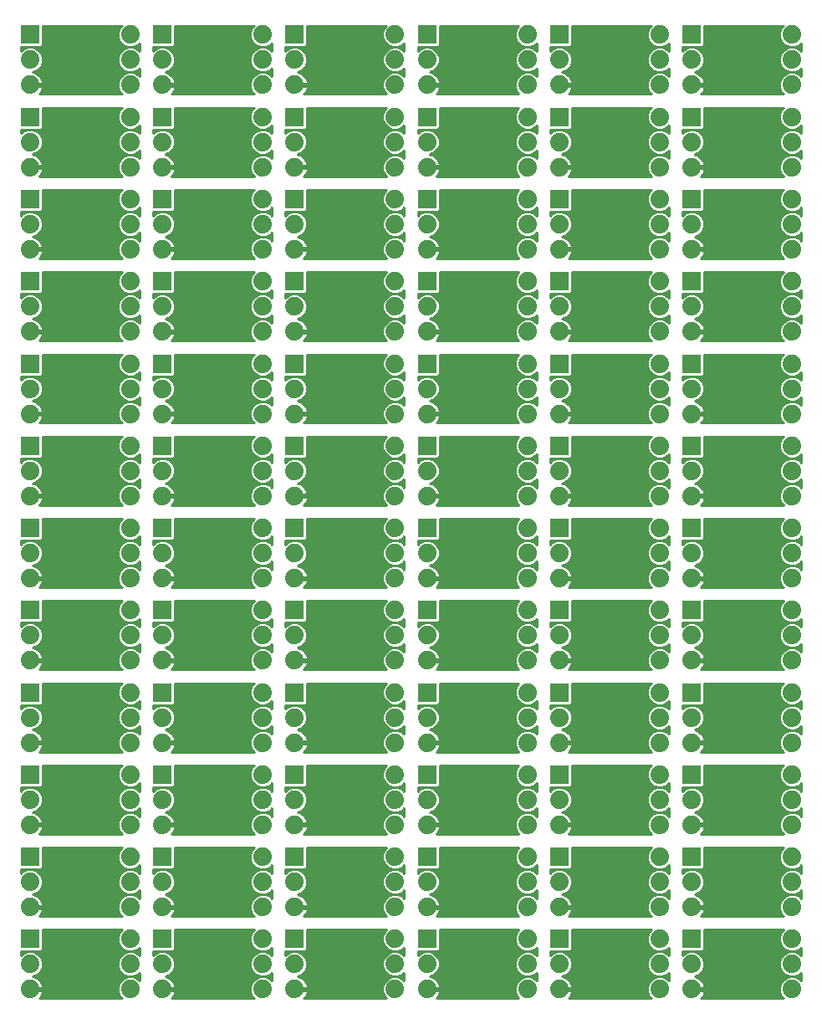
<source format=gbl>
G75*
%MOIN*%
%OFA0B0*%
%FSLAX24Y24*%
%IPPOS*%
%LPD*%
%AMOC8*
5,1,8,0,0,1.08239X$1,22.5*
%
%ADD10R,0.0740X0.0740*%
%ADD11C,0.0740*%
%ADD12C,0.0100*%
D10*
X002180Y002800D03*
X002180Y006076D03*
X002180Y009351D03*
X002180Y012627D03*
X002180Y015902D03*
X002180Y019178D03*
X002180Y022454D03*
X002180Y025729D03*
X002180Y029005D03*
X002180Y032280D03*
X002180Y035556D03*
X002180Y038831D03*
X007455Y038831D03*
X007455Y035556D03*
X007455Y032280D03*
X007455Y029005D03*
X007455Y025729D03*
X007455Y022454D03*
X007455Y019178D03*
X007455Y015902D03*
X007455Y012627D03*
X007455Y009351D03*
X007455Y006076D03*
X007455Y002800D03*
X012731Y002800D03*
X012731Y006076D03*
X012731Y009351D03*
X012731Y012627D03*
X012731Y015902D03*
X012731Y019178D03*
X012731Y022454D03*
X012731Y025729D03*
X012731Y029005D03*
X012731Y032280D03*
X012731Y035556D03*
X012731Y038831D03*
X018007Y038831D03*
X018007Y035556D03*
X018007Y032280D03*
X018007Y029005D03*
X018007Y025729D03*
X018007Y022454D03*
X018007Y019178D03*
X018007Y015902D03*
X018007Y012627D03*
X018007Y009351D03*
X018007Y006076D03*
X018007Y002800D03*
X023282Y002800D03*
X023282Y006076D03*
X023282Y009351D03*
X023282Y012627D03*
X023282Y015902D03*
X023282Y019178D03*
X023282Y022454D03*
X023282Y025729D03*
X023282Y029005D03*
X023282Y032280D03*
X023282Y035556D03*
X023282Y038831D03*
X028558Y038831D03*
X028558Y035556D03*
X028558Y032280D03*
X028558Y029005D03*
X028558Y025729D03*
X028558Y022454D03*
X028558Y019178D03*
X028558Y015902D03*
X028558Y012627D03*
X028558Y009351D03*
X028558Y006076D03*
X028558Y002800D03*
D11*
X028558Y001800D03*
X028558Y000800D03*
X027282Y000800D03*
X027282Y001800D03*
X027282Y002800D03*
X027282Y004076D03*
X027282Y005076D03*
X027282Y006076D03*
X027282Y007351D03*
X027282Y008351D03*
X027282Y009351D03*
X027282Y010627D03*
X027282Y011627D03*
X027282Y012627D03*
X027282Y013902D03*
X027282Y014902D03*
X027282Y015902D03*
X027282Y017178D03*
X027282Y018178D03*
X027282Y019178D03*
X027282Y020454D03*
X027282Y021454D03*
X027282Y022454D03*
X027282Y023729D03*
X027282Y024729D03*
X027282Y025729D03*
X027282Y027005D03*
X027282Y028005D03*
X027282Y029005D03*
X027282Y030280D03*
X027282Y031280D03*
X027282Y032280D03*
X027282Y033556D03*
X027282Y034556D03*
X027282Y035556D03*
X027282Y036831D03*
X027282Y037831D03*
X027282Y038831D03*
X028558Y037831D03*
X028558Y036831D03*
X028558Y034556D03*
X028558Y033556D03*
X028558Y031280D03*
X028558Y030280D03*
X028558Y028005D03*
X028558Y027005D03*
X028558Y024729D03*
X028558Y023729D03*
X028558Y021454D03*
X028558Y020454D03*
X028558Y018178D03*
X028558Y017178D03*
X028558Y014902D03*
X028558Y013902D03*
X028558Y011627D03*
X028558Y010627D03*
X028558Y008351D03*
X028558Y007351D03*
X028558Y005076D03*
X028558Y004076D03*
X032558Y004076D03*
X032558Y005076D03*
X032558Y006076D03*
X032558Y007351D03*
X032558Y008351D03*
X032558Y009351D03*
X032558Y010627D03*
X032558Y011627D03*
X032558Y012627D03*
X032558Y013902D03*
X032558Y014902D03*
X032558Y015902D03*
X032558Y017178D03*
X032558Y018178D03*
X032558Y019178D03*
X032558Y020454D03*
X032558Y021454D03*
X032558Y022454D03*
X032558Y023729D03*
X032558Y024729D03*
X032558Y025729D03*
X032558Y027005D03*
X032558Y028005D03*
X032558Y029005D03*
X032558Y030280D03*
X032558Y031280D03*
X032558Y032280D03*
X032558Y033556D03*
X032558Y034556D03*
X032558Y035556D03*
X032558Y036831D03*
X032558Y037831D03*
X032558Y038831D03*
X023282Y037831D03*
X023282Y036831D03*
X022007Y036831D03*
X022007Y037831D03*
X022007Y038831D03*
X022007Y035556D03*
X022007Y034556D03*
X022007Y033556D03*
X022007Y032280D03*
X022007Y031280D03*
X022007Y030280D03*
X022007Y029005D03*
X022007Y028005D03*
X022007Y027005D03*
X022007Y025729D03*
X022007Y024729D03*
X022007Y023729D03*
X023282Y023729D03*
X023282Y024729D03*
X023282Y027005D03*
X023282Y028005D03*
X023282Y030280D03*
X023282Y031280D03*
X023282Y033556D03*
X023282Y034556D03*
X018007Y034556D03*
X018007Y033556D03*
X016731Y033556D03*
X016731Y034556D03*
X016731Y035556D03*
X016731Y036831D03*
X016731Y037831D03*
X016731Y038831D03*
X018007Y037831D03*
X018007Y036831D03*
X016731Y032280D03*
X016731Y031280D03*
X016731Y030280D03*
X016731Y029005D03*
X016731Y028005D03*
X016731Y027005D03*
X018007Y027005D03*
X018007Y028005D03*
X016731Y025729D03*
X016731Y024729D03*
X016731Y023729D03*
X018007Y023729D03*
X018007Y024729D03*
X016731Y022454D03*
X016731Y021454D03*
X016731Y020454D03*
X018007Y020454D03*
X018007Y021454D03*
X016731Y019178D03*
X016731Y018178D03*
X016731Y017178D03*
X018007Y017178D03*
X018007Y018178D03*
X016731Y015902D03*
X016731Y014902D03*
X016731Y013902D03*
X018007Y013902D03*
X018007Y014902D03*
X016731Y012627D03*
X016731Y011627D03*
X016731Y010627D03*
X018007Y010627D03*
X018007Y011627D03*
X016731Y009351D03*
X016731Y008351D03*
X016731Y007351D03*
X016731Y006076D03*
X016731Y005076D03*
X016731Y004076D03*
X018007Y004076D03*
X018007Y005076D03*
X016731Y002800D03*
X016731Y001800D03*
X016731Y000800D03*
X018007Y000800D03*
X018007Y001800D03*
X022007Y001800D03*
X022007Y000800D03*
X023282Y000800D03*
X023282Y001800D03*
X022007Y002800D03*
X022007Y004076D03*
X022007Y005076D03*
X022007Y006076D03*
X022007Y007351D03*
X022007Y008351D03*
X022007Y009351D03*
X022007Y010627D03*
X022007Y011627D03*
X022007Y012627D03*
X022007Y013902D03*
X022007Y014902D03*
X022007Y015902D03*
X022007Y017178D03*
X022007Y018178D03*
X022007Y019178D03*
X022007Y020454D03*
X022007Y021454D03*
X022007Y022454D03*
X023282Y021454D03*
X023282Y020454D03*
X023282Y018178D03*
X023282Y017178D03*
X023282Y014902D03*
X023282Y013902D03*
X023282Y011627D03*
X023282Y010627D03*
X023282Y008351D03*
X023282Y007351D03*
X023282Y005076D03*
X023282Y004076D03*
X018007Y007351D03*
X018007Y008351D03*
X012731Y008351D03*
X012731Y007351D03*
X011455Y007351D03*
X011455Y008351D03*
X011455Y009351D03*
X011455Y010627D03*
X011455Y011627D03*
X011455Y012627D03*
X011455Y013902D03*
X011455Y014902D03*
X011455Y015902D03*
X011455Y017178D03*
X011455Y018178D03*
X011455Y019178D03*
X011455Y020454D03*
X011455Y021454D03*
X011455Y022454D03*
X011455Y023729D03*
X011455Y024729D03*
X011455Y025729D03*
X011455Y027005D03*
X011455Y028005D03*
X011455Y029005D03*
X011455Y030280D03*
X011455Y031280D03*
X011455Y032280D03*
X011455Y033556D03*
X011455Y034556D03*
X011455Y035556D03*
X011455Y036831D03*
X011455Y037831D03*
X011455Y038831D03*
X012731Y037831D03*
X012731Y036831D03*
X012731Y034556D03*
X012731Y033556D03*
X012731Y031280D03*
X012731Y030280D03*
X012731Y028005D03*
X012731Y027005D03*
X012731Y024729D03*
X012731Y023729D03*
X012731Y021454D03*
X012731Y020454D03*
X012731Y018178D03*
X012731Y017178D03*
X012731Y014902D03*
X012731Y013902D03*
X012731Y011627D03*
X012731Y010627D03*
X011455Y006076D03*
X011455Y005076D03*
X011455Y004076D03*
X011455Y002800D03*
X011455Y001800D03*
X011455Y000800D03*
X012731Y000800D03*
X012731Y001800D03*
X012731Y004076D03*
X012731Y005076D03*
X007455Y005076D03*
X007455Y004076D03*
X006180Y004076D03*
X006180Y005076D03*
X006180Y006076D03*
X006180Y007351D03*
X006180Y008351D03*
X006180Y009351D03*
X006180Y010627D03*
X006180Y011627D03*
X006180Y012627D03*
X006180Y013902D03*
X006180Y014902D03*
X006180Y015902D03*
X006180Y017178D03*
X006180Y018178D03*
X006180Y019178D03*
X006180Y020454D03*
X006180Y021454D03*
X006180Y022454D03*
X006180Y023729D03*
X006180Y024729D03*
X006180Y025729D03*
X006180Y027005D03*
X006180Y028005D03*
X006180Y029005D03*
X006180Y030280D03*
X006180Y031280D03*
X006180Y032280D03*
X006180Y033556D03*
X006180Y034556D03*
X006180Y035556D03*
X006180Y036831D03*
X006180Y037831D03*
X006180Y038831D03*
X007455Y037831D03*
X007455Y036831D03*
X007455Y034556D03*
X007455Y033556D03*
X007455Y031280D03*
X007455Y030280D03*
X007455Y028005D03*
X007455Y027005D03*
X007455Y024729D03*
X007455Y023729D03*
X007455Y021454D03*
X007455Y020454D03*
X007455Y018178D03*
X007455Y017178D03*
X007455Y014902D03*
X007455Y013902D03*
X007455Y011627D03*
X007455Y010627D03*
X007455Y008351D03*
X007455Y007351D03*
X006180Y002800D03*
X006180Y001800D03*
X006180Y000800D03*
X007455Y000800D03*
X007455Y001800D03*
X002180Y001800D03*
X002180Y000800D03*
X002180Y004076D03*
X002180Y005076D03*
X002180Y007351D03*
X002180Y008351D03*
X002180Y010627D03*
X002180Y011627D03*
X002180Y013902D03*
X002180Y014902D03*
X002180Y017178D03*
X002180Y018178D03*
X002180Y020454D03*
X002180Y021454D03*
X002180Y023729D03*
X002180Y024729D03*
X002180Y027005D03*
X002180Y028005D03*
X002180Y030280D03*
X002180Y031280D03*
X002180Y033556D03*
X002180Y034556D03*
X002180Y036831D03*
X002180Y037831D03*
X018007Y031280D03*
X018007Y030280D03*
X032558Y002800D03*
X032558Y001800D03*
X032558Y000800D03*
D12*
X001815Y002142D02*
X001815Y002300D01*
X002604Y002300D01*
X002680Y002376D01*
X002680Y003165D01*
X005838Y003165D01*
X005756Y003083D01*
X005680Y002899D01*
X005680Y002701D01*
X005756Y002517D01*
X005897Y002376D01*
X006080Y002300D01*
X006279Y002300D01*
X006463Y002376D01*
X006545Y002458D01*
X006545Y002142D01*
X006463Y002224D01*
X006279Y002300D01*
X006080Y002300D01*
X005897Y002224D01*
X005756Y002083D01*
X005680Y001899D01*
X005680Y001701D01*
X005756Y001517D01*
X005897Y001376D01*
X006080Y001300D01*
X005897Y001224D01*
X005756Y001083D01*
X005680Y000899D01*
X005680Y000701D01*
X005756Y000517D01*
X005838Y000435D01*
X002550Y000435D01*
X002576Y000461D01*
X002625Y000527D01*
X002662Y000600D01*
X002687Y000678D01*
X002698Y000750D01*
X002230Y000750D01*
X002230Y000850D01*
X002698Y000850D01*
X002687Y000922D01*
X002662Y001000D01*
X002625Y001073D01*
X002576Y001139D01*
X002519Y001197D01*
X002452Y001245D01*
X002379Y001282D01*
X002302Y001307D01*
X002298Y001308D01*
X002463Y001376D01*
X002604Y001517D01*
X002680Y001701D01*
X002680Y001899D01*
X002604Y002083D01*
X002463Y002224D01*
X002279Y002300D01*
X002080Y002300D01*
X001897Y002224D01*
X001815Y002142D01*
X001815Y002172D02*
X001844Y002172D01*
X001815Y002270D02*
X002008Y002270D01*
X002352Y002270D02*
X006008Y002270D01*
X005915Y002369D02*
X002672Y002369D01*
X002680Y002467D02*
X005806Y002467D01*
X005736Y002566D02*
X002680Y002566D01*
X002680Y002664D02*
X005695Y002664D01*
X005680Y002763D02*
X002680Y002763D01*
X002680Y002861D02*
X005680Y002861D01*
X005705Y002960D02*
X002680Y002960D01*
X002680Y003058D02*
X005745Y003058D01*
X005829Y003157D02*
X002680Y003157D01*
X002550Y003711D02*
X002576Y003737D01*
X002625Y003803D01*
X002662Y003876D01*
X002687Y003954D01*
X002698Y004026D01*
X002230Y004026D01*
X002230Y004126D01*
X002698Y004126D01*
X002687Y004197D01*
X002662Y004275D01*
X002625Y004348D01*
X002576Y004414D01*
X002519Y004472D01*
X002452Y004520D01*
X002379Y004557D01*
X002302Y004583D01*
X002298Y004583D01*
X002463Y004652D01*
X002604Y004792D01*
X002680Y004976D01*
X002680Y005175D01*
X002604Y005359D01*
X002463Y005499D01*
X002279Y005576D01*
X002080Y005576D01*
X001897Y005499D01*
X001815Y005418D01*
X001815Y005576D01*
X002604Y005576D01*
X002680Y005652D01*
X002680Y006441D01*
X005838Y006441D01*
X005756Y006359D01*
X005680Y006175D01*
X005680Y005976D01*
X005756Y005792D01*
X005897Y005652D01*
X006080Y005576D01*
X006279Y005576D01*
X006463Y005652D01*
X006545Y005733D01*
X006545Y005418D01*
X006463Y005499D01*
X006279Y005576D01*
X006080Y005576D01*
X005897Y005499D01*
X005756Y005359D01*
X005680Y005175D01*
X005680Y004976D01*
X005756Y004792D01*
X005897Y004652D01*
X006080Y004576D01*
X006279Y004576D01*
X006463Y004652D01*
X006545Y004733D01*
X006545Y004418D01*
X006463Y004499D01*
X006279Y004576D01*
X006080Y004576D01*
X005897Y004499D01*
X005756Y004359D01*
X005680Y004175D01*
X005680Y003976D01*
X005756Y003792D01*
X005838Y003711D01*
X002550Y003711D01*
X002584Y003748D02*
X005801Y003748D01*
X005734Y003846D02*
X002646Y003846D01*
X002684Y003945D02*
X005693Y003945D01*
X005680Y004043D02*
X002230Y004043D01*
X002696Y004142D02*
X005680Y004142D01*
X005707Y004240D02*
X002673Y004240D01*
X002629Y004339D02*
X005748Y004339D01*
X005834Y004437D02*
X002554Y004437D01*
X002423Y004536D02*
X005984Y004536D01*
X005939Y004634D02*
X002420Y004634D01*
X002544Y004733D02*
X005816Y004733D01*
X005740Y004831D02*
X002620Y004831D01*
X002660Y004930D02*
X005699Y004930D01*
X005680Y005028D02*
X002680Y005028D01*
X002680Y005127D02*
X005680Y005127D01*
X005701Y005225D02*
X002659Y005225D01*
X002618Y005324D02*
X005741Y005324D01*
X005819Y005422D02*
X002540Y005422D01*
X002412Y005521D02*
X005947Y005521D01*
X005976Y005619D02*
X002647Y005619D01*
X002680Y005718D02*
X005831Y005718D01*
X005746Y005816D02*
X002680Y005816D01*
X002680Y005915D02*
X005705Y005915D01*
X005680Y006013D02*
X002680Y006013D01*
X002680Y006112D02*
X005680Y006112D01*
X005694Y006210D02*
X002680Y006210D01*
X002680Y006309D02*
X005735Y006309D01*
X005804Y006407D02*
X002680Y006407D01*
X002550Y006986D02*
X002576Y007012D01*
X002625Y007079D01*
X002662Y007152D01*
X002687Y007229D01*
X002698Y007301D01*
X002230Y007301D01*
X002230Y007401D01*
X002698Y007401D01*
X002687Y007473D01*
X002662Y007551D01*
X002625Y007624D01*
X002576Y007690D01*
X002519Y007748D01*
X002452Y007796D01*
X002379Y007833D01*
X002302Y007858D01*
X002298Y007859D01*
X002463Y007927D01*
X002604Y008068D01*
X002680Y008252D01*
X002680Y008451D01*
X002604Y008634D01*
X002463Y008775D01*
X002279Y008851D01*
X002080Y008851D01*
X001897Y008775D01*
X001815Y008693D01*
X001815Y008851D01*
X002604Y008851D01*
X002680Y008927D01*
X002680Y009716D01*
X005838Y009716D01*
X005756Y009634D01*
X005680Y009451D01*
X005680Y009252D01*
X005756Y009068D01*
X005897Y008927D01*
X006080Y008851D01*
X005897Y008775D01*
X005756Y008634D01*
X005680Y008451D01*
X005680Y008252D01*
X005756Y008068D01*
X005897Y007927D01*
X006080Y007851D01*
X005897Y007775D01*
X005756Y007634D01*
X005680Y007451D01*
X005680Y007252D01*
X005756Y007068D01*
X005838Y006986D01*
X002550Y006986D01*
X002562Y006998D02*
X005826Y006998D01*
X005744Y007097D02*
X002634Y007097D01*
X002676Y007195D02*
X005703Y007195D01*
X005680Y007294D02*
X002697Y007294D01*
X002681Y007491D02*
X005696Y007491D01*
X005680Y007392D02*
X002230Y007392D01*
X002578Y007688D02*
X005809Y007688D01*
X005737Y007589D02*
X002642Y007589D01*
X002466Y007786D02*
X005923Y007786D01*
X006000Y007885D02*
X002360Y007885D01*
X002519Y007983D02*
X005841Y007983D01*
X005750Y008082D02*
X002609Y008082D01*
X002650Y008180D02*
X005710Y008180D01*
X005680Y008279D02*
X002680Y008279D01*
X002680Y008377D02*
X005680Y008377D01*
X005690Y008476D02*
X002669Y008476D01*
X002629Y008574D02*
X005731Y008574D01*
X005794Y008673D02*
X002566Y008673D01*
X002467Y008771D02*
X005893Y008771D01*
X006036Y008870D02*
X002622Y008870D01*
X002680Y008968D02*
X005856Y008968D01*
X005757Y009067D02*
X002680Y009067D01*
X002680Y009165D02*
X005716Y009165D01*
X005680Y009264D02*
X002680Y009264D01*
X002680Y009362D02*
X005680Y009362D01*
X005684Y009461D02*
X002680Y009461D01*
X002680Y009559D02*
X005725Y009559D01*
X005779Y009658D02*
X002680Y009658D01*
X002550Y010262D02*
X002576Y010288D01*
X002625Y010354D01*
X002662Y010427D01*
X002687Y010505D01*
X002698Y010577D01*
X002230Y010577D01*
X002230Y010677D01*
X002698Y010677D01*
X002687Y010749D01*
X002662Y010826D01*
X002625Y010899D01*
X002576Y010966D01*
X002519Y011023D01*
X002452Y011072D01*
X002379Y011109D01*
X002302Y011134D01*
X002298Y011135D01*
X002463Y011203D01*
X002604Y011344D01*
X002680Y011527D01*
X002680Y011726D01*
X005680Y011726D01*
X005680Y011527D01*
X005756Y011344D01*
X005897Y011203D01*
X006080Y011127D01*
X006279Y011127D01*
X006080Y011127D01*
X005897Y011051D01*
X005756Y010910D01*
X005680Y010726D01*
X005680Y010527D01*
X005756Y010344D01*
X005838Y010262D01*
X002550Y010262D01*
X002619Y010347D02*
X005754Y010347D01*
X005714Y010446D02*
X002668Y010446D01*
X002693Y010544D02*
X005680Y010544D01*
X005680Y010643D02*
X002230Y010643D01*
X002655Y010840D02*
X005727Y010840D01*
X005686Y010741D02*
X002688Y010741D01*
X002596Y010938D02*
X005784Y010938D01*
X005882Y011037D02*
X002500Y011037D01*
X002494Y011234D02*
X005866Y011234D01*
X005767Y011332D02*
X002592Y011332D01*
X002640Y011431D02*
X005720Y011431D01*
X005680Y011529D02*
X002680Y011529D01*
X002680Y011628D02*
X005680Y011628D01*
X005680Y011726D02*
X005756Y011910D01*
X005897Y012051D01*
X006080Y012127D01*
X006279Y012127D01*
X006463Y012203D01*
X006545Y012285D01*
X006545Y011969D01*
X006463Y012051D01*
X006279Y012127D01*
X006080Y012127D01*
X005897Y012203D01*
X005756Y012344D01*
X005680Y012527D01*
X005680Y012726D01*
X005756Y012910D01*
X005838Y012992D01*
X002680Y012992D01*
X002680Y012203D01*
X002604Y012127D01*
X001815Y012127D01*
X001815Y011969D01*
X001897Y012051D01*
X002080Y012127D01*
X002279Y012127D01*
X002463Y012051D01*
X002604Y011910D01*
X002680Y011726D01*
X002639Y011825D02*
X005721Y011825D01*
X005769Y011923D02*
X002591Y011923D01*
X002492Y012022D02*
X005867Y012022D01*
X005881Y012219D02*
X002680Y012219D01*
X002680Y012317D02*
X005782Y012317D01*
X005726Y012416D02*
X002680Y012416D01*
X002680Y012514D02*
X005685Y012514D01*
X005680Y012613D02*
X002680Y012613D01*
X002680Y012711D02*
X005680Y012711D01*
X005714Y012810D02*
X002680Y012810D01*
X002680Y012908D02*
X005755Y012908D01*
X005838Y013537D02*
X002550Y013537D01*
X002576Y013564D01*
X002625Y013630D01*
X002662Y013703D01*
X002687Y013781D01*
X002698Y013852D01*
X002230Y013852D01*
X002230Y013952D01*
X002698Y013952D01*
X002687Y014024D01*
X002662Y014102D01*
X002625Y014175D01*
X002576Y014241D01*
X002519Y014299D01*
X002452Y014347D01*
X002379Y014384D01*
X002302Y014410D01*
X002298Y014410D01*
X002463Y014478D01*
X002604Y014619D01*
X002680Y014803D01*
X002680Y015002D01*
X002604Y015186D01*
X002463Y015326D01*
X002279Y015402D01*
X002080Y015402D01*
X001897Y015326D01*
X001815Y015244D01*
X001815Y015402D01*
X002604Y015402D01*
X002680Y015479D01*
X002680Y016267D01*
X005838Y016267D01*
X005756Y016186D01*
X005680Y016002D01*
X005680Y015803D01*
X005756Y015619D01*
X005897Y015478D01*
X006080Y015402D01*
X005897Y015326D01*
X005756Y015186D01*
X005680Y015002D01*
X005680Y014803D01*
X005756Y014619D01*
X005897Y014478D01*
X006080Y014402D01*
X005897Y014326D01*
X005756Y014186D01*
X005680Y014002D01*
X005680Y013803D01*
X005756Y013619D01*
X005838Y013537D01*
X005778Y013598D02*
X002601Y013598D01*
X002658Y013696D02*
X005724Y013696D01*
X005683Y013795D02*
X002689Y013795D01*
X002692Y013992D02*
X005680Y013992D01*
X005680Y013893D02*
X002230Y013893D01*
X002666Y014090D02*
X005716Y014090D01*
X005759Y014189D02*
X002615Y014189D01*
X002531Y014287D02*
X005857Y014287D01*
X005891Y014484D02*
X002469Y014484D01*
X002376Y014386D02*
X006040Y014386D01*
X006080Y014402D02*
X006279Y014402D01*
X006463Y014326D01*
X006545Y014244D01*
X006545Y014560D01*
X006463Y014478D01*
X006279Y014402D01*
X006080Y014402D01*
X006320Y014386D02*
X006545Y014386D01*
X006545Y014484D02*
X006469Y014484D01*
X006502Y014287D02*
X006545Y014287D01*
X005793Y014583D02*
X002567Y014583D01*
X002629Y014681D02*
X005730Y014681D01*
X005689Y014780D02*
X002670Y014780D01*
X002680Y014878D02*
X005680Y014878D01*
X005680Y014977D02*
X002680Y014977D01*
X002649Y015075D02*
X005710Y015075D01*
X005751Y015174D02*
X002609Y015174D01*
X002517Y015272D02*
X005842Y015272D01*
X006004Y015371D02*
X002356Y015371D01*
X002670Y015469D02*
X005919Y015469D01*
X005808Y015568D02*
X002680Y015568D01*
X002680Y015666D02*
X005736Y015666D01*
X005696Y015765D02*
X002680Y015765D01*
X002680Y015863D02*
X005680Y015863D01*
X005680Y015962D02*
X002680Y015962D01*
X002680Y016060D02*
X005704Y016060D01*
X005745Y016159D02*
X002680Y016159D01*
X002680Y016257D02*
X005827Y016257D01*
X005838Y016813D02*
X002550Y016813D01*
X002576Y016839D01*
X002625Y016905D01*
X002662Y016978D01*
X002687Y017056D01*
X002698Y017128D01*
X002230Y017128D01*
X002230Y017228D01*
X002698Y017228D01*
X002687Y017300D01*
X002662Y017378D01*
X002625Y017450D01*
X002576Y017517D01*
X002519Y017575D01*
X002452Y017623D01*
X002379Y017660D01*
X002302Y017685D01*
X002298Y017686D01*
X002463Y017754D01*
X002604Y017895D01*
X002680Y018078D01*
X002680Y018277D01*
X002604Y018461D01*
X002463Y018602D01*
X002279Y018678D01*
X002080Y018678D01*
X001897Y018602D01*
X001815Y018520D01*
X001815Y018678D01*
X002604Y018678D01*
X002680Y018754D01*
X002680Y019543D01*
X005838Y019543D01*
X005756Y019461D01*
X005680Y019277D01*
X005680Y019078D01*
X005756Y018895D01*
X005897Y018754D01*
X006080Y018678D01*
X006279Y018678D01*
X006463Y018754D01*
X006545Y018836D01*
X006545Y018520D01*
X006463Y018602D01*
X006279Y018678D01*
X006080Y018678D01*
X005897Y018602D01*
X005756Y018461D01*
X005680Y018277D01*
X005680Y018078D01*
X005756Y017895D01*
X005897Y017754D01*
X006080Y017678D01*
X005897Y017602D01*
X005756Y017461D01*
X005680Y017277D01*
X005680Y017078D01*
X005756Y016895D01*
X005838Y016813D01*
X005803Y016848D02*
X002583Y016848D01*
X002646Y016947D02*
X005734Y016947D01*
X005694Y017045D02*
X002683Y017045D01*
X002696Y017242D02*
X005680Y017242D01*
X005680Y017144D02*
X002230Y017144D01*
X002674Y017341D02*
X005706Y017341D01*
X005747Y017439D02*
X002630Y017439D01*
X002556Y017538D02*
X005832Y017538D01*
X005979Y017636D02*
X002426Y017636D01*
X002416Y017735D02*
X005944Y017735D01*
X006080Y017678D02*
X006279Y017678D01*
X006463Y017602D01*
X006545Y017520D01*
X006545Y017836D01*
X006463Y017754D01*
X006279Y017678D01*
X006080Y017678D01*
X006380Y017636D02*
X006545Y017636D01*
X006545Y017538D02*
X006527Y017538D01*
X006545Y017735D02*
X006416Y017735D01*
X006542Y017833D02*
X006545Y017833D01*
X006542Y018523D02*
X006545Y018523D01*
X006545Y018621D02*
X006417Y018621D01*
X006380Y018720D02*
X006545Y018720D01*
X006545Y018818D02*
X006527Y018818D01*
X005980Y018720D02*
X002645Y018720D01*
X002680Y018818D02*
X005833Y018818D01*
X005747Y018917D02*
X002680Y018917D01*
X002680Y019015D02*
X005706Y019015D01*
X005680Y019114D02*
X002680Y019114D01*
X002680Y019212D02*
X005680Y019212D01*
X005694Y019311D02*
X002680Y019311D01*
X002680Y019409D02*
X005734Y019409D01*
X005802Y019508D02*
X002680Y019508D01*
X002550Y020089D02*
X002576Y020115D01*
X002625Y020181D01*
X002662Y020254D01*
X002687Y020332D01*
X002698Y020404D01*
X002230Y020404D01*
X002230Y020504D01*
X002698Y020504D01*
X002687Y020575D01*
X002662Y020653D01*
X002625Y020726D01*
X002576Y020792D01*
X002519Y020850D01*
X002452Y020898D01*
X002379Y020935D01*
X002302Y020961D01*
X002298Y020961D01*
X002463Y021030D01*
X002604Y021170D01*
X002680Y021354D01*
X002680Y021553D01*
X002604Y021737D01*
X002463Y021877D01*
X002279Y021954D01*
X002080Y021954D01*
X001897Y021877D01*
X001815Y021796D01*
X001815Y021954D01*
X002604Y021954D01*
X002680Y022030D01*
X002680Y022819D01*
X005838Y022819D01*
X005756Y022737D01*
X005680Y022553D01*
X005680Y022354D01*
X005756Y022170D01*
X005897Y022030D01*
X006080Y021954D01*
X006279Y021954D01*
X006463Y022030D01*
X006545Y022111D01*
X006545Y021796D01*
X006463Y021877D01*
X006279Y021954D01*
X006080Y021954D01*
X005897Y021877D01*
X005756Y021737D01*
X005680Y021553D01*
X005680Y021354D01*
X005756Y021170D01*
X005897Y021030D01*
X006080Y020954D01*
X006279Y020954D01*
X006463Y021030D01*
X006545Y021111D01*
X006545Y020796D01*
X006463Y020877D01*
X006279Y020954D01*
X006080Y020954D01*
X005897Y020877D01*
X005756Y020737D01*
X005680Y020553D01*
X005680Y020354D01*
X005756Y020170D01*
X005838Y020089D01*
X002550Y020089D01*
X002560Y020099D02*
X005828Y020099D01*
X005745Y020197D02*
X002633Y020197D01*
X002675Y020296D02*
X005704Y020296D01*
X005680Y020394D02*
X002697Y020394D01*
X002682Y020591D02*
X005696Y020591D01*
X005680Y020493D02*
X002230Y020493D01*
X002580Y020788D02*
X005807Y020788D01*
X005736Y020690D02*
X002643Y020690D01*
X002468Y020887D02*
X005919Y020887D01*
X006004Y020985D02*
X002355Y020985D01*
X002517Y021084D02*
X005843Y021084D01*
X005751Y021182D02*
X002609Y021182D01*
X002649Y021281D02*
X005710Y021281D01*
X005680Y021379D02*
X002680Y021379D01*
X002680Y021478D02*
X005680Y021478D01*
X005689Y021576D02*
X002670Y021576D01*
X002629Y021675D02*
X005730Y021675D01*
X005792Y021773D02*
X002567Y021773D01*
X002469Y021872D02*
X005891Y021872D01*
X006040Y021970D02*
X002620Y021970D01*
X002680Y022069D02*
X005858Y022069D01*
X005759Y022167D02*
X002680Y022167D01*
X002680Y022266D02*
X005716Y022266D01*
X005680Y022364D02*
X002680Y022364D01*
X002680Y022463D02*
X005680Y022463D01*
X005683Y022561D02*
X002680Y022561D01*
X002680Y022660D02*
X005724Y022660D01*
X005777Y022758D02*
X002680Y022758D01*
X002550Y023364D02*
X002576Y023390D01*
X002625Y023457D01*
X002662Y023530D01*
X002687Y023607D01*
X002698Y023679D01*
X002230Y023679D01*
X002230Y023779D01*
X002698Y023779D01*
X002687Y023851D01*
X002662Y023929D01*
X002625Y024002D01*
X002576Y024068D01*
X002519Y024126D01*
X002452Y024174D01*
X002379Y024211D01*
X002302Y024236D01*
X002298Y024237D01*
X002463Y024305D01*
X002604Y024446D01*
X002680Y024630D01*
X002680Y024829D01*
X002604Y025012D01*
X002463Y025153D01*
X002279Y025229D01*
X002080Y025229D01*
X001897Y025153D01*
X001815Y025071D01*
X001815Y025229D01*
X002604Y025229D01*
X002680Y025305D01*
X002680Y026094D01*
X005838Y026094D01*
X005756Y026012D01*
X005680Y025829D01*
X005680Y025630D01*
X005756Y025446D01*
X005897Y025305D01*
X006080Y025229D01*
X006279Y025229D01*
X006463Y025305D01*
X006545Y025387D01*
X006545Y025071D01*
X006463Y025153D01*
X006279Y025229D01*
X006080Y025229D01*
X005897Y025153D01*
X005756Y025012D01*
X005680Y024829D01*
X005680Y024630D01*
X005756Y024446D01*
X005897Y024305D01*
X006080Y024229D01*
X005897Y024153D01*
X005756Y024012D01*
X005680Y023829D01*
X005680Y023630D01*
X005756Y023446D01*
X005838Y023364D01*
X002550Y023364D01*
X002618Y023448D02*
X005755Y023448D01*
X005714Y023546D02*
X002667Y023546D01*
X002693Y023645D02*
X005680Y023645D01*
X005680Y023743D02*
X002230Y023743D01*
X002688Y023842D02*
X005685Y023842D01*
X005726Y023940D02*
X002656Y023940D01*
X002598Y024039D02*
X005782Y024039D01*
X005881Y024137D02*
X002503Y024137D01*
X002492Y024334D02*
X005868Y024334D01*
X005769Y024433D02*
X002590Y024433D01*
X002639Y024531D02*
X005721Y024531D01*
X005680Y024630D02*
X002680Y024630D01*
X002680Y024728D02*
X005680Y024728D01*
X005680Y024827D02*
X002680Y024827D01*
X002640Y024925D02*
X005720Y024925D01*
X005767Y025024D02*
X002592Y025024D01*
X002494Y025122D02*
X005866Y025122D01*
X005883Y025319D02*
X002680Y025319D01*
X002680Y025418D02*
X005784Y025418D01*
X005727Y025516D02*
X002680Y025516D01*
X002680Y025615D02*
X005686Y025615D01*
X005680Y025713D02*
X002680Y025713D01*
X002680Y025812D02*
X005680Y025812D01*
X005714Y025910D02*
X002680Y025910D01*
X002680Y026009D02*
X005754Y026009D01*
X005838Y026640D02*
X002550Y026640D01*
X002576Y026666D01*
X002625Y026732D01*
X002662Y026805D01*
X002687Y026883D01*
X002698Y026955D01*
X002230Y026955D01*
X002230Y027055D01*
X002698Y027055D01*
X002687Y027126D01*
X002662Y027204D01*
X002625Y027277D01*
X002576Y027343D01*
X002519Y027401D01*
X002452Y027449D01*
X002379Y027487D01*
X002302Y027512D01*
X002298Y027512D01*
X002463Y027581D01*
X002604Y027721D01*
X002680Y027905D01*
X002680Y028104D01*
X002604Y028288D01*
X002463Y028429D01*
X002279Y028505D01*
X002080Y028505D01*
X001897Y028429D01*
X001815Y028347D01*
X001815Y028505D01*
X002604Y028505D01*
X002680Y028581D01*
X002680Y029370D01*
X005838Y029370D01*
X005756Y029288D01*
X005680Y029104D01*
X005680Y028905D01*
X005756Y028721D01*
X005897Y028581D01*
X006080Y028505D01*
X006279Y028505D01*
X006463Y028581D01*
X006545Y028663D01*
X006545Y028347D01*
X006463Y028429D01*
X006279Y028505D01*
X006080Y028505D01*
X005897Y028429D01*
X005756Y028288D01*
X005680Y028104D01*
X005680Y027905D01*
X005756Y027721D01*
X005897Y027581D01*
X006080Y027505D01*
X005897Y027429D01*
X005756Y027288D01*
X005680Y027104D01*
X005680Y026905D01*
X005756Y026721D01*
X005838Y026640D01*
X005779Y026698D02*
X002600Y026698D01*
X002657Y026797D02*
X005725Y026797D01*
X005684Y026895D02*
X002689Y026895D01*
X002692Y027092D02*
X005680Y027092D01*
X005680Y026994D02*
X002230Y026994D01*
X002666Y027191D02*
X005716Y027191D01*
X005757Y027289D02*
X002616Y027289D01*
X002532Y027388D02*
X005856Y027388D01*
X005893Y027585D02*
X002467Y027585D01*
X002381Y027486D02*
X006035Y027486D01*
X006080Y027505D02*
X006279Y027505D01*
X006463Y027581D01*
X006545Y027663D01*
X006545Y027347D01*
X006463Y027429D01*
X006279Y027505D01*
X006080Y027505D01*
X006324Y027486D02*
X006545Y027486D01*
X006545Y027388D02*
X006504Y027388D01*
X006467Y027585D02*
X006545Y027585D01*
X005794Y027683D02*
X002565Y027683D01*
X002629Y027782D02*
X005731Y027782D01*
X005690Y027880D02*
X002669Y027880D01*
X002680Y027979D02*
X005680Y027979D01*
X005680Y028077D02*
X002680Y028077D01*
X002650Y028176D02*
X005709Y028176D01*
X005750Y028274D02*
X002609Y028274D01*
X002519Y028373D02*
X005841Y028373D01*
X005999Y028471D02*
X002361Y028471D01*
X002668Y028570D02*
X005924Y028570D01*
X005809Y028668D02*
X002680Y028668D01*
X002680Y028767D02*
X005737Y028767D01*
X005696Y028865D02*
X002680Y028865D01*
X002680Y028964D02*
X005680Y028964D01*
X005680Y029062D02*
X002680Y029062D01*
X002680Y029161D02*
X005703Y029161D01*
X005744Y029259D02*
X002680Y029259D01*
X002680Y029358D02*
X005826Y029358D01*
X005838Y029915D02*
X002550Y029915D01*
X002576Y029942D01*
X002625Y030008D01*
X002662Y030081D01*
X002687Y030159D01*
X002698Y030230D01*
X002230Y030230D01*
X002230Y030330D01*
X002698Y030330D01*
X002687Y030402D01*
X002662Y030480D01*
X002625Y030553D01*
X002576Y030619D01*
X002519Y030677D01*
X002452Y030725D01*
X002379Y030762D01*
X002302Y030788D01*
X002298Y030788D01*
X002463Y030856D01*
X002604Y030997D01*
X002680Y031181D01*
X002680Y031380D01*
X002604Y031564D01*
X002463Y031704D01*
X002279Y031780D01*
X002080Y031780D01*
X001897Y031704D01*
X001815Y031622D01*
X001815Y031780D01*
X002604Y031780D01*
X002680Y031856D01*
X002680Y032645D01*
X005838Y032645D01*
X005756Y032564D01*
X005680Y032380D01*
X005680Y032181D01*
X005756Y031997D01*
X005897Y031856D01*
X006080Y031780D01*
X005897Y031704D01*
X005756Y031564D01*
X005680Y031380D01*
X005680Y031181D01*
X005756Y030997D01*
X005897Y030856D01*
X006080Y030780D01*
X005897Y030704D01*
X005756Y030564D01*
X005680Y030380D01*
X005680Y030181D01*
X005756Y029997D01*
X005838Y029915D01*
X005804Y029949D02*
X002582Y029949D01*
X002645Y030047D02*
X005735Y030047D01*
X005694Y030146D02*
X002683Y030146D01*
X002696Y030343D02*
X005680Y030343D01*
X005680Y030244D02*
X002230Y030244D01*
X002674Y030441D02*
X005705Y030441D01*
X005746Y030540D02*
X002631Y030540D01*
X002557Y030638D02*
X005830Y030638D01*
X005975Y030737D02*
X002430Y030737D01*
X002411Y030835D02*
X005948Y030835D01*
X006080Y030780D02*
X006279Y030780D01*
X006463Y030704D01*
X006545Y030622D01*
X006545Y030938D01*
X006463Y030856D01*
X006279Y030780D01*
X006080Y030780D01*
X005819Y030934D02*
X002540Y030934D01*
X002618Y031032D02*
X005741Y031032D01*
X005701Y031131D02*
X002659Y031131D01*
X002680Y031229D02*
X005680Y031229D01*
X005680Y031328D02*
X002680Y031328D01*
X002661Y031426D02*
X005699Y031426D01*
X005740Y031525D02*
X002620Y031525D01*
X002544Y031623D02*
X005815Y031623D01*
X005939Y031722D02*
X002421Y031722D01*
X002643Y031820D02*
X005984Y031820D01*
X006080Y031780D02*
X006279Y031780D01*
X006080Y031780D01*
X006279Y031780D02*
X006463Y031856D01*
X006545Y031938D01*
X006545Y031622D01*
X006463Y031704D01*
X006279Y031780D01*
X006375Y031820D02*
X006545Y031820D01*
X006545Y031722D02*
X006421Y031722D01*
X006544Y031623D02*
X006545Y031623D01*
X006525Y031919D02*
X006545Y031919D01*
X007090Y031780D02*
X007879Y031780D01*
X007955Y031856D01*
X007955Y032645D01*
X011113Y032645D01*
X011032Y032564D01*
X010955Y032380D01*
X010955Y032181D01*
X011032Y031997D01*
X011172Y031856D01*
X011356Y031780D01*
X011172Y031704D01*
X011032Y031564D01*
X010955Y031380D01*
X010955Y031181D01*
X011032Y030997D01*
X011172Y030856D01*
X011356Y030780D01*
X011172Y030704D01*
X011032Y030564D01*
X010955Y030380D01*
X010955Y030181D01*
X011032Y029997D01*
X011113Y029915D01*
X007826Y029915D01*
X007852Y029942D01*
X007900Y030008D01*
X007937Y030081D01*
X007963Y030159D01*
X007974Y030230D01*
X007505Y030230D01*
X007505Y030330D01*
X007974Y030330D01*
X007963Y030402D01*
X007937Y030480D01*
X007900Y030553D01*
X007852Y030619D01*
X007794Y030677D01*
X007728Y030725D01*
X007655Y030762D01*
X007577Y030788D01*
X007574Y030788D01*
X007739Y030856D01*
X007879Y030997D01*
X007955Y031181D01*
X007955Y031380D01*
X007879Y031564D01*
X007739Y031704D01*
X007555Y031780D01*
X007356Y031780D01*
X007172Y031704D01*
X007090Y031622D01*
X007090Y031780D01*
X007090Y031722D02*
X007214Y031722D01*
X007091Y031623D02*
X007090Y031623D01*
X007697Y031722D02*
X011214Y031722D01*
X011260Y031820D02*
X007919Y031820D01*
X007955Y031919D02*
X011110Y031919D01*
X011023Y032017D02*
X007955Y032017D01*
X007955Y032116D02*
X010982Y032116D01*
X010955Y032214D02*
X007955Y032214D01*
X007955Y032313D02*
X010955Y032313D01*
X010968Y032411D02*
X007955Y032411D01*
X007955Y032510D02*
X011009Y032510D01*
X011076Y032608D02*
X007955Y032608D01*
X007826Y033191D02*
X007852Y033217D01*
X007900Y033283D01*
X007937Y033356D01*
X007963Y033434D01*
X007974Y033506D01*
X007505Y033506D01*
X007505Y033606D01*
X007974Y033606D01*
X007963Y033678D01*
X007937Y033756D01*
X007900Y033828D01*
X007852Y033895D01*
X007794Y033953D01*
X007728Y034001D01*
X007655Y034038D01*
X007577Y034063D01*
X007574Y034064D01*
X007739Y034132D01*
X007879Y034273D01*
X007955Y034456D01*
X007955Y034655D01*
X007879Y034839D01*
X007739Y034980D01*
X007555Y035056D01*
X007356Y035056D01*
X007172Y034980D01*
X007090Y034898D01*
X007090Y035056D01*
X007879Y035056D01*
X007955Y035132D01*
X007955Y035921D01*
X011113Y035921D01*
X011032Y035839D01*
X010955Y035655D01*
X010955Y035456D01*
X011032Y035273D01*
X011172Y035132D01*
X011356Y035056D01*
X011555Y035056D01*
X011739Y035132D01*
X011820Y035214D01*
X011820Y034898D01*
X011739Y034980D01*
X011555Y035056D01*
X011356Y035056D01*
X011172Y034980D01*
X011032Y034839D01*
X010955Y034655D01*
X010955Y034456D01*
X011032Y034273D01*
X011172Y034132D01*
X011356Y034056D01*
X011555Y034056D01*
X011356Y034056D01*
X011172Y033980D01*
X011032Y033839D01*
X010955Y033655D01*
X010955Y033456D01*
X011032Y033273D01*
X011113Y033191D01*
X007826Y033191D01*
X007834Y033199D02*
X011105Y033199D01*
X011021Y033298D02*
X007907Y033298D01*
X007950Y033396D02*
X010980Y033396D01*
X010955Y033495D02*
X007972Y033495D01*
X007958Y033692D02*
X010970Y033692D01*
X010955Y033593D02*
X007505Y033593D01*
X007920Y033790D02*
X011011Y033790D01*
X011081Y033889D02*
X007856Y033889D01*
X007747Y033987D02*
X011190Y033987D01*
X011284Y034086D02*
X007626Y034086D01*
X007791Y034184D02*
X011120Y034184D01*
X011027Y034283D02*
X007883Y034283D01*
X007924Y034381D02*
X010987Y034381D01*
X010955Y034480D02*
X007955Y034480D01*
X007955Y034578D02*
X010955Y034578D01*
X010964Y034677D02*
X007947Y034677D01*
X007906Y034775D02*
X011005Y034775D01*
X011066Y034874D02*
X007845Y034874D01*
X007746Y034972D02*
X011164Y034972D01*
X011320Y035071D02*
X007894Y035071D01*
X007955Y035169D02*
X011135Y035169D01*
X011037Y035268D02*
X007955Y035268D01*
X007955Y035366D02*
X010993Y035366D01*
X010955Y035465D02*
X007955Y035465D01*
X007955Y035563D02*
X010955Y035563D01*
X010958Y035662D02*
X007955Y035662D01*
X007955Y035760D02*
X010999Y035760D01*
X011051Y035859D02*
X007955Y035859D01*
X007826Y036466D02*
X007852Y036493D01*
X007900Y036559D01*
X007937Y036632D01*
X007963Y036710D01*
X007974Y036781D01*
X007505Y036781D01*
X007505Y036881D01*
X007974Y036881D01*
X007963Y036953D01*
X007937Y037031D01*
X007900Y037104D01*
X007852Y037170D01*
X007794Y037228D01*
X007728Y037276D01*
X007655Y037313D01*
X007577Y037339D01*
X007574Y037339D01*
X007739Y037408D01*
X007879Y037548D01*
X007955Y037732D01*
X007955Y037931D01*
X007879Y038115D01*
X007739Y038255D01*
X007555Y038331D01*
X007356Y038331D01*
X007172Y038255D01*
X007090Y038174D01*
X007090Y038331D01*
X007879Y038331D01*
X007955Y038408D01*
X007955Y039196D01*
X011113Y039196D01*
X011032Y039115D01*
X010955Y038931D01*
X010955Y038732D01*
X011032Y038548D01*
X011172Y038408D01*
X011356Y038331D01*
X011172Y038255D01*
X011032Y038115D01*
X010955Y037931D01*
X010955Y037732D01*
X011032Y037548D01*
X011172Y037408D01*
X011356Y037331D01*
X011172Y037255D01*
X011032Y037115D01*
X010955Y036931D01*
X010955Y036732D01*
X011032Y036548D01*
X007892Y036548D01*
X007826Y036466D02*
X011113Y036466D01*
X011032Y036548D01*
X010991Y036647D02*
X007942Y036647D01*
X007968Y036745D02*
X010955Y036745D01*
X010955Y036844D02*
X007505Y036844D01*
X007964Y036942D02*
X010960Y036942D01*
X011001Y037041D02*
X007932Y037041D01*
X007875Y037139D02*
X011056Y037139D01*
X011154Y037238D02*
X007781Y037238D01*
X007766Y037435D02*
X011145Y037435D01*
X011047Y037533D02*
X007864Y037533D01*
X007914Y037632D02*
X010997Y037632D01*
X010956Y037730D02*
X007955Y037730D01*
X007955Y037829D02*
X010955Y037829D01*
X010955Y037927D02*
X007955Y037927D01*
X007916Y038026D02*
X010995Y038026D01*
X011041Y038124D02*
X007870Y038124D01*
X007771Y038223D02*
X011139Y038223D01*
X011160Y038420D02*
X007955Y038420D01*
X007955Y038518D02*
X011062Y038518D01*
X011003Y038617D02*
X007955Y038617D01*
X007955Y038715D02*
X010962Y038715D01*
X010955Y038814D02*
X007955Y038814D01*
X007955Y038912D02*
X010955Y038912D01*
X010988Y039011D02*
X007955Y039011D01*
X007955Y039109D02*
X011029Y039109D01*
X011356Y038331D02*
X011555Y038331D01*
X011356Y038331D01*
X011331Y038321D02*
X007580Y038321D01*
X007331Y038321D02*
X007090Y038321D01*
X007090Y038223D02*
X007139Y038223D01*
X006545Y038223D02*
X006496Y038223D01*
X006463Y038255D02*
X006279Y038331D01*
X006463Y038408D01*
X006545Y038489D01*
X006545Y038174D01*
X006463Y038255D01*
X006545Y038321D02*
X006304Y038321D01*
X006279Y038331D02*
X006080Y038331D01*
X005897Y038255D01*
X005756Y038115D01*
X005680Y037931D01*
X005680Y037732D01*
X005756Y037548D01*
X005897Y037408D01*
X006080Y037331D01*
X005897Y037255D01*
X005756Y037115D01*
X005680Y036931D01*
X005680Y036732D01*
X005756Y036548D01*
X002617Y036548D01*
X002625Y036559D02*
X002662Y036632D01*
X002687Y036710D01*
X002698Y036781D01*
X002230Y036781D01*
X002230Y036881D01*
X002698Y036881D01*
X002687Y036953D01*
X002662Y037031D01*
X002625Y037104D01*
X002576Y037170D01*
X002519Y037228D01*
X002452Y037276D01*
X002379Y037313D01*
X002302Y037339D01*
X002298Y037339D01*
X002463Y037408D01*
X002604Y037548D01*
X002680Y037732D01*
X002680Y037931D01*
X002604Y038115D01*
X002463Y038255D01*
X002279Y038331D01*
X002080Y038331D01*
X001897Y038255D01*
X001815Y038174D01*
X001815Y038331D01*
X002604Y038331D01*
X002680Y038408D01*
X002680Y039196D01*
X005838Y039196D01*
X005756Y039115D01*
X005680Y038931D01*
X005680Y038732D01*
X005756Y038548D01*
X005897Y038408D01*
X006080Y038331D01*
X006279Y038331D01*
X006475Y038420D02*
X006545Y038420D01*
X006055Y038321D02*
X002304Y038321D01*
X002496Y038223D02*
X005864Y038223D01*
X005765Y038124D02*
X002594Y038124D01*
X002641Y038026D02*
X005719Y038026D01*
X005680Y037927D02*
X002680Y037927D01*
X002680Y037829D02*
X005680Y037829D01*
X005681Y037730D02*
X002679Y037730D01*
X002638Y037632D02*
X005721Y037632D01*
X005771Y037533D02*
X002589Y037533D01*
X002490Y037435D02*
X005870Y037435D01*
X005879Y037238D02*
X002506Y037238D01*
X002599Y037139D02*
X005780Y037139D01*
X005725Y037041D02*
X002657Y037041D01*
X002689Y036942D02*
X005684Y036942D01*
X005680Y036844D02*
X002230Y036844D01*
X002693Y036745D02*
X005680Y036745D01*
X005715Y036647D02*
X002666Y036647D01*
X002625Y036559D02*
X002576Y036493D01*
X002550Y036466D01*
X005838Y036466D01*
X005756Y036548D01*
X005838Y035921D02*
X005756Y035839D01*
X005680Y035655D01*
X005680Y035456D01*
X005756Y035273D01*
X005897Y035132D01*
X006080Y035056D01*
X006279Y035056D01*
X006463Y035132D01*
X006545Y035214D01*
X006545Y034898D01*
X006463Y034980D01*
X006279Y035056D01*
X006080Y035056D01*
X005897Y034980D01*
X005756Y034839D01*
X005680Y034655D01*
X005680Y034456D01*
X005756Y034273D01*
X005897Y034132D01*
X006080Y034056D01*
X005897Y033980D01*
X005756Y033839D01*
X005680Y033655D01*
X005680Y033456D01*
X005756Y033273D01*
X005838Y033191D01*
X002550Y033191D01*
X002576Y033217D01*
X002625Y033283D01*
X002662Y033356D01*
X002687Y033434D01*
X002698Y033506D01*
X002230Y033506D01*
X002230Y033606D01*
X002698Y033606D01*
X002687Y033678D01*
X002662Y033756D01*
X002625Y033828D01*
X002576Y033895D01*
X002519Y033953D01*
X002452Y034001D01*
X002379Y034038D01*
X002302Y034063D01*
X002298Y034064D01*
X002463Y034132D01*
X002604Y034273D01*
X002680Y034456D01*
X002680Y034655D01*
X002604Y034839D01*
X002463Y034980D01*
X002279Y035056D01*
X002080Y035056D01*
X001897Y034980D01*
X001815Y034898D01*
X001815Y035056D01*
X002604Y035056D01*
X002680Y035132D01*
X002680Y035921D01*
X005838Y035921D01*
X005775Y035859D02*
X002680Y035859D01*
X002680Y035760D02*
X005723Y035760D01*
X005682Y035662D02*
X002680Y035662D01*
X002680Y035563D02*
X005680Y035563D01*
X005680Y035465D02*
X002680Y035465D01*
X002680Y035366D02*
X005717Y035366D01*
X005761Y035268D02*
X002680Y035268D01*
X002680Y035169D02*
X005860Y035169D01*
X005889Y034972D02*
X002471Y034972D01*
X002569Y034874D02*
X005790Y034874D01*
X005729Y034775D02*
X002630Y034775D01*
X002671Y034677D02*
X005689Y034677D01*
X005680Y034578D02*
X002680Y034578D01*
X002680Y034480D02*
X005680Y034480D01*
X005711Y034381D02*
X002649Y034381D01*
X002608Y034283D02*
X005752Y034283D01*
X005845Y034184D02*
X002515Y034184D01*
X002351Y034086D02*
X006009Y034086D01*
X006080Y034056D02*
X006279Y034056D01*
X006080Y034056D01*
X005914Y033987D02*
X002471Y033987D01*
X002581Y033889D02*
X005805Y033889D01*
X005736Y033790D02*
X002644Y033790D01*
X002682Y033692D02*
X005695Y033692D01*
X005680Y033593D02*
X002230Y033593D01*
X002697Y033495D02*
X005680Y033495D01*
X005705Y033396D02*
X002675Y033396D01*
X002632Y033298D02*
X005746Y033298D01*
X005830Y033199D02*
X002558Y033199D01*
X002680Y032608D02*
X005800Y032608D01*
X005734Y032510D02*
X002680Y032510D01*
X002680Y032411D02*
X005693Y032411D01*
X005680Y032313D02*
X002680Y032313D01*
X002680Y032214D02*
X005680Y032214D01*
X005707Y032116D02*
X002680Y032116D01*
X002680Y032017D02*
X005748Y032017D01*
X005834Y031919D02*
X002680Y031919D01*
X001939Y031722D02*
X001815Y031722D01*
X001815Y031623D02*
X001815Y031623D01*
X001815Y028471D02*
X001999Y028471D01*
X001841Y028373D02*
X001815Y028373D01*
X001815Y025221D02*
X002060Y025221D01*
X001866Y025122D02*
X001815Y025122D01*
X002300Y025221D02*
X006060Y025221D01*
X006300Y025221D02*
X006545Y025221D01*
X006545Y025319D02*
X006477Y025319D01*
X006494Y025122D02*
X006545Y025122D01*
X007090Y025122D02*
X007141Y025122D01*
X007172Y025153D02*
X007090Y025071D01*
X007090Y025229D01*
X007879Y025229D01*
X007955Y025305D01*
X007955Y026094D01*
X011113Y026094D01*
X011032Y026012D01*
X010955Y025829D01*
X010955Y025630D01*
X011032Y025446D01*
X011172Y025305D01*
X011356Y025229D01*
X011172Y025153D01*
X011032Y025012D01*
X010955Y024829D01*
X010955Y024630D01*
X011032Y024446D01*
X011172Y024305D01*
X011356Y024229D01*
X011172Y024153D01*
X011032Y024012D01*
X010955Y023829D01*
X010955Y023630D01*
X011032Y023446D01*
X011113Y023364D01*
X007826Y023364D01*
X007852Y023390D01*
X007900Y023457D01*
X007937Y023530D01*
X007963Y023607D01*
X007974Y023679D01*
X007505Y023679D01*
X007505Y023779D01*
X007974Y023779D01*
X007963Y023851D01*
X007937Y023929D01*
X007900Y024002D01*
X007852Y024068D01*
X007794Y024126D01*
X007728Y024174D01*
X007655Y024211D01*
X007577Y024236D01*
X007574Y024237D01*
X007739Y024305D01*
X007879Y024446D01*
X007955Y024630D01*
X007955Y024829D01*
X007879Y025012D01*
X007739Y025153D01*
X007555Y025229D01*
X007356Y025229D01*
X007172Y025153D01*
X007090Y025221D02*
X007335Y025221D01*
X007576Y025221D02*
X011335Y025221D01*
X011356Y025229D02*
X011555Y025229D01*
X011739Y025153D01*
X011820Y025071D01*
X011820Y025387D01*
X011739Y025305D01*
X011555Y025229D01*
X011356Y025229D01*
X011158Y025319D02*
X007955Y025319D01*
X007955Y025418D02*
X011060Y025418D01*
X011002Y025516D02*
X007955Y025516D01*
X007955Y025615D02*
X010962Y025615D01*
X010955Y025713D02*
X007955Y025713D01*
X007955Y025812D02*
X010955Y025812D01*
X010989Y025910D02*
X007955Y025910D01*
X007955Y026009D02*
X011030Y026009D01*
X011113Y026640D02*
X007826Y026640D01*
X007852Y026666D01*
X007900Y026732D01*
X007937Y026805D01*
X007963Y026883D01*
X007974Y026955D01*
X007505Y026955D01*
X007505Y027055D01*
X007974Y027055D01*
X007963Y027126D01*
X007937Y027204D01*
X007900Y027277D01*
X007852Y027343D01*
X007794Y027401D01*
X007728Y027449D01*
X007655Y027487D01*
X007577Y027512D01*
X007574Y027512D01*
X007739Y027581D01*
X007879Y027721D01*
X007955Y027905D01*
X007955Y028104D01*
X007879Y028288D01*
X007739Y028429D01*
X007555Y028505D01*
X007356Y028505D01*
X007172Y028429D01*
X007090Y028347D01*
X007090Y028505D01*
X007879Y028505D01*
X007955Y028581D01*
X007955Y029370D01*
X011113Y029370D01*
X011032Y029288D01*
X010955Y029104D01*
X010955Y028905D01*
X011032Y028721D01*
X011172Y028581D01*
X011356Y028505D01*
X011555Y028505D01*
X011739Y028581D01*
X011820Y028663D01*
X011820Y028347D01*
X011739Y028429D01*
X011555Y028505D01*
X011356Y028505D01*
X011172Y028429D01*
X011032Y028288D01*
X010955Y028104D01*
X010955Y027905D01*
X011032Y027721D01*
X011172Y027581D01*
X011356Y027505D01*
X011555Y027505D01*
X011356Y027505D01*
X011172Y027429D01*
X011032Y027288D01*
X010955Y027104D01*
X010955Y026905D01*
X011032Y026721D01*
X011113Y026640D01*
X011055Y026698D02*
X007875Y026698D01*
X007933Y026797D02*
X011000Y026797D01*
X010960Y026895D02*
X007965Y026895D01*
X007968Y027092D02*
X010955Y027092D01*
X010955Y026994D02*
X007505Y026994D01*
X007942Y027191D02*
X010991Y027191D01*
X011033Y027289D02*
X007892Y027289D01*
X007808Y027388D02*
X011131Y027388D01*
X011168Y027585D02*
X007742Y027585D01*
X007656Y027486D02*
X011311Y027486D01*
X011555Y027505D02*
X011739Y027429D01*
X011820Y027347D01*
X011820Y027663D01*
X011739Y027581D01*
X011555Y027505D01*
X011600Y027486D02*
X011820Y027486D01*
X011820Y027388D02*
X011780Y027388D01*
X011742Y027585D02*
X011820Y027585D01*
X011795Y028373D02*
X011820Y028373D01*
X011820Y028471D02*
X011636Y028471D01*
X011711Y028570D02*
X011820Y028570D01*
X012366Y028505D02*
X012366Y028347D01*
X012448Y028429D01*
X012632Y028505D01*
X012830Y028505D01*
X013014Y028429D01*
X013155Y028288D01*
X013231Y028104D01*
X013231Y027905D01*
X013155Y027721D01*
X013014Y027581D01*
X012849Y027512D01*
X012853Y027512D01*
X012931Y027487D01*
X013004Y027449D01*
X013070Y027401D01*
X013128Y027343D01*
X013176Y027277D01*
X013213Y027204D01*
X013238Y027126D01*
X013250Y027055D01*
X012781Y027055D01*
X012781Y026955D01*
X013250Y026955D01*
X013238Y026883D01*
X013213Y026805D01*
X013176Y026732D01*
X013128Y026666D01*
X013101Y026640D01*
X016389Y026640D01*
X016307Y026721D01*
X016231Y026905D01*
X016231Y027104D01*
X016307Y027288D01*
X016448Y027429D01*
X016632Y027505D01*
X016830Y027505D01*
X017014Y027429D01*
X017096Y027347D01*
X017096Y027663D01*
X017014Y027581D01*
X016830Y027505D01*
X016632Y027505D01*
X016448Y027581D01*
X016307Y027721D01*
X016231Y027905D01*
X016231Y028104D01*
X016307Y028288D01*
X016448Y028429D01*
X016632Y028505D01*
X016830Y028505D01*
X017014Y028581D01*
X017096Y028663D01*
X017096Y028347D01*
X017014Y028429D01*
X016830Y028505D01*
X016632Y028505D01*
X016448Y028581D01*
X016307Y028721D01*
X016231Y028905D01*
X016231Y029104D01*
X016307Y029288D01*
X016389Y029370D01*
X013231Y029370D01*
X013231Y028581D01*
X013155Y028505D01*
X012366Y028505D01*
X012366Y028471D02*
X012550Y028471D01*
X012392Y028373D02*
X012366Y028373D01*
X012912Y028471D02*
X016550Y028471D01*
X016475Y028570D02*
X013220Y028570D01*
X013231Y028668D02*
X016361Y028668D01*
X016288Y028767D02*
X013231Y028767D01*
X013231Y028865D02*
X016248Y028865D01*
X016231Y028964D02*
X013231Y028964D01*
X013231Y029062D02*
X016231Y029062D01*
X016254Y029161D02*
X013231Y029161D01*
X013231Y029259D02*
X016295Y029259D01*
X016377Y029358D02*
X013231Y029358D01*
X013101Y029915D02*
X013128Y029942D01*
X013176Y030008D01*
X013213Y030081D01*
X013238Y030159D01*
X013250Y030230D01*
X012781Y030230D01*
X012781Y030330D01*
X013250Y030330D01*
X013238Y030402D01*
X013213Y030480D01*
X013176Y030553D01*
X013128Y030619D01*
X013070Y030677D01*
X013004Y030725D01*
X012931Y030762D01*
X012853Y030788D01*
X012849Y030788D01*
X013014Y030856D01*
X013155Y030997D01*
X013231Y031181D01*
X013231Y031380D01*
X013155Y031564D01*
X013014Y031704D01*
X012830Y031780D01*
X012632Y031780D01*
X012448Y031704D01*
X012366Y031622D01*
X012366Y031780D01*
X013155Y031780D01*
X013231Y031856D01*
X013231Y032645D01*
X016389Y032645D01*
X016307Y032564D01*
X016231Y032380D01*
X016231Y032181D01*
X016307Y031997D01*
X016448Y031856D01*
X016632Y031780D01*
X016448Y031704D01*
X016307Y031564D01*
X016231Y031380D01*
X016231Y031181D01*
X016307Y030997D01*
X016448Y030856D01*
X016632Y030780D01*
X016448Y030704D01*
X016307Y030564D01*
X016231Y030380D01*
X016231Y030181D01*
X016307Y029997D01*
X016389Y029915D01*
X013101Y029915D01*
X013133Y029949D02*
X016356Y029949D01*
X016286Y030047D02*
X013196Y030047D01*
X013234Y030146D02*
X016246Y030146D01*
X016231Y030244D02*
X012781Y030244D01*
X013182Y030540D02*
X016297Y030540D01*
X016256Y030441D02*
X013226Y030441D01*
X013248Y030343D02*
X016231Y030343D01*
X016382Y030638D02*
X013109Y030638D01*
X012981Y030737D02*
X016526Y030737D01*
X016499Y030835D02*
X012963Y030835D01*
X013091Y030934D02*
X016371Y030934D01*
X016293Y031032D02*
X013169Y031032D01*
X013210Y031131D02*
X016252Y031131D01*
X016231Y031229D02*
X013231Y031229D01*
X013231Y031328D02*
X016231Y031328D01*
X016250Y031426D02*
X013212Y031426D01*
X013171Y031525D02*
X016291Y031525D01*
X016367Y031623D02*
X013095Y031623D01*
X012972Y031722D02*
X016490Y031722D01*
X016536Y031820D02*
X013195Y031820D01*
X013231Y031919D02*
X016386Y031919D01*
X016299Y032017D02*
X013231Y032017D01*
X013231Y032116D02*
X016258Y032116D01*
X016231Y032214D02*
X013231Y032214D01*
X013231Y032313D02*
X016231Y032313D01*
X016244Y032411D02*
X013231Y032411D01*
X013231Y032510D02*
X016285Y032510D01*
X016352Y032608D02*
X013231Y032608D01*
X013101Y033191D02*
X013128Y033217D01*
X013176Y033283D01*
X013213Y033356D01*
X013238Y033434D01*
X013250Y033506D01*
X012781Y033506D01*
X012781Y033606D01*
X013250Y033606D01*
X013238Y033678D01*
X013213Y033756D01*
X013176Y033828D01*
X013128Y033895D01*
X013070Y033953D01*
X013004Y034001D01*
X012931Y034038D01*
X012853Y034063D01*
X012849Y034064D01*
X013014Y034132D01*
X013155Y034273D01*
X013231Y034456D01*
X013231Y034655D01*
X013155Y034839D01*
X013014Y034980D01*
X012830Y035056D01*
X012632Y035056D01*
X012448Y034980D01*
X012366Y034898D01*
X012366Y035056D01*
X013155Y035056D01*
X013231Y035132D01*
X013231Y035921D01*
X016389Y035921D01*
X016307Y035839D01*
X016231Y035655D01*
X016231Y035456D01*
X016307Y035273D01*
X016448Y035132D01*
X016632Y035056D01*
X016830Y035056D01*
X017014Y035132D01*
X017096Y035214D01*
X017096Y034898D01*
X017014Y034980D01*
X016830Y035056D01*
X016632Y035056D01*
X016448Y034980D01*
X016307Y034839D01*
X016231Y034655D01*
X016231Y034456D01*
X016307Y034273D01*
X016448Y034132D01*
X016632Y034056D01*
X016448Y033980D01*
X016307Y033839D01*
X016231Y033655D01*
X016231Y033456D01*
X016307Y033273D01*
X016389Y033191D01*
X013101Y033191D01*
X013110Y033199D02*
X016381Y033199D01*
X016297Y033298D02*
X013183Y033298D01*
X013226Y033396D02*
X016256Y033396D01*
X016231Y033495D02*
X013248Y033495D01*
X013234Y033692D02*
X016246Y033692D01*
X016231Y033593D02*
X012781Y033593D01*
X013195Y033790D02*
X016287Y033790D01*
X016357Y033889D02*
X013132Y033889D01*
X013022Y033987D02*
X016465Y033987D01*
X016560Y034086D02*
X012902Y034086D01*
X013066Y034184D02*
X016396Y034184D01*
X016303Y034283D02*
X013159Y034283D01*
X013200Y034381D02*
X016262Y034381D01*
X016231Y034480D02*
X013231Y034480D01*
X013231Y034578D02*
X016231Y034578D01*
X016240Y034677D02*
X013222Y034677D01*
X013181Y034775D02*
X016281Y034775D01*
X016342Y034874D02*
X013120Y034874D01*
X013022Y034972D02*
X016440Y034972D01*
X016596Y035071D02*
X013170Y035071D01*
X013231Y035169D02*
X016411Y035169D01*
X016312Y035268D02*
X013231Y035268D01*
X013231Y035366D02*
X016268Y035366D01*
X016231Y035465D02*
X013231Y035465D01*
X013231Y035563D02*
X016231Y035563D01*
X016234Y035662D02*
X013231Y035662D01*
X013231Y035760D02*
X016274Y035760D01*
X016327Y035859D02*
X013231Y035859D01*
X013101Y036466D02*
X013128Y036493D01*
X013176Y036559D01*
X013213Y036632D01*
X013238Y036710D01*
X013250Y036781D01*
X012781Y036781D01*
X012781Y036881D01*
X013250Y036881D01*
X013238Y036953D01*
X013213Y037031D01*
X013176Y037104D01*
X013128Y037170D01*
X013070Y037228D01*
X013004Y037276D01*
X012931Y037313D01*
X012853Y037339D01*
X012849Y037339D01*
X013014Y037408D01*
X013155Y037548D01*
X013231Y037732D01*
X013231Y037931D01*
X013155Y038115D01*
X013014Y038255D01*
X012830Y038331D01*
X012632Y038331D01*
X012448Y038255D01*
X012366Y038174D01*
X012366Y038331D01*
X013155Y038331D01*
X013231Y038408D01*
X013231Y039196D01*
X016389Y039196D01*
X016307Y039115D01*
X016231Y038931D01*
X016231Y038732D01*
X016307Y038548D01*
X016448Y038408D01*
X016632Y038331D01*
X016448Y038255D01*
X016307Y038115D01*
X016231Y037931D01*
X016231Y037732D01*
X016307Y037548D01*
X016448Y037408D01*
X016632Y037331D01*
X016448Y037255D01*
X016307Y037115D01*
X016231Y036931D01*
X016231Y036732D01*
X016307Y036548D01*
X016389Y036466D01*
X013101Y036466D01*
X013168Y036548D02*
X016307Y036548D01*
X016266Y036647D02*
X013218Y036647D01*
X013244Y036745D02*
X016231Y036745D01*
X016231Y036844D02*
X012781Y036844D01*
X013150Y037139D02*
X016331Y037139D01*
X016276Y037041D02*
X013208Y037041D01*
X013240Y036942D02*
X016236Y036942D01*
X016430Y037238D02*
X013057Y037238D01*
X013041Y037435D02*
X016421Y037435D01*
X016322Y037533D02*
X013140Y037533D01*
X013189Y037632D02*
X016273Y037632D01*
X016232Y037730D02*
X013230Y037730D01*
X013231Y037829D02*
X016231Y037829D01*
X016231Y037927D02*
X013231Y037927D01*
X013192Y038026D02*
X016270Y038026D01*
X016316Y038124D02*
X013145Y038124D01*
X013047Y038223D02*
X016415Y038223D01*
X016436Y038420D02*
X013231Y038420D01*
X013231Y038518D02*
X016337Y038518D01*
X016279Y038617D02*
X013231Y038617D01*
X013231Y038715D02*
X016238Y038715D01*
X016231Y038814D02*
X013231Y038814D01*
X013231Y038912D02*
X016231Y038912D01*
X016264Y039011D02*
X013231Y039011D01*
X013231Y039109D02*
X016305Y039109D01*
X016632Y038331D02*
X016830Y038331D01*
X016632Y038331D01*
X016606Y038321D02*
X012856Y038321D01*
X012606Y038321D02*
X012366Y038321D01*
X012366Y038223D02*
X012415Y038223D01*
X011820Y038223D02*
X011771Y038223D01*
X011739Y038255D02*
X011555Y038331D01*
X011739Y038408D01*
X011820Y038489D01*
X011820Y038174D01*
X011739Y038255D01*
X011820Y038321D02*
X011580Y038321D01*
X011751Y038420D02*
X011820Y038420D01*
X011820Y037489D02*
X011739Y037408D01*
X011555Y037331D01*
X011356Y037331D01*
X011555Y037331D01*
X011739Y037255D01*
X011820Y037174D01*
X011820Y037489D01*
X011820Y037435D02*
X011766Y037435D01*
X011820Y037336D02*
X011566Y037336D01*
X011756Y037238D02*
X011820Y037238D01*
X011345Y037336D02*
X007585Y037336D01*
X006545Y037336D02*
X006290Y037336D01*
X006279Y037331D02*
X006080Y037331D01*
X006279Y037331D01*
X006463Y037255D01*
X006545Y037174D01*
X006545Y037489D01*
X006463Y037408D01*
X006279Y037331D01*
X006069Y037336D02*
X002310Y037336D01*
X001864Y038223D02*
X001815Y038223D01*
X001815Y038321D02*
X002055Y038321D01*
X002680Y038420D02*
X005885Y038420D01*
X005786Y038518D02*
X002680Y038518D01*
X002680Y038617D02*
X005728Y038617D01*
X005687Y038715D02*
X002680Y038715D01*
X002680Y038814D02*
X005680Y038814D01*
X005680Y038912D02*
X002680Y038912D01*
X002680Y039011D02*
X005713Y039011D01*
X005754Y039109D02*
X002680Y039109D01*
X002618Y035071D02*
X006045Y035071D01*
X006315Y035071D02*
X006545Y035071D01*
X006545Y035169D02*
X006500Y035169D01*
X006471Y034972D02*
X006545Y034972D01*
X007090Y034972D02*
X007164Y034972D01*
X006545Y034214D02*
X006545Y033898D01*
X006463Y033980D01*
X006279Y034056D01*
X006463Y034132D01*
X006545Y034214D01*
X006545Y034184D02*
X006515Y034184D01*
X006545Y034086D02*
X006351Y034086D01*
X006445Y033987D02*
X006545Y033987D01*
X007820Y031623D02*
X011091Y031623D01*
X011015Y031525D02*
X007895Y031525D01*
X007936Y031426D02*
X010975Y031426D01*
X010955Y031328D02*
X007955Y031328D01*
X007955Y031229D02*
X010955Y031229D01*
X010976Y031131D02*
X007935Y031131D01*
X007894Y031032D02*
X011017Y031032D01*
X011095Y030934D02*
X007816Y030934D01*
X007687Y030835D02*
X011224Y030835D01*
X011250Y030737D02*
X007705Y030737D01*
X007833Y030638D02*
X011106Y030638D01*
X011022Y030540D02*
X007907Y030540D01*
X007950Y030441D02*
X010981Y030441D01*
X010955Y030343D02*
X007972Y030343D01*
X007958Y030146D02*
X010970Y030146D01*
X010955Y030244D02*
X007505Y030244D01*
X007920Y030047D02*
X011011Y030047D01*
X011080Y029949D02*
X007857Y029949D01*
X007955Y029358D02*
X011101Y029358D01*
X011020Y029259D02*
X007955Y029259D01*
X007955Y029161D02*
X010979Y029161D01*
X010955Y029062D02*
X007955Y029062D01*
X007955Y028964D02*
X010955Y028964D01*
X010972Y028865D02*
X007955Y028865D01*
X007955Y028767D02*
X011013Y028767D01*
X011085Y028668D02*
X007955Y028668D01*
X007944Y028570D02*
X011199Y028570D01*
X011275Y028471D02*
X007636Y028471D01*
X007795Y028373D02*
X011116Y028373D01*
X011026Y028274D02*
X007885Y028274D01*
X007926Y028176D02*
X010985Y028176D01*
X010955Y028077D02*
X007955Y028077D01*
X007955Y027979D02*
X010955Y027979D01*
X010966Y027880D02*
X007945Y027880D01*
X007904Y027782D02*
X011007Y027782D01*
X011070Y027683D02*
X007841Y027683D01*
X007275Y028471D02*
X007090Y028471D01*
X007090Y028373D02*
X007116Y028373D01*
X006545Y028373D02*
X006519Y028373D01*
X006545Y028471D02*
X006361Y028471D01*
X006436Y028570D02*
X006545Y028570D01*
X006529Y030638D02*
X006545Y030638D01*
X006545Y030737D02*
X006385Y030737D01*
X006411Y030835D02*
X006545Y030835D01*
X006540Y030934D02*
X006545Y030934D01*
X001889Y034972D02*
X001815Y034972D01*
X006481Y037238D02*
X006545Y037238D01*
X006545Y037435D02*
X006490Y037435D01*
X011356Y031780D02*
X011555Y031780D01*
X011356Y031780D01*
X011555Y031780D02*
X011739Y031856D01*
X011820Y031938D01*
X011820Y031622D01*
X011739Y031704D01*
X011555Y031780D01*
X011651Y031820D02*
X011820Y031820D01*
X011820Y031722D02*
X011697Y031722D01*
X011820Y031623D02*
X011820Y031623D01*
X011801Y031919D02*
X011820Y031919D01*
X012366Y031722D02*
X012490Y031722D01*
X012367Y031623D02*
X012366Y031623D01*
X011820Y030938D02*
X011739Y030856D01*
X011555Y030780D01*
X011356Y030780D01*
X011555Y030780D01*
X011739Y030704D01*
X011820Y030622D01*
X011820Y030938D01*
X011820Y030934D02*
X011816Y030934D01*
X011820Y030835D02*
X011687Y030835D01*
X011660Y030737D02*
X011820Y030737D01*
X011820Y030638D02*
X011805Y030638D01*
X013070Y028373D02*
X016392Y028373D01*
X016301Y028274D02*
X013161Y028274D01*
X013201Y028176D02*
X016261Y028176D01*
X016231Y028077D02*
X013231Y028077D01*
X013231Y027979D02*
X016231Y027979D01*
X016241Y027880D02*
X013221Y027880D01*
X013180Y027782D02*
X016282Y027782D01*
X016346Y027683D02*
X013116Y027683D01*
X013018Y027585D02*
X016444Y027585D01*
X016586Y027486D02*
X012932Y027486D01*
X013084Y027388D02*
X016407Y027388D01*
X016308Y027289D02*
X013167Y027289D01*
X013217Y027191D02*
X016267Y027191D01*
X016231Y027092D02*
X013244Y027092D01*
X013240Y026895D02*
X016235Y026895D01*
X016231Y026994D02*
X012781Y026994D01*
X013151Y026698D02*
X016331Y026698D01*
X016276Y026797D02*
X013209Y026797D01*
X013231Y026094D02*
X016389Y026094D01*
X016307Y026012D01*
X016231Y025829D01*
X016231Y025630D01*
X016307Y025446D01*
X016448Y025305D01*
X016632Y025229D01*
X016448Y025153D01*
X016307Y025012D01*
X016231Y024829D01*
X016231Y024630D01*
X016307Y024446D01*
X016448Y024305D01*
X016632Y024229D01*
X016448Y024153D01*
X016307Y024012D01*
X016231Y023829D01*
X016231Y023630D01*
X016307Y023446D01*
X016389Y023364D01*
X013101Y023364D01*
X013128Y023390D01*
X013176Y023457D01*
X013213Y023530D01*
X013238Y023607D01*
X013250Y023679D01*
X012781Y023679D01*
X012781Y023779D01*
X013250Y023779D01*
X013238Y023851D01*
X013213Y023929D01*
X013176Y024002D01*
X013128Y024068D01*
X013070Y024126D01*
X013004Y024174D01*
X012931Y024211D01*
X012853Y024236D01*
X012849Y024237D01*
X013014Y024305D01*
X013155Y024446D01*
X013231Y024630D01*
X013231Y024829D01*
X013155Y025012D01*
X013014Y025153D01*
X012830Y025229D01*
X012632Y025229D01*
X012448Y025153D01*
X012366Y025071D01*
X012366Y025229D01*
X013155Y025229D01*
X013231Y025305D01*
X013231Y026094D01*
X013231Y026009D02*
X016306Y026009D01*
X016265Y025910D02*
X013231Y025910D01*
X013231Y025812D02*
X016231Y025812D01*
X016231Y025713D02*
X013231Y025713D01*
X013231Y025615D02*
X016237Y025615D01*
X016278Y025516D02*
X013231Y025516D01*
X013231Y025418D02*
X016335Y025418D01*
X016434Y025319D02*
X013231Y025319D01*
X013045Y025122D02*
X016417Y025122D01*
X016318Y025024D02*
X013144Y025024D01*
X013191Y024925D02*
X016271Y024925D01*
X016231Y024827D02*
X013231Y024827D01*
X013231Y024728D02*
X016231Y024728D01*
X016231Y024630D02*
X013231Y024630D01*
X013190Y024531D02*
X016272Y024531D01*
X016320Y024433D02*
X013142Y024433D01*
X013043Y024334D02*
X016419Y024334D01*
X016432Y024137D02*
X013054Y024137D01*
X013149Y024039D02*
X016333Y024039D01*
X016277Y023940D02*
X013207Y023940D01*
X013240Y023842D02*
X016236Y023842D01*
X016231Y023743D02*
X012781Y023743D01*
X013169Y023448D02*
X016306Y023448D01*
X016266Y023546D02*
X013218Y023546D01*
X013244Y023645D02*
X016231Y023645D01*
X016616Y024236D02*
X012855Y024236D01*
X012851Y025221D02*
X016611Y025221D01*
X016632Y025229D02*
X016830Y025229D01*
X017014Y025153D01*
X017096Y025071D01*
X017096Y025387D01*
X017014Y025305D01*
X016830Y025229D01*
X016632Y025229D01*
X016851Y025221D02*
X017096Y025221D01*
X017096Y025319D02*
X017028Y025319D01*
X017045Y025122D02*
X017096Y025122D01*
X017642Y025122D02*
X017692Y025122D01*
X017723Y025153D02*
X017642Y025071D01*
X017642Y025229D01*
X018430Y025229D01*
X018507Y025305D01*
X018507Y026094D01*
X021664Y026094D01*
X021583Y026012D01*
X021507Y025829D01*
X021507Y025630D01*
X021583Y025446D01*
X021723Y025305D01*
X021907Y025229D01*
X021723Y025153D01*
X021583Y025012D01*
X021507Y024829D01*
X021507Y024630D01*
X021583Y024446D01*
X021723Y024305D01*
X021907Y024229D01*
X021723Y024153D01*
X021583Y024012D01*
X021507Y023829D01*
X021507Y023630D01*
X021583Y023446D01*
X021664Y023364D01*
X018377Y023364D01*
X018403Y023390D01*
X018451Y023457D01*
X018488Y023530D01*
X018514Y023607D01*
X018525Y023679D01*
X018057Y023679D01*
X018057Y023779D01*
X018525Y023779D01*
X018514Y023851D01*
X018488Y023929D01*
X018451Y024002D01*
X018403Y024068D01*
X018345Y024126D01*
X018279Y024174D01*
X018206Y024211D01*
X018128Y024236D01*
X018125Y024237D01*
X018290Y024305D01*
X018430Y024446D01*
X018507Y024630D01*
X018507Y024829D01*
X018430Y025012D01*
X018290Y025153D01*
X018106Y025229D01*
X017907Y025229D01*
X017723Y025153D01*
X017642Y025221D02*
X017886Y025221D01*
X018127Y025221D02*
X021886Y025221D01*
X021907Y025229D02*
X022106Y025229D01*
X022290Y025153D01*
X022372Y025071D01*
X022372Y025387D01*
X022290Y025305D01*
X022106Y025229D01*
X021907Y025229D01*
X021710Y025319D02*
X018507Y025319D01*
X018507Y025418D02*
X021611Y025418D01*
X021554Y025516D02*
X018507Y025516D01*
X018507Y025615D02*
X021513Y025615D01*
X021507Y025713D02*
X018507Y025713D01*
X018507Y025812D02*
X021507Y025812D01*
X021540Y025910D02*
X018507Y025910D01*
X018507Y026009D02*
X021581Y026009D01*
X021664Y026640D02*
X018377Y026640D01*
X018403Y026666D01*
X018451Y026732D01*
X018488Y026805D01*
X018514Y026883D01*
X018525Y026955D01*
X018057Y026955D01*
X018057Y027055D01*
X018525Y027055D01*
X018514Y027126D01*
X018488Y027204D01*
X018451Y027277D01*
X018403Y027343D01*
X018345Y027401D01*
X018279Y027449D01*
X018206Y027487D01*
X018128Y027512D01*
X018125Y027512D01*
X018290Y027581D01*
X018430Y027721D01*
X018507Y027905D01*
X018507Y028104D01*
X018430Y028288D01*
X018290Y028429D01*
X018106Y028505D01*
X017907Y028505D01*
X017723Y028429D01*
X017642Y028347D01*
X017642Y028505D01*
X018430Y028505D01*
X018507Y028581D01*
X018507Y029370D01*
X021664Y029370D01*
X021583Y029288D01*
X021507Y029104D01*
X021507Y028905D01*
X021583Y028721D01*
X021723Y028581D01*
X021907Y028505D01*
X022106Y028505D01*
X022290Y028581D01*
X022372Y028663D01*
X022372Y028347D01*
X022290Y028429D01*
X022106Y028505D01*
X021907Y028505D01*
X021723Y028429D01*
X021583Y028288D01*
X021507Y028104D01*
X021507Y027905D01*
X021583Y027721D01*
X021723Y027581D01*
X021907Y027505D01*
X022106Y027505D01*
X022290Y027581D01*
X022372Y027663D01*
X022372Y027347D01*
X022290Y027429D01*
X022106Y027505D01*
X021907Y027505D01*
X021723Y027429D01*
X021583Y027288D01*
X021507Y027104D01*
X021507Y026905D01*
X021583Y026721D01*
X021664Y026640D01*
X021606Y026698D02*
X018427Y026698D01*
X018484Y026797D02*
X021552Y026797D01*
X021511Y026895D02*
X018516Y026895D01*
X018519Y027092D02*
X021507Y027092D01*
X021507Y026994D02*
X018057Y026994D01*
X018359Y027388D02*
X021682Y027388D01*
X021584Y027289D02*
X018443Y027289D01*
X018493Y027191D02*
X021542Y027191D01*
X021720Y027585D02*
X018294Y027585D01*
X018207Y027486D02*
X021862Y027486D01*
X022151Y027486D02*
X022372Y027486D01*
X022372Y027388D02*
X022331Y027388D01*
X022294Y027585D02*
X022372Y027585D01*
X021621Y027683D02*
X018392Y027683D01*
X018455Y027782D02*
X021558Y027782D01*
X021517Y027880D02*
X018496Y027880D01*
X018507Y027979D02*
X021507Y027979D01*
X021507Y028077D02*
X018507Y028077D01*
X018477Y028176D02*
X021536Y028176D01*
X021577Y028274D02*
X018436Y028274D01*
X018346Y028373D02*
X021667Y028373D01*
X021826Y028471D02*
X018187Y028471D01*
X018495Y028570D02*
X021751Y028570D01*
X021636Y028668D02*
X018507Y028668D01*
X018507Y028767D02*
X021564Y028767D01*
X021523Y028865D02*
X018507Y028865D01*
X018507Y028964D02*
X021507Y028964D01*
X021507Y029062D02*
X018507Y029062D01*
X018507Y029161D02*
X021530Y029161D01*
X021571Y029259D02*
X018507Y029259D01*
X018507Y029358D02*
X021652Y029358D01*
X021664Y029915D02*
X018377Y029915D01*
X018403Y029942D01*
X018451Y030008D01*
X018488Y030081D01*
X018514Y030159D01*
X018525Y030230D01*
X018057Y030230D01*
X018057Y030330D01*
X018525Y030330D01*
X018514Y030402D01*
X018488Y030480D01*
X018451Y030553D01*
X018403Y030619D01*
X018345Y030677D01*
X018279Y030725D01*
X018206Y030762D01*
X018128Y030788D01*
X018125Y030788D01*
X018290Y030856D01*
X018430Y030997D01*
X018507Y031181D01*
X018507Y031380D01*
X018430Y031564D01*
X018290Y031704D01*
X018106Y031780D01*
X017907Y031780D01*
X017723Y031704D01*
X017642Y031622D01*
X017642Y031780D01*
X018430Y031780D01*
X018507Y031856D01*
X018507Y032645D01*
X021664Y032645D01*
X021583Y032564D01*
X021507Y032380D01*
X021507Y032181D01*
X021583Y031997D01*
X021723Y031856D01*
X021907Y031780D01*
X021723Y031704D01*
X021583Y031564D01*
X021507Y031380D01*
X021507Y031181D01*
X021583Y030997D01*
X021723Y030856D01*
X021907Y030780D01*
X021723Y030704D01*
X021583Y030564D01*
X021507Y030380D01*
X021507Y030181D01*
X021583Y029997D01*
X021664Y029915D01*
X021631Y029949D02*
X018408Y029949D01*
X018471Y030047D02*
X021562Y030047D01*
X021521Y030146D02*
X018510Y030146D01*
X018523Y030343D02*
X021507Y030343D01*
X021507Y030244D02*
X018057Y030244D01*
X018384Y030638D02*
X021657Y030638D01*
X021573Y030540D02*
X018458Y030540D01*
X018501Y030441D02*
X021532Y030441D01*
X021802Y030737D02*
X018257Y030737D01*
X018238Y030835D02*
X021775Y030835D01*
X021907Y030780D02*
X022106Y030780D01*
X022290Y030704D01*
X022372Y030622D01*
X022372Y030938D01*
X022290Y030856D01*
X022106Y030780D01*
X021907Y030780D01*
X021646Y030934D02*
X018367Y030934D01*
X018445Y031032D02*
X021568Y031032D01*
X021527Y031131D02*
X018486Y031131D01*
X018507Y031229D02*
X021507Y031229D01*
X021507Y031328D02*
X018507Y031328D01*
X018487Y031426D02*
X021526Y031426D01*
X021567Y031525D02*
X018447Y031525D01*
X018371Y031623D02*
X021642Y031623D01*
X021765Y031722D02*
X018248Y031722D01*
X018470Y031820D02*
X021811Y031820D01*
X021907Y031780D02*
X022106Y031780D01*
X021907Y031780D01*
X022106Y031780D02*
X022290Y031856D01*
X022372Y031938D01*
X022372Y031622D01*
X022290Y031704D01*
X022106Y031780D01*
X022202Y031820D02*
X022372Y031820D01*
X022372Y031722D02*
X022248Y031722D01*
X022371Y031623D02*
X022372Y031623D01*
X022352Y031919D02*
X022372Y031919D01*
X022917Y031780D02*
X023706Y031780D01*
X023782Y031856D01*
X023782Y032645D01*
X026940Y032645D01*
X026858Y032564D01*
X026782Y032380D01*
X026782Y032181D01*
X026858Y031997D01*
X026999Y031856D01*
X027183Y031780D01*
X027382Y031780D01*
X027183Y031780D01*
X026999Y031704D01*
X026858Y031564D01*
X026782Y031380D01*
X026782Y031181D01*
X026858Y030997D01*
X026999Y030856D01*
X027183Y030780D01*
X026999Y030704D01*
X026858Y030564D01*
X026782Y030380D01*
X026782Y030181D01*
X026858Y029997D01*
X026940Y029915D01*
X023653Y029915D01*
X023679Y029942D01*
X023727Y030008D01*
X023764Y030081D01*
X023789Y030159D01*
X023801Y030230D01*
X023332Y030230D01*
X023332Y030330D01*
X023801Y030330D01*
X023789Y030402D01*
X023764Y030480D01*
X023727Y030553D01*
X023679Y030619D01*
X023621Y030677D01*
X023555Y030725D01*
X023482Y030762D01*
X023404Y030788D01*
X023400Y030788D01*
X023565Y030856D01*
X023706Y030997D01*
X023782Y031181D01*
X023782Y031380D01*
X023706Y031564D01*
X023565Y031704D01*
X023382Y031780D01*
X023183Y031780D01*
X022999Y031704D01*
X022917Y031622D01*
X022917Y031780D01*
X022917Y031722D02*
X023041Y031722D01*
X022918Y031623D02*
X022917Y031623D01*
X023523Y031722D02*
X027041Y031722D01*
X027087Y031820D02*
X023746Y031820D01*
X023782Y031919D02*
X026937Y031919D01*
X026850Y032017D02*
X023782Y032017D01*
X023782Y032116D02*
X026809Y032116D01*
X026782Y032214D02*
X023782Y032214D01*
X023782Y032313D02*
X026782Y032313D01*
X026795Y032411D02*
X023782Y032411D01*
X023782Y032510D02*
X026836Y032510D01*
X026903Y032608D02*
X023782Y032608D01*
X023653Y033191D02*
X023679Y033217D01*
X023727Y033283D01*
X023764Y033356D01*
X023789Y033434D01*
X023801Y033506D01*
X023332Y033506D01*
X023332Y033606D01*
X023801Y033606D01*
X023789Y033678D01*
X023764Y033756D01*
X023727Y033828D01*
X023679Y033895D01*
X023621Y033953D01*
X023555Y034001D01*
X023482Y034038D01*
X023404Y034063D01*
X023400Y034064D01*
X023565Y034132D01*
X023706Y034273D01*
X023782Y034456D01*
X023782Y034655D01*
X023706Y034839D01*
X023565Y034980D01*
X023382Y035056D01*
X023183Y035056D01*
X022999Y034980D01*
X022917Y034898D01*
X022917Y035056D01*
X023706Y035056D01*
X023782Y035132D01*
X023782Y035921D01*
X026940Y035921D01*
X026858Y035839D01*
X026782Y035655D01*
X026782Y035456D01*
X026858Y035273D01*
X026999Y035132D01*
X027183Y035056D01*
X027382Y035056D01*
X027565Y035132D01*
X027647Y035214D01*
X027647Y034898D01*
X027565Y034980D01*
X027382Y035056D01*
X027183Y035056D01*
X026999Y034980D01*
X026858Y034839D01*
X026782Y034655D01*
X026782Y034456D01*
X026858Y034273D01*
X026999Y034132D01*
X027183Y034056D01*
X026999Y033980D01*
X026858Y033839D01*
X026782Y033655D01*
X026782Y033456D01*
X026858Y033273D01*
X026940Y033191D01*
X023653Y033191D01*
X023661Y033199D02*
X026932Y033199D01*
X026848Y033298D02*
X023734Y033298D01*
X023777Y033396D02*
X026807Y033396D01*
X026782Y033495D02*
X023799Y033495D01*
X023785Y033692D02*
X026797Y033692D01*
X026782Y033593D02*
X023332Y033593D01*
X023746Y033790D02*
X026838Y033790D01*
X026908Y033889D02*
X023683Y033889D01*
X023573Y033987D02*
X027017Y033987D01*
X027111Y034086D02*
X023453Y034086D01*
X023617Y034184D02*
X026947Y034184D01*
X026854Y034283D02*
X023710Y034283D01*
X023751Y034381D02*
X026813Y034381D01*
X026782Y034480D02*
X023782Y034480D01*
X023782Y034578D02*
X026782Y034578D01*
X026791Y034677D02*
X023773Y034677D01*
X023733Y034775D02*
X026832Y034775D01*
X026893Y034874D02*
X023672Y034874D01*
X023573Y034972D02*
X026991Y034972D01*
X027147Y035071D02*
X023721Y035071D01*
X023782Y035169D02*
X026962Y035169D01*
X026863Y035268D02*
X023782Y035268D01*
X023782Y035366D02*
X026820Y035366D01*
X026782Y035465D02*
X023782Y035465D01*
X023782Y035563D02*
X026782Y035563D01*
X026785Y035662D02*
X023782Y035662D01*
X023782Y035760D02*
X026826Y035760D01*
X026878Y035859D02*
X023782Y035859D01*
X023653Y036466D02*
X023679Y036493D01*
X023727Y036559D01*
X023764Y036632D01*
X023789Y036710D01*
X023801Y036781D01*
X023332Y036781D01*
X023332Y036881D01*
X023801Y036881D01*
X023789Y036953D01*
X023764Y037031D01*
X023727Y037104D01*
X023679Y037170D01*
X023621Y037228D01*
X023555Y037276D01*
X023482Y037313D01*
X023404Y037339D01*
X023400Y037339D01*
X023565Y037408D01*
X023706Y037548D01*
X023782Y037732D01*
X023782Y037931D01*
X023706Y038115D01*
X023565Y038255D01*
X023382Y038331D01*
X023183Y038331D01*
X022999Y038255D01*
X022917Y038174D01*
X022917Y038331D01*
X023706Y038331D01*
X023782Y038408D01*
X023782Y039196D01*
X026940Y039196D01*
X026858Y039115D01*
X026782Y038931D01*
X026782Y038732D01*
X026858Y038548D01*
X026999Y038408D01*
X027183Y038331D01*
X026999Y038255D01*
X026858Y038115D01*
X026782Y037931D01*
X026782Y037732D01*
X026858Y037548D01*
X026999Y037408D01*
X027183Y037331D01*
X026999Y037255D01*
X026858Y037115D01*
X026782Y036931D01*
X026782Y036732D01*
X026858Y036548D01*
X026940Y036466D01*
X023653Y036466D01*
X023719Y036548D02*
X026858Y036548D01*
X026818Y036647D02*
X023769Y036647D01*
X023795Y036745D02*
X026782Y036745D01*
X026782Y036844D02*
X023332Y036844D01*
X023791Y036942D02*
X026787Y036942D01*
X026828Y037041D02*
X023759Y037041D01*
X023701Y037139D02*
X026883Y037139D01*
X026981Y037238D02*
X023608Y037238D01*
X023592Y037435D02*
X026972Y037435D01*
X026873Y037533D02*
X023691Y037533D01*
X023741Y037632D02*
X026824Y037632D01*
X026783Y037730D02*
X023781Y037730D01*
X023782Y037829D02*
X026782Y037829D01*
X026782Y037927D02*
X023782Y037927D01*
X023743Y038026D02*
X026821Y038026D01*
X026868Y038124D02*
X023697Y038124D01*
X023598Y038223D02*
X026966Y038223D01*
X026987Y038420D02*
X023782Y038420D01*
X023782Y038518D02*
X026888Y038518D01*
X026830Y038617D02*
X023782Y038617D01*
X023782Y038715D02*
X026789Y038715D01*
X026782Y038814D02*
X023782Y038814D01*
X023782Y038912D02*
X026782Y038912D01*
X026815Y039011D02*
X023782Y039011D01*
X023782Y039109D02*
X026856Y039109D01*
X027183Y038331D02*
X027382Y038331D01*
X027183Y038331D01*
X027158Y038321D02*
X023407Y038321D01*
X023158Y038321D02*
X022917Y038321D01*
X022917Y038223D02*
X022966Y038223D01*
X022372Y038223D02*
X022323Y038223D01*
X022290Y038255D02*
X022106Y038331D01*
X021907Y038331D01*
X021723Y038255D01*
X021583Y038115D01*
X021507Y037931D01*
X021507Y037732D01*
X021583Y037548D01*
X021723Y037408D01*
X021907Y037331D01*
X021723Y037255D01*
X021583Y037115D01*
X021507Y036931D01*
X021507Y036732D01*
X021583Y036548D01*
X018443Y036548D01*
X018451Y036559D02*
X018488Y036632D01*
X018514Y036710D01*
X018525Y036781D01*
X018057Y036781D01*
X018057Y036881D01*
X018525Y036881D01*
X018514Y036953D01*
X018488Y037031D01*
X018451Y037104D01*
X018403Y037170D01*
X018345Y037228D01*
X018279Y037276D01*
X018206Y037313D01*
X018128Y037339D01*
X018125Y037339D01*
X018290Y037408D01*
X018430Y037548D01*
X018507Y037732D01*
X018507Y037931D01*
X018430Y038115D01*
X018290Y038255D01*
X018106Y038331D01*
X017907Y038331D01*
X017723Y038255D01*
X017642Y038174D01*
X017642Y038331D01*
X018430Y038331D01*
X018507Y038408D01*
X018507Y039196D01*
X021664Y039196D01*
X021583Y039115D01*
X021507Y038931D01*
X021507Y038732D01*
X021583Y038548D01*
X021723Y038408D01*
X021907Y038331D01*
X022106Y038331D01*
X022290Y038408D01*
X022372Y038489D01*
X022372Y038174D01*
X022290Y038255D01*
X022372Y038321D02*
X022131Y038321D01*
X022302Y038420D02*
X022372Y038420D01*
X021882Y038321D02*
X018131Y038321D01*
X018323Y038223D02*
X021691Y038223D01*
X021592Y038124D02*
X018421Y038124D01*
X018467Y038026D02*
X021546Y038026D01*
X021507Y037927D02*
X018507Y037927D01*
X018507Y037829D02*
X021507Y037829D01*
X021507Y037730D02*
X018506Y037730D01*
X018465Y037632D02*
X021548Y037632D01*
X021598Y037533D02*
X018415Y037533D01*
X018317Y037435D02*
X021696Y037435D01*
X021706Y037238D02*
X018332Y037238D01*
X018426Y037139D02*
X021607Y037139D01*
X021552Y037041D02*
X018484Y037041D01*
X018516Y036942D02*
X021511Y036942D01*
X021507Y036844D02*
X018057Y036844D01*
X018451Y036559D02*
X018403Y036493D01*
X018377Y036466D01*
X021664Y036466D01*
X021583Y036548D01*
X021542Y036647D02*
X018493Y036647D01*
X018519Y036745D02*
X021507Y036745D01*
X021896Y037336D02*
X018136Y037336D01*
X017691Y038223D02*
X017642Y038223D01*
X017642Y038321D02*
X017882Y038321D01*
X018507Y038420D02*
X021711Y038420D01*
X021613Y038518D02*
X018507Y038518D01*
X018507Y038617D02*
X021554Y038617D01*
X021514Y038715D02*
X018507Y038715D01*
X018507Y038814D02*
X021507Y038814D01*
X021507Y038912D02*
X018507Y038912D01*
X018507Y039011D02*
X021540Y039011D01*
X021580Y039109D02*
X018507Y039109D01*
X017096Y038489D02*
X017096Y038174D01*
X017014Y038255D01*
X016830Y038331D01*
X017014Y038408D01*
X017096Y038489D01*
X017096Y038420D02*
X017026Y038420D01*
X017096Y038321D02*
X016856Y038321D01*
X017047Y038223D02*
X017096Y038223D01*
X017096Y037489D02*
X017014Y037408D01*
X016830Y037331D01*
X016632Y037331D01*
X016830Y037331D01*
X017014Y037255D01*
X017096Y037174D01*
X017096Y037489D01*
X017096Y037435D02*
X017041Y037435D01*
X017096Y037336D02*
X016842Y037336D01*
X017032Y037238D02*
X017096Y037238D01*
X016620Y037336D02*
X012861Y037336D01*
X011820Y035169D02*
X011776Y035169D01*
X011820Y035071D02*
X011590Y035071D01*
X011746Y034972D02*
X011820Y034972D01*
X012366Y034972D02*
X012440Y034972D01*
X011820Y034214D02*
X011739Y034132D01*
X011555Y034056D01*
X011739Y033980D01*
X011820Y033898D01*
X011820Y034214D01*
X011820Y034184D02*
X011791Y034184D01*
X011820Y034086D02*
X011626Y034086D01*
X011721Y033987D02*
X011820Y033987D01*
X016632Y034056D02*
X016830Y034056D01*
X017014Y033980D01*
X017096Y033898D01*
X017096Y034214D01*
X017014Y034132D01*
X016830Y034056D01*
X016632Y034056D01*
X016902Y034086D02*
X017096Y034086D01*
X017096Y034184D02*
X017066Y034184D01*
X017096Y033987D02*
X016997Y033987D01*
X017022Y034972D02*
X017096Y034972D01*
X017096Y035071D02*
X016866Y035071D01*
X017051Y035169D02*
X017096Y035169D01*
X017642Y035056D02*
X018430Y035056D01*
X018507Y035132D01*
X018507Y035921D01*
X021664Y035921D01*
X021583Y035839D01*
X021507Y035655D01*
X021507Y035456D01*
X021583Y035273D01*
X021723Y035132D01*
X021907Y035056D01*
X022106Y035056D01*
X022290Y035132D01*
X022372Y035214D01*
X022372Y034898D01*
X022290Y034980D01*
X022106Y035056D01*
X021907Y035056D01*
X021723Y034980D01*
X021583Y034839D01*
X021507Y034655D01*
X021507Y034456D01*
X021583Y034273D01*
X021723Y034132D01*
X021907Y034056D01*
X021723Y033980D01*
X021583Y033839D01*
X021507Y033655D01*
X021507Y033456D01*
X021583Y033273D01*
X021664Y033191D01*
X018377Y033191D01*
X018403Y033217D01*
X018451Y033283D01*
X018488Y033356D01*
X018514Y033434D01*
X018525Y033506D01*
X018057Y033506D01*
X018057Y033606D01*
X018525Y033606D01*
X018514Y033678D01*
X018488Y033756D01*
X018451Y033828D01*
X018403Y033895D01*
X018345Y033953D01*
X018279Y034001D01*
X018206Y034038D01*
X018128Y034063D01*
X018125Y034064D01*
X018290Y034132D01*
X018430Y034273D01*
X018507Y034456D01*
X018507Y034655D01*
X018430Y034839D01*
X018290Y034980D01*
X018106Y035056D01*
X017907Y035056D01*
X017723Y034980D01*
X017642Y034898D01*
X017642Y035056D01*
X017642Y034972D02*
X017716Y034972D01*
X018297Y034972D02*
X021716Y034972D01*
X021617Y034874D02*
X018396Y034874D01*
X018457Y034775D02*
X021556Y034775D01*
X021515Y034677D02*
X018498Y034677D01*
X018507Y034578D02*
X021507Y034578D01*
X021507Y034480D02*
X018507Y034480D01*
X018475Y034381D02*
X021538Y034381D01*
X021579Y034283D02*
X018435Y034283D01*
X018342Y034184D02*
X021671Y034184D01*
X021835Y034086D02*
X018178Y034086D01*
X018298Y033987D02*
X021741Y033987D01*
X021632Y033889D02*
X018408Y033889D01*
X018471Y033790D02*
X021562Y033790D01*
X021522Y033692D02*
X018509Y033692D01*
X018523Y033495D02*
X021507Y033495D01*
X021507Y033593D02*
X018057Y033593D01*
X018385Y033199D02*
X021656Y033199D01*
X021572Y033298D02*
X018459Y033298D01*
X018501Y033396D02*
X021532Y033396D01*
X021907Y034056D02*
X022106Y034056D01*
X022290Y034132D01*
X022372Y034214D01*
X022372Y033898D01*
X022290Y033980D01*
X022106Y034056D01*
X021907Y034056D01*
X022178Y034086D02*
X022372Y034086D01*
X022372Y034184D02*
X022342Y034184D01*
X022372Y033987D02*
X022272Y033987D01*
X022297Y034972D02*
X022372Y034972D01*
X022372Y035071D02*
X022141Y035071D01*
X022327Y035169D02*
X022372Y035169D01*
X022917Y034972D02*
X022991Y034972D01*
X021872Y035071D02*
X018445Y035071D01*
X018507Y035169D02*
X021686Y035169D01*
X021588Y035268D02*
X018507Y035268D01*
X018507Y035366D02*
X021544Y035366D01*
X021507Y035465D02*
X018507Y035465D01*
X018507Y035563D02*
X021507Y035563D01*
X021509Y035662D02*
X018507Y035662D01*
X018507Y035760D02*
X021550Y035760D01*
X021602Y035859D02*
X018507Y035859D01*
X018507Y032608D02*
X021627Y032608D01*
X021560Y032510D02*
X018507Y032510D01*
X018507Y032411D02*
X021520Y032411D01*
X021507Y032313D02*
X018507Y032313D01*
X018507Y032214D02*
X021507Y032214D01*
X021534Y032116D02*
X018507Y032116D01*
X018507Y032017D02*
X021574Y032017D01*
X021661Y031919D02*
X018507Y031919D01*
X017765Y031722D02*
X017642Y031722D01*
X017642Y031623D02*
X017642Y031623D01*
X017096Y031623D02*
X017095Y031623D01*
X017096Y031622D02*
X017096Y031938D01*
X017014Y031856D01*
X016830Y031780D01*
X016632Y031780D01*
X016830Y031780D01*
X017014Y031704D01*
X017096Y031622D01*
X017096Y031722D02*
X016972Y031722D01*
X016926Y031820D02*
X017096Y031820D01*
X017096Y031919D02*
X017076Y031919D01*
X017096Y030938D02*
X017014Y030856D01*
X016830Y030780D01*
X016632Y030780D01*
X016830Y030780D01*
X017014Y030704D01*
X017096Y030622D01*
X017096Y030938D01*
X017096Y030934D02*
X017091Y030934D01*
X017096Y030835D02*
X016963Y030835D01*
X016936Y030737D02*
X017096Y030737D01*
X017096Y030638D02*
X017080Y030638D01*
X017096Y028570D02*
X016987Y028570D01*
X016912Y028471D02*
X017096Y028471D01*
X017096Y028373D02*
X017070Y028373D01*
X017642Y028373D02*
X017667Y028373D01*
X017642Y028471D02*
X017826Y028471D01*
X017096Y027585D02*
X017018Y027585D01*
X017096Y027486D02*
X016875Y027486D01*
X017055Y027388D02*
X017096Y027388D01*
X018321Y025122D02*
X021692Y025122D01*
X021594Y025024D02*
X018419Y025024D01*
X018467Y024925D02*
X021547Y024925D01*
X021507Y024827D02*
X018507Y024827D01*
X018507Y024728D02*
X021507Y024728D01*
X021507Y024630D02*
X018507Y024630D01*
X018466Y024531D02*
X021547Y024531D01*
X021596Y024433D02*
X018417Y024433D01*
X018319Y024334D02*
X021695Y024334D01*
X021707Y024137D02*
X018330Y024137D01*
X018425Y024039D02*
X021609Y024039D01*
X021553Y023940D02*
X018483Y023940D01*
X018515Y023842D02*
X021512Y023842D01*
X021507Y023743D02*
X018057Y023743D01*
X018131Y024236D02*
X021892Y024236D01*
X021907Y024229D02*
X022106Y024229D01*
X022290Y024153D01*
X022372Y024071D01*
X022372Y024387D01*
X022290Y024305D01*
X022106Y024229D01*
X021907Y024229D01*
X022122Y024236D02*
X022372Y024236D01*
X022372Y024334D02*
X022319Y024334D01*
X022306Y024137D02*
X022372Y024137D01*
X022372Y025122D02*
X022321Y025122D01*
X022372Y025221D02*
X022127Y025221D01*
X022304Y025319D02*
X022372Y025319D01*
X022917Y025229D02*
X023706Y025229D01*
X023782Y025305D01*
X023782Y026094D01*
X026940Y026094D01*
X026858Y026012D01*
X026782Y025829D01*
X026782Y025630D01*
X026858Y025446D01*
X026999Y025305D01*
X027183Y025229D01*
X027382Y025229D01*
X027565Y025305D01*
X027647Y025387D01*
X027647Y025071D01*
X027565Y025153D01*
X027382Y025229D01*
X027183Y025229D01*
X026999Y025153D01*
X026858Y025012D01*
X026782Y024829D01*
X026782Y024630D01*
X026858Y024446D01*
X026999Y024305D01*
X027183Y024229D01*
X026999Y024153D01*
X026858Y024012D01*
X026782Y023829D01*
X026782Y023630D01*
X026858Y023446D01*
X026940Y023364D01*
X023653Y023364D01*
X023679Y023390D01*
X023727Y023457D01*
X023764Y023530D01*
X023789Y023607D01*
X023801Y023679D01*
X023332Y023679D01*
X023332Y023779D01*
X023801Y023779D01*
X023789Y023851D01*
X023764Y023929D01*
X023727Y024002D01*
X023679Y024068D01*
X023621Y024126D01*
X023555Y024174D01*
X023482Y024211D01*
X023404Y024236D01*
X023400Y024237D01*
X023565Y024305D01*
X023706Y024446D01*
X023782Y024630D01*
X023782Y024829D01*
X023706Y025012D01*
X023565Y025153D01*
X023382Y025229D01*
X023183Y025229D01*
X022999Y025153D01*
X022917Y025071D01*
X022917Y025229D01*
X022917Y025221D02*
X023162Y025221D01*
X022968Y025122D02*
X022917Y025122D01*
X023402Y025221D02*
X027162Y025221D01*
X026985Y025319D02*
X023782Y025319D01*
X023782Y025418D02*
X026887Y025418D01*
X026829Y025516D02*
X023782Y025516D01*
X023782Y025615D02*
X026788Y025615D01*
X026782Y025713D02*
X023782Y025713D01*
X023782Y025812D02*
X026782Y025812D01*
X026816Y025910D02*
X023782Y025910D01*
X023782Y026009D02*
X026857Y026009D01*
X026940Y026640D02*
X023653Y026640D01*
X023679Y026666D01*
X023727Y026732D01*
X023764Y026805D01*
X023789Y026883D01*
X023801Y026955D01*
X023332Y026955D01*
X023332Y027055D01*
X023801Y027055D01*
X023789Y027126D01*
X023764Y027204D01*
X023727Y027277D01*
X023679Y027343D01*
X023621Y027401D01*
X023555Y027449D01*
X023482Y027487D01*
X023404Y027512D01*
X023400Y027512D01*
X023565Y027581D01*
X023706Y027721D01*
X023782Y027905D01*
X023782Y028104D01*
X023706Y028288D01*
X023565Y028429D01*
X023382Y028505D01*
X023183Y028505D01*
X022999Y028429D01*
X022917Y028347D01*
X022917Y028505D01*
X023706Y028505D01*
X023782Y028581D01*
X023782Y029370D01*
X026940Y029370D01*
X026858Y029288D01*
X026782Y029104D01*
X026782Y028905D01*
X026858Y028721D01*
X026999Y028581D01*
X027183Y028505D01*
X027382Y028505D01*
X027565Y028581D01*
X027647Y028663D01*
X027647Y028347D01*
X027565Y028429D01*
X027382Y028505D01*
X027183Y028505D01*
X026999Y028429D01*
X026858Y028288D01*
X026782Y028104D01*
X026782Y027905D01*
X026858Y027721D01*
X026999Y027581D01*
X027183Y027505D01*
X026999Y027429D01*
X026858Y027288D01*
X026782Y027104D01*
X026782Y026905D01*
X026858Y026721D01*
X026940Y026640D01*
X026882Y026698D02*
X023702Y026698D01*
X023760Y026797D02*
X026827Y026797D01*
X026786Y026895D02*
X023791Y026895D01*
X023795Y027092D02*
X026782Y027092D01*
X026782Y026994D02*
X023332Y026994D01*
X023769Y027191D02*
X026818Y027191D01*
X026859Y027289D02*
X023718Y027289D01*
X023635Y027388D02*
X026958Y027388D01*
X026995Y027585D02*
X023569Y027585D01*
X023483Y027486D02*
X027138Y027486D01*
X027183Y027505D02*
X027382Y027505D01*
X027565Y027581D01*
X027647Y027663D01*
X027647Y027347D01*
X027565Y027429D01*
X027382Y027505D01*
X027183Y027505D01*
X027427Y027486D02*
X027647Y027486D01*
X027647Y027388D02*
X027606Y027388D01*
X027569Y027585D02*
X027647Y027585D01*
X026897Y027683D02*
X023668Y027683D01*
X023731Y027782D02*
X026833Y027782D01*
X026793Y027880D02*
X023772Y027880D01*
X023782Y027979D02*
X026782Y027979D01*
X026782Y028077D02*
X023782Y028077D01*
X023753Y028176D02*
X026812Y028176D01*
X026853Y028274D02*
X023712Y028274D01*
X023621Y028373D02*
X026943Y028373D01*
X027101Y028471D02*
X023463Y028471D01*
X023771Y028570D02*
X027026Y028570D01*
X026912Y028668D02*
X023782Y028668D01*
X023782Y028767D02*
X026840Y028767D01*
X026799Y028865D02*
X023782Y028865D01*
X023782Y028964D02*
X026782Y028964D01*
X026782Y029062D02*
X023782Y029062D01*
X023782Y029161D02*
X026806Y029161D01*
X026846Y029259D02*
X023782Y029259D01*
X023782Y029358D02*
X026928Y029358D01*
X026907Y029949D02*
X023684Y029949D01*
X023747Y030047D02*
X026838Y030047D01*
X026797Y030146D02*
X023785Y030146D01*
X023799Y030343D02*
X026782Y030343D01*
X026782Y030244D02*
X023332Y030244D01*
X023777Y030441D02*
X026808Y030441D01*
X026848Y030540D02*
X023734Y030540D01*
X023660Y030638D02*
X026933Y030638D01*
X027077Y030737D02*
X023532Y030737D01*
X023514Y030835D02*
X027051Y030835D01*
X027183Y030780D02*
X027382Y030780D01*
X027183Y030780D01*
X027382Y030780D02*
X027565Y030704D01*
X027647Y030622D01*
X027647Y030938D01*
X027565Y030856D01*
X027382Y030780D01*
X027487Y030737D02*
X027647Y030737D01*
X027647Y030835D02*
X027514Y030835D01*
X027643Y030934D02*
X027647Y030934D01*
X027632Y030638D02*
X027647Y030638D01*
X026922Y030934D02*
X023643Y030934D01*
X023721Y031032D02*
X026844Y031032D01*
X026803Y031131D02*
X023761Y031131D01*
X023782Y031229D02*
X026782Y031229D01*
X026782Y031328D02*
X023782Y031328D01*
X023763Y031426D02*
X026801Y031426D01*
X026842Y031525D02*
X023722Y031525D01*
X023647Y031623D02*
X026918Y031623D01*
X027382Y031780D02*
X027565Y031856D01*
X027647Y031938D01*
X027647Y031622D01*
X027565Y031704D01*
X027382Y031780D01*
X027478Y031820D02*
X027647Y031820D01*
X027647Y031722D02*
X027523Y031722D01*
X027647Y031623D02*
X027647Y031623D01*
X027628Y031919D02*
X027647Y031919D01*
X028193Y031780D02*
X028982Y031780D01*
X029058Y031856D01*
X029058Y032645D01*
X032216Y032645D01*
X032134Y032564D01*
X032058Y032380D01*
X032058Y032181D01*
X032134Y031997D01*
X032275Y031856D01*
X032458Y031780D01*
X032657Y031780D01*
X032458Y031780D01*
X032275Y031704D01*
X032134Y031564D01*
X032058Y031380D01*
X032058Y031181D01*
X032134Y030997D01*
X032275Y030856D01*
X032458Y030780D01*
X032275Y030704D01*
X032134Y030564D01*
X032058Y030380D01*
X032058Y030181D01*
X032134Y029997D01*
X032216Y029915D01*
X028928Y029915D01*
X028954Y029942D01*
X029002Y030008D01*
X029040Y030081D01*
X029065Y030159D01*
X029076Y030230D01*
X028608Y030230D01*
X028608Y030330D01*
X029076Y030330D01*
X029065Y030402D01*
X029040Y030480D01*
X029002Y030553D01*
X028954Y030619D01*
X028897Y030677D01*
X028830Y030725D01*
X028757Y030762D01*
X028680Y030788D01*
X028676Y030788D01*
X028841Y030856D01*
X028982Y030997D01*
X029058Y031181D01*
X029058Y031380D01*
X028982Y031564D01*
X028841Y031704D01*
X028657Y031780D01*
X028458Y031780D01*
X028275Y031704D01*
X028193Y031622D01*
X028193Y031780D01*
X028193Y031722D02*
X028317Y031722D01*
X028193Y031623D02*
X028193Y031623D01*
X028799Y031722D02*
X032317Y031722D01*
X032362Y031820D02*
X029021Y031820D01*
X029058Y031919D02*
X032212Y031919D01*
X032126Y032017D02*
X029058Y032017D01*
X029058Y032116D02*
X032085Y032116D01*
X032058Y032214D02*
X029058Y032214D01*
X029058Y032313D02*
X032058Y032313D01*
X032071Y032411D02*
X029058Y032411D01*
X029058Y032510D02*
X032112Y032510D01*
X032178Y032608D02*
X029058Y032608D01*
X028928Y033191D02*
X028954Y033217D01*
X029002Y033283D01*
X029040Y033356D01*
X029065Y033434D01*
X029076Y033506D01*
X028608Y033506D01*
X028608Y033606D01*
X029076Y033606D01*
X029065Y033678D01*
X029040Y033756D01*
X029002Y033828D01*
X028954Y033895D01*
X028897Y033953D01*
X028830Y034001D01*
X028757Y034038D01*
X028680Y034063D01*
X028676Y034064D01*
X028841Y034132D01*
X028982Y034273D01*
X029058Y034456D01*
X029058Y034655D01*
X028982Y034839D01*
X028841Y034980D01*
X028657Y035056D01*
X028458Y035056D01*
X028275Y034980D01*
X028193Y034898D01*
X028193Y035056D01*
X028982Y035056D01*
X029058Y035132D01*
X029058Y035921D01*
X032216Y035921D01*
X032134Y035839D01*
X032058Y035655D01*
X032058Y035456D01*
X032134Y035273D01*
X032275Y035132D01*
X032458Y035056D01*
X032657Y035056D01*
X032841Y035132D01*
X032923Y035214D01*
X032923Y034898D01*
X032841Y034980D01*
X032657Y035056D01*
X032458Y035056D01*
X032275Y034980D01*
X032134Y034839D01*
X032058Y034655D01*
X032058Y034456D01*
X032134Y034273D01*
X032275Y034132D01*
X032458Y034056D01*
X032657Y034056D01*
X032458Y034056D01*
X032275Y033980D01*
X032134Y033839D01*
X032058Y033655D01*
X032058Y033456D01*
X032134Y033273D01*
X032216Y033191D01*
X028928Y033191D01*
X028936Y033199D02*
X032207Y033199D01*
X032124Y033298D02*
X029010Y033298D01*
X029053Y033396D02*
X032083Y033396D01*
X032058Y033495D02*
X029075Y033495D01*
X029060Y033692D02*
X032073Y033692D01*
X032058Y033593D02*
X028608Y033593D01*
X029022Y033790D02*
X032114Y033790D01*
X032183Y033889D02*
X028959Y033889D01*
X028849Y033987D02*
X032292Y033987D01*
X032387Y034086D02*
X028729Y034086D01*
X028893Y034184D02*
X032222Y034184D01*
X032130Y034283D02*
X028986Y034283D01*
X029027Y034381D02*
X032089Y034381D01*
X032058Y034480D02*
X029058Y034480D01*
X029058Y034578D02*
X032058Y034578D01*
X032067Y034677D02*
X029049Y034677D01*
X029008Y034775D02*
X032107Y034775D01*
X032168Y034874D02*
X028947Y034874D01*
X028849Y034972D02*
X032267Y034972D01*
X032423Y035071D02*
X028996Y035071D01*
X029058Y035169D02*
X032237Y035169D01*
X032139Y035268D02*
X029058Y035268D01*
X029058Y035366D02*
X032095Y035366D01*
X032058Y035465D02*
X029058Y035465D01*
X029058Y035563D02*
X032058Y035563D01*
X032060Y035662D02*
X029058Y035662D01*
X029058Y035760D02*
X032101Y035760D01*
X032153Y035859D02*
X029058Y035859D01*
X028928Y036466D02*
X028954Y036493D01*
X029002Y036559D01*
X029040Y036632D01*
X029065Y036710D01*
X029076Y036781D01*
X028608Y036781D01*
X028608Y036881D01*
X029076Y036881D01*
X029065Y036953D01*
X029040Y037031D01*
X029002Y037104D01*
X028954Y037170D01*
X028897Y037228D01*
X028830Y037276D01*
X028757Y037313D01*
X028680Y037339D01*
X028676Y037339D01*
X028841Y037408D01*
X028982Y037548D01*
X029058Y037732D01*
X029058Y037931D01*
X028982Y038115D01*
X028841Y038255D01*
X028657Y038331D01*
X028458Y038331D01*
X028275Y038255D01*
X028193Y038174D01*
X028193Y038331D01*
X028982Y038331D01*
X029058Y038408D01*
X029058Y039196D01*
X032216Y039196D01*
X032134Y039115D01*
X032058Y038931D01*
X032058Y038732D01*
X032134Y038548D01*
X032275Y038408D01*
X032458Y038331D01*
X032275Y038255D01*
X032134Y038115D01*
X032058Y037931D01*
X032058Y037732D01*
X032134Y037548D01*
X032275Y037408D01*
X032458Y037331D01*
X032275Y037255D01*
X032134Y037115D01*
X032058Y036931D01*
X032058Y036732D01*
X032134Y036548D01*
X028995Y036548D01*
X028928Y036466D02*
X032216Y036466D01*
X032134Y036548D01*
X032093Y036647D02*
X029044Y036647D01*
X029071Y036745D02*
X032058Y036745D01*
X032058Y036844D02*
X028608Y036844D01*
X029067Y036942D02*
X032062Y036942D01*
X032103Y037041D02*
X029035Y037041D01*
X028977Y037139D02*
X032158Y037139D01*
X032257Y037238D02*
X028883Y037238D01*
X028868Y037435D02*
X032248Y037435D01*
X032149Y037533D02*
X028966Y037533D01*
X029016Y037632D02*
X032099Y037632D01*
X032059Y037730D02*
X029057Y037730D01*
X029058Y037829D02*
X032058Y037829D01*
X032058Y037927D02*
X029058Y037927D01*
X029019Y038026D02*
X032097Y038026D01*
X032143Y038124D02*
X028972Y038124D01*
X028874Y038223D02*
X032242Y038223D01*
X032263Y038420D02*
X029058Y038420D01*
X029058Y038518D02*
X032164Y038518D01*
X032106Y038617D02*
X029058Y038617D01*
X029058Y038715D02*
X032065Y038715D01*
X032058Y038814D02*
X029058Y038814D01*
X029058Y038912D02*
X032058Y038912D01*
X032091Y039011D02*
X029058Y039011D01*
X029058Y039109D02*
X032132Y039109D01*
X032458Y038331D02*
X032657Y038331D01*
X032458Y038331D01*
X032433Y038321D02*
X028682Y038321D01*
X028433Y038321D02*
X028193Y038321D01*
X028193Y038223D02*
X028242Y038223D01*
X027647Y038223D02*
X027598Y038223D01*
X027565Y038255D02*
X027382Y038331D01*
X027565Y038408D01*
X027647Y038489D01*
X027647Y038174D01*
X027565Y038255D01*
X027647Y038321D02*
X027407Y038321D01*
X027577Y038420D02*
X027647Y038420D01*
X027647Y037489D02*
X027647Y037174D01*
X027565Y037255D01*
X027382Y037331D01*
X027183Y037331D01*
X027382Y037331D01*
X027565Y037408D01*
X027647Y037489D01*
X027647Y037435D02*
X027592Y037435D01*
X027647Y037336D02*
X027393Y037336D01*
X027583Y037238D02*
X027647Y037238D01*
X027172Y037336D02*
X023412Y037336D01*
X022372Y037336D02*
X022117Y037336D01*
X022106Y037331D02*
X021907Y037331D01*
X022106Y037331D01*
X022290Y037255D01*
X022372Y037174D01*
X022372Y037489D01*
X022290Y037408D01*
X022106Y037331D01*
X022308Y037238D02*
X022372Y037238D01*
X022372Y037435D02*
X022317Y037435D01*
X027417Y035071D02*
X027647Y035071D01*
X027647Y035169D02*
X027602Y035169D01*
X027573Y034972D02*
X027647Y034972D01*
X028193Y034972D02*
X028267Y034972D01*
X027647Y034214D02*
X027647Y033898D01*
X027565Y033980D01*
X027382Y034056D01*
X027183Y034056D01*
X027382Y034056D01*
X027565Y034132D01*
X027647Y034214D01*
X027647Y034184D02*
X027617Y034184D01*
X027647Y034086D02*
X027453Y034086D01*
X027548Y033987D02*
X027647Y033987D01*
X028922Y031623D02*
X032193Y031623D01*
X032118Y031525D02*
X028998Y031525D01*
X029039Y031426D02*
X032077Y031426D01*
X032058Y031328D02*
X029058Y031328D01*
X029058Y031229D02*
X032058Y031229D01*
X032079Y031131D02*
X029037Y031131D01*
X028996Y031032D02*
X032119Y031032D01*
X032197Y030934D02*
X028918Y030934D01*
X028789Y030835D02*
X032326Y030835D01*
X032353Y030737D02*
X028808Y030737D01*
X028935Y030638D02*
X032208Y030638D01*
X032124Y030540D02*
X029009Y030540D01*
X029052Y030441D02*
X032083Y030441D01*
X032058Y030343D02*
X029074Y030343D01*
X029061Y030146D02*
X032072Y030146D01*
X032058Y030244D02*
X028608Y030244D01*
X029023Y030047D02*
X032113Y030047D01*
X032182Y029949D02*
X028959Y029949D01*
X029058Y029370D02*
X032216Y029370D01*
X032134Y029288D01*
X032058Y029104D01*
X032058Y028905D01*
X032134Y028721D01*
X032275Y028581D01*
X032458Y028505D01*
X032657Y028505D01*
X032841Y028581D01*
X032923Y028663D01*
X032923Y028347D01*
X032841Y028429D01*
X032657Y028505D01*
X032458Y028505D01*
X032275Y028429D01*
X032134Y028288D01*
X032058Y028104D01*
X032058Y027905D01*
X032134Y027721D01*
X032275Y027581D01*
X032458Y027505D01*
X032657Y027505D01*
X032841Y027581D01*
X032923Y027663D01*
X032923Y027347D01*
X032841Y027429D01*
X032657Y027505D01*
X032458Y027505D01*
X032275Y027429D01*
X032134Y027288D01*
X032058Y027104D01*
X032058Y026905D01*
X032134Y026721D01*
X032216Y026640D01*
X028928Y026640D01*
X028954Y026666D01*
X029002Y026732D01*
X029040Y026805D01*
X029065Y026883D01*
X029076Y026955D01*
X028608Y026955D01*
X028608Y027055D01*
X029076Y027055D01*
X029065Y027126D01*
X029040Y027204D01*
X029002Y027277D01*
X028954Y027343D01*
X028897Y027401D01*
X028830Y027449D01*
X028757Y027487D01*
X028680Y027512D01*
X028676Y027512D01*
X028841Y027581D01*
X028982Y027721D01*
X029058Y027905D01*
X029058Y028104D01*
X028982Y028288D01*
X028841Y028429D01*
X028657Y028505D01*
X028458Y028505D01*
X028275Y028429D01*
X028193Y028347D01*
X028193Y028505D01*
X028982Y028505D01*
X029058Y028581D01*
X029058Y029370D01*
X029058Y029358D02*
X032203Y029358D01*
X032122Y029259D02*
X029058Y029259D01*
X029058Y029161D02*
X032081Y029161D01*
X032058Y029062D02*
X029058Y029062D01*
X029058Y028964D02*
X032058Y028964D01*
X032074Y028865D02*
X029058Y028865D01*
X029058Y028767D02*
X032115Y028767D01*
X032187Y028668D02*
X029058Y028668D01*
X029046Y028570D02*
X032302Y028570D01*
X032377Y028471D02*
X028738Y028471D01*
X028897Y028373D02*
X032218Y028373D01*
X032128Y028274D02*
X028987Y028274D01*
X029028Y028176D02*
X032087Y028176D01*
X032058Y028077D02*
X029058Y028077D01*
X029058Y027979D02*
X032058Y027979D01*
X032068Y027880D02*
X029047Y027880D01*
X029007Y027782D02*
X032109Y027782D01*
X032172Y027683D02*
X028943Y027683D01*
X028845Y027585D02*
X032271Y027585D01*
X032413Y027486D02*
X028758Y027486D01*
X028910Y027388D02*
X032233Y027388D01*
X032135Y027289D02*
X028994Y027289D01*
X029044Y027191D02*
X032094Y027191D01*
X032058Y027092D02*
X029070Y027092D01*
X029067Y026895D02*
X032062Y026895D01*
X032058Y026994D02*
X028608Y026994D01*
X029035Y026797D02*
X032103Y026797D01*
X032157Y026698D02*
X028978Y026698D01*
X029058Y026094D02*
X032216Y026094D01*
X032134Y026012D01*
X032058Y025829D01*
X032058Y025630D01*
X032134Y025446D01*
X032275Y025305D01*
X032458Y025229D01*
X032275Y025153D01*
X032134Y025012D01*
X032058Y024829D01*
X032058Y024630D01*
X032134Y024446D01*
X032275Y024305D01*
X032458Y024229D01*
X032275Y024153D01*
X032134Y024012D01*
X032058Y023829D01*
X032058Y023630D01*
X032134Y023446D01*
X032216Y023364D01*
X028928Y023364D01*
X028954Y023390D01*
X029002Y023457D01*
X029040Y023530D01*
X029065Y023607D01*
X029076Y023679D01*
X028608Y023679D01*
X028608Y023779D01*
X029076Y023779D01*
X029065Y023851D01*
X029040Y023929D01*
X029002Y024002D01*
X028954Y024068D01*
X028897Y024126D01*
X028830Y024174D01*
X028757Y024211D01*
X028680Y024236D01*
X028676Y024237D01*
X028841Y024305D01*
X028982Y024446D01*
X029058Y024630D01*
X029058Y024829D01*
X028982Y025012D01*
X028841Y025153D01*
X028657Y025229D01*
X028458Y025229D01*
X028275Y025153D01*
X028193Y025071D01*
X028193Y025229D01*
X028982Y025229D01*
X029058Y025305D01*
X029058Y026094D01*
X029058Y026009D02*
X032132Y026009D01*
X032092Y025910D02*
X029058Y025910D01*
X029058Y025812D02*
X032058Y025812D01*
X032058Y025713D02*
X029058Y025713D01*
X029058Y025615D02*
X032064Y025615D01*
X032105Y025516D02*
X029058Y025516D01*
X029058Y025418D02*
X032162Y025418D01*
X032261Y025319D02*
X029058Y025319D01*
X028872Y025122D02*
X032244Y025122D01*
X032145Y025024D02*
X028970Y025024D01*
X029018Y024925D02*
X032098Y024925D01*
X032058Y024827D02*
X029058Y024827D01*
X029058Y024728D02*
X032058Y024728D01*
X032058Y024630D02*
X029058Y024630D01*
X029017Y024531D02*
X032099Y024531D01*
X032147Y024433D02*
X028968Y024433D01*
X028870Y024334D02*
X032246Y024334D01*
X032259Y024137D02*
X028881Y024137D01*
X028976Y024039D02*
X032160Y024039D01*
X032104Y023940D02*
X029034Y023940D01*
X029066Y023842D02*
X032063Y023842D01*
X032058Y023743D02*
X028608Y023743D01*
X029071Y023645D02*
X032058Y023645D01*
X032092Y023546D02*
X029045Y023546D01*
X028996Y023448D02*
X032133Y023448D01*
X032216Y022819D02*
X032134Y022737D01*
X032058Y022553D01*
X032058Y022354D01*
X032134Y022170D01*
X032275Y022030D01*
X032458Y021954D01*
X032657Y021954D01*
X032841Y022030D01*
X032923Y022111D01*
X032923Y021796D01*
X032841Y021877D01*
X032657Y021954D01*
X032458Y021954D01*
X032275Y021877D01*
X032134Y021737D01*
X032058Y021553D01*
X032058Y021354D01*
X032134Y021170D01*
X032275Y021030D01*
X032458Y020954D01*
X032657Y020954D01*
X032841Y021030D01*
X032923Y021111D01*
X032923Y020796D01*
X032841Y020877D01*
X032657Y020954D01*
X032458Y020954D01*
X032275Y020877D01*
X032134Y020737D01*
X032058Y020553D01*
X032058Y020354D01*
X032134Y020170D01*
X032216Y020089D01*
X028928Y020089D01*
X028954Y020115D01*
X029002Y020181D01*
X029040Y020254D01*
X029065Y020332D01*
X029076Y020404D01*
X028608Y020404D01*
X028608Y020504D01*
X029076Y020504D01*
X029065Y020575D01*
X029040Y020653D01*
X029002Y020726D01*
X028954Y020792D01*
X028897Y020850D01*
X028830Y020898D01*
X028757Y020935D01*
X028680Y020961D01*
X028676Y020961D01*
X028841Y021030D01*
X028982Y021170D01*
X029058Y021354D01*
X029058Y021553D01*
X028982Y021737D01*
X028841Y021877D01*
X028657Y021954D01*
X028458Y021954D01*
X028275Y021877D01*
X028193Y021796D01*
X028193Y021954D01*
X028982Y021954D01*
X029058Y022030D01*
X029058Y022819D01*
X032216Y022819D01*
X032155Y022758D02*
X029058Y022758D01*
X029058Y022660D02*
X032102Y022660D01*
X032061Y022561D02*
X029058Y022561D01*
X029058Y022463D02*
X032058Y022463D01*
X032058Y022364D02*
X029058Y022364D01*
X029058Y022266D02*
X032094Y022266D01*
X032137Y022167D02*
X029058Y022167D01*
X029058Y022069D02*
X032236Y022069D01*
X032269Y021872D02*
X028847Y021872D01*
X028945Y021773D02*
X032170Y021773D01*
X032108Y021675D02*
X029007Y021675D01*
X029048Y021576D02*
X032067Y021576D01*
X032058Y021478D02*
X029058Y021478D01*
X029058Y021379D02*
X032058Y021379D01*
X032088Y021281D02*
X029027Y021281D01*
X028986Y021182D02*
X032129Y021182D01*
X032221Y021084D02*
X028895Y021084D01*
X028733Y020985D02*
X032382Y020985D01*
X032297Y020887D02*
X028846Y020887D01*
X028957Y020788D02*
X032185Y020788D01*
X032114Y020690D02*
X029021Y020690D01*
X029060Y020591D02*
X032074Y020591D01*
X032058Y020493D02*
X028608Y020493D01*
X029075Y020394D02*
X032058Y020394D01*
X032082Y020296D02*
X029053Y020296D01*
X029011Y020197D02*
X032123Y020197D01*
X032206Y020099D02*
X028938Y020099D01*
X029058Y019543D02*
X032216Y019543D01*
X032134Y019461D01*
X032058Y019277D01*
X032058Y019078D01*
X032134Y018895D01*
X032275Y018754D01*
X032458Y018678D01*
X032657Y018678D01*
X032841Y018754D01*
X032923Y018836D01*
X032923Y018520D01*
X032841Y018602D01*
X032657Y018678D01*
X032458Y018678D01*
X032275Y018602D01*
X032134Y018461D01*
X032058Y018277D01*
X032058Y018078D01*
X032134Y017895D01*
X032275Y017754D01*
X032458Y017678D01*
X032657Y017678D01*
X032458Y017678D01*
X032275Y017602D01*
X032134Y017461D01*
X032058Y017277D01*
X032058Y017078D01*
X032134Y016895D01*
X032216Y016813D01*
X028928Y016813D01*
X028954Y016839D01*
X029002Y016905D01*
X029040Y016978D01*
X029065Y017056D01*
X029076Y017128D01*
X028608Y017128D01*
X028608Y017228D01*
X029076Y017228D01*
X029065Y017300D01*
X029040Y017378D01*
X029002Y017450D01*
X028954Y017517D01*
X028897Y017575D01*
X028830Y017623D01*
X028757Y017660D01*
X028680Y017685D01*
X028676Y017686D01*
X028841Y017754D01*
X028982Y017895D01*
X029058Y018078D01*
X029058Y018277D01*
X028982Y018461D01*
X028841Y018602D01*
X028657Y018678D01*
X028458Y018678D01*
X028275Y018602D01*
X028193Y018520D01*
X028193Y018678D01*
X028982Y018678D01*
X029058Y018754D01*
X029058Y019543D01*
X029058Y019508D02*
X032180Y019508D01*
X032112Y019409D02*
X029058Y019409D01*
X029058Y019311D02*
X032071Y019311D01*
X032058Y019212D02*
X029058Y019212D01*
X029058Y019114D02*
X032058Y019114D01*
X032084Y019015D02*
X029058Y019015D01*
X029058Y018917D02*
X032125Y018917D01*
X032211Y018818D02*
X029058Y018818D01*
X029023Y018720D02*
X032358Y018720D01*
X032321Y018621D02*
X028795Y018621D01*
X028920Y018523D02*
X032195Y018523D01*
X032118Y018424D02*
X028997Y018424D01*
X029038Y018326D02*
X032078Y018326D01*
X032058Y018227D02*
X029058Y018227D01*
X029058Y018129D02*
X032058Y018129D01*
X032078Y018030D02*
X029038Y018030D01*
X028997Y017932D02*
X032119Y017932D01*
X032196Y017833D02*
X028920Y017833D01*
X028794Y017735D02*
X032322Y017735D01*
X032357Y017636D02*
X028804Y017636D01*
X028934Y017538D02*
X032210Y017538D01*
X032125Y017439D02*
X029008Y017439D01*
X029052Y017341D02*
X032084Y017341D01*
X032058Y017242D02*
X029074Y017242D01*
X029061Y017045D02*
X032072Y017045D01*
X032058Y017144D02*
X028608Y017144D01*
X029023Y016947D02*
X032112Y016947D01*
X032181Y016848D02*
X028961Y016848D01*
X029058Y016267D02*
X032216Y016267D01*
X032134Y016186D01*
X032058Y016002D01*
X032058Y015803D01*
X032134Y015619D01*
X032275Y015478D01*
X032458Y015402D01*
X032275Y015326D01*
X032134Y015186D01*
X032058Y015002D01*
X032058Y014803D01*
X032134Y014619D01*
X032275Y014478D01*
X032458Y014402D01*
X032275Y014326D01*
X032134Y014186D01*
X032058Y014002D01*
X032058Y013803D01*
X032134Y013619D01*
X032216Y013537D01*
X028928Y013537D01*
X028954Y013564D01*
X029002Y013630D01*
X029040Y013703D01*
X029065Y013781D01*
X029076Y013852D01*
X028608Y013852D01*
X028608Y013952D01*
X029076Y013952D01*
X029065Y014024D01*
X029040Y014102D01*
X029002Y014175D01*
X028954Y014241D01*
X028897Y014299D01*
X028830Y014347D01*
X028757Y014384D01*
X028680Y014410D01*
X028676Y014410D01*
X028841Y014478D01*
X028982Y014619D01*
X029058Y014803D01*
X029058Y015002D01*
X028982Y015186D01*
X028841Y015326D01*
X028657Y015402D01*
X028458Y015402D01*
X028275Y015326D01*
X028193Y015244D01*
X028193Y015402D01*
X028982Y015402D01*
X029058Y015479D01*
X029058Y016267D01*
X029058Y016257D02*
X032205Y016257D01*
X032123Y016159D02*
X029058Y016159D01*
X029058Y016060D02*
X032082Y016060D01*
X032058Y015962D02*
X029058Y015962D01*
X029058Y015863D02*
X032058Y015863D01*
X032074Y015765D02*
X029058Y015765D01*
X029058Y015666D02*
X032114Y015666D01*
X032185Y015568D02*
X029058Y015568D01*
X029048Y015469D02*
X032297Y015469D01*
X032381Y015371D02*
X028734Y015371D01*
X028895Y015272D02*
X032220Y015272D01*
X032129Y015174D02*
X028987Y015174D01*
X029027Y015075D02*
X032088Y015075D01*
X032058Y014977D02*
X029058Y014977D01*
X029058Y014878D02*
X032058Y014878D01*
X032067Y014780D02*
X029048Y014780D01*
X029007Y014681D02*
X032108Y014681D01*
X032170Y014583D02*
X028945Y014583D01*
X028847Y014484D02*
X032269Y014484D01*
X032418Y014386D02*
X028753Y014386D01*
X028908Y014287D02*
X032235Y014287D01*
X032137Y014189D02*
X028993Y014189D01*
X029044Y014090D02*
X032094Y014090D01*
X032058Y013992D02*
X029070Y013992D01*
X029067Y013795D02*
X032061Y013795D01*
X032058Y013893D02*
X028608Y013893D01*
X029036Y013696D02*
X032102Y013696D01*
X032155Y013598D02*
X028979Y013598D01*
X029058Y012992D02*
X032216Y012992D01*
X032134Y012910D01*
X032058Y012726D01*
X032058Y012527D01*
X032134Y012344D01*
X032275Y012203D01*
X032458Y012127D01*
X032657Y012127D01*
X032841Y012203D01*
X032923Y012285D01*
X032923Y011969D01*
X032841Y012051D01*
X032657Y012127D01*
X032458Y012127D01*
X032275Y012051D01*
X032134Y011910D01*
X032058Y011726D01*
X029058Y011726D01*
X028982Y011910D01*
X028841Y012051D01*
X028657Y012127D01*
X028458Y012127D01*
X028275Y012051D01*
X028193Y011969D01*
X028193Y012127D01*
X028982Y012127D01*
X029058Y012203D01*
X029058Y012992D01*
X029058Y012908D02*
X032133Y012908D01*
X032092Y012810D02*
X029058Y012810D01*
X029058Y012711D02*
X032058Y012711D01*
X032058Y012613D02*
X029058Y012613D01*
X029058Y012514D02*
X032063Y012514D01*
X032104Y012416D02*
X029058Y012416D01*
X029058Y012317D02*
X032160Y012317D01*
X032259Y012219D02*
X029058Y012219D01*
X028870Y012022D02*
X032245Y012022D01*
X032147Y011923D02*
X028969Y011923D01*
X029017Y011825D02*
X032098Y011825D01*
X032058Y011726D02*
X032058Y011527D01*
X032134Y011344D01*
X032275Y011203D01*
X032458Y011127D01*
X032275Y011051D01*
X032134Y010910D01*
X032058Y010726D01*
X032058Y010527D01*
X032134Y010344D01*
X032216Y010262D01*
X028928Y010262D01*
X028954Y010288D01*
X029002Y010354D01*
X029040Y010427D01*
X029065Y010505D01*
X029076Y010577D01*
X028608Y010577D01*
X028608Y010677D01*
X029076Y010677D01*
X029065Y010749D01*
X029040Y010826D01*
X029002Y010899D01*
X028954Y010966D01*
X028897Y011023D01*
X028830Y011072D01*
X028757Y011109D01*
X028680Y011134D01*
X028676Y011135D01*
X028841Y011203D01*
X028982Y011344D01*
X029058Y011527D01*
X029058Y011726D01*
X029058Y011628D02*
X032058Y011628D01*
X032058Y011529D02*
X029058Y011529D01*
X029018Y011431D02*
X032098Y011431D01*
X032145Y011332D02*
X028970Y011332D01*
X028872Y011234D02*
X032244Y011234D01*
X032260Y011037D02*
X028878Y011037D01*
X028974Y010938D02*
X032162Y010938D01*
X032105Y010840D02*
X029033Y010840D01*
X029066Y010741D02*
X032064Y010741D01*
X032058Y010643D02*
X028608Y010643D01*
X029071Y010544D02*
X032058Y010544D01*
X032092Y010446D02*
X029046Y010446D01*
X028997Y010347D02*
X032132Y010347D01*
X032216Y009716D02*
X032134Y009634D01*
X032058Y009451D01*
X032058Y009252D01*
X032134Y009068D01*
X032275Y008927D01*
X032458Y008851D01*
X032275Y008775D01*
X032134Y008634D01*
X032058Y008451D01*
X032058Y008252D01*
X032134Y008068D01*
X032275Y007927D01*
X032458Y007851D01*
X032275Y007775D01*
X032134Y007634D01*
X032058Y007451D01*
X032058Y007252D01*
X032134Y007068D01*
X032216Y006986D01*
X028928Y006986D01*
X028954Y007012D01*
X029002Y007079D01*
X029040Y007152D01*
X029065Y007229D01*
X029076Y007301D01*
X028608Y007301D01*
X028608Y007401D01*
X029076Y007401D01*
X029065Y007473D01*
X029040Y007551D01*
X029002Y007624D01*
X028954Y007690D01*
X028897Y007748D01*
X028830Y007796D01*
X028757Y007833D01*
X028680Y007858D01*
X028676Y007859D01*
X028841Y007927D01*
X028982Y008068D01*
X029058Y008252D01*
X029058Y008451D01*
X028982Y008634D01*
X028841Y008775D01*
X028657Y008851D01*
X028458Y008851D01*
X028275Y008775D01*
X028193Y008693D01*
X028193Y008851D01*
X028982Y008851D01*
X029058Y008927D01*
X029058Y009716D01*
X032216Y009716D01*
X032157Y009658D02*
X029058Y009658D01*
X029058Y009559D02*
X032103Y009559D01*
X032062Y009461D02*
X029058Y009461D01*
X029058Y009362D02*
X032058Y009362D01*
X032058Y009264D02*
X029058Y009264D01*
X029058Y009165D02*
X032094Y009165D01*
X032135Y009067D02*
X029058Y009067D01*
X029058Y008968D02*
X032234Y008968D01*
X032270Y008771D02*
X028845Y008771D01*
X028944Y008673D02*
X032172Y008673D01*
X032109Y008574D02*
X029007Y008574D01*
X029047Y008476D02*
X032068Y008476D01*
X032058Y008377D02*
X029058Y008377D01*
X029058Y008279D02*
X032058Y008279D01*
X032087Y008180D02*
X029028Y008180D01*
X028987Y008082D02*
X032128Y008082D01*
X032219Y007983D02*
X028897Y007983D01*
X028738Y007885D02*
X032378Y007885D01*
X032458Y007851D02*
X032657Y007851D01*
X032841Y007775D01*
X032923Y007693D01*
X032923Y008009D01*
X032841Y007927D01*
X032657Y007851D01*
X032458Y007851D01*
X032301Y007786D02*
X028844Y007786D01*
X028956Y007688D02*
X032187Y007688D01*
X032115Y007589D02*
X029020Y007589D01*
X029059Y007491D02*
X032074Y007491D01*
X032058Y007392D02*
X028608Y007392D01*
X029075Y007294D02*
X032058Y007294D01*
X032081Y007195D02*
X029054Y007195D01*
X029012Y007097D02*
X032122Y007097D01*
X032204Y006998D02*
X028940Y006998D01*
X029058Y006441D02*
X032216Y006441D01*
X032134Y006359D01*
X032058Y006175D01*
X032058Y005976D01*
X032134Y005792D01*
X032275Y005652D01*
X032458Y005576D01*
X032657Y005576D01*
X032841Y005652D01*
X032923Y005733D01*
X032923Y005418D01*
X032841Y005499D01*
X032657Y005576D01*
X032458Y005576D01*
X032275Y005499D01*
X032134Y005359D01*
X032058Y005175D01*
X032058Y004976D01*
X032134Y004792D01*
X032275Y004652D01*
X032458Y004576D01*
X032657Y004576D01*
X032841Y004652D01*
X032923Y004733D01*
X032923Y004418D01*
X032841Y004499D01*
X032657Y004576D01*
X032458Y004576D01*
X032275Y004499D01*
X032134Y004359D01*
X032058Y004175D01*
X032058Y003976D01*
X032134Y003792D01*
X032216Y003711D01*
X028928Y003711D01*
X028954Y003737D01*
X029002Y003803D01*
X029040Y003876D01*
X029065Y003954D01*
X029076Y004026D01*
X028608Y004026D01*
X028608Y004126D01*
X029076Y004126D01*
X029065Y004197D01*
X029040Y004275D01*
X029002Y004348D01*
X028954Y004414D01*
X028897Y004472D01*
X028830Y004520D01*
X028757Y004557D01*
X028680Y004583D01*
X028676Y004583D01*
X028841Y004652D01*
X028982Y004792D01*
X029058Y004976D01*
X029058Y005175D01*
X028982Y005359D01*
X028841Y005499D01*
X028657Y005576D01*
X028458Y005576D01*
X028275Y005499D01*
X028193Y005418D01*
X028193Y005576D01*
X028982Y005576D01*
X029058Y005652D01*
X029058Y006441D01*
X029058Y006407D02*
X032182Y006407D01*
X032113Y006309D02*
X029058Y006309D01*
X029058Y006210D02*
X032072Y006210D01*
X032058Y006112D02*
X029058Y006112D01*
X029058Y006013D02*
X032058Y006013D01*
X032083Y005915D02*
X029058Y005915D01*
X029058Y005816D02*
X032124Y005816D01*
X032209Y005718D02*
X029058Y005718D01*
X029025Y005619D02*
X032353Y005619D01*
X032325Y005521D02*
X028790Y005521D01*
X028918Y005422D02*
X032197Y005422D01*
X032119Y005324D02*
X028996Y005324D01*
X029037Y005225D02*
X032078Y005225D01*
X032058Y005127D02*
X029058Y005127D01*
X029058Y005028D02*
X032058Y005028D01*
X032077Y004930D02*
X029038Y004930D01*
X028998Y004831D02*
X032118Y004831D01*
X032194Y004733D02*
X028922Y004733D01*
X028798Y004634D02*
X032317Y004634D01*
X032362Y004536D02*
X028801Y004536D01*
X028932Y004437D02*
X032212Y004437D01*
X032125Y004339D02*
X029007Y004339D01*
X029051Y004240D02*
X032085Y004240D01*
X032058Y004142D02*
X029074Y004142D01*
X029062Y003945D02*
X032071Y003945D01*
X032058Y004043D02*
X028608Y004043D01*
X029024Y003846D02*
X032112Y003846D01*
X032179Y003748D02*
X028962Y003748D01*
X029058Y003165D02*
X032216Y003165D01*
X032134Y003083D01*
X032058Y002899D01*
X032058Y002701D01*
X032134Y002517D01*
X032275Y002376D01*
X032458Y002300D01*
X032657Y002300D01*
X032841Y002376D01*
X032923Y002458D01*
X032923Y002142D01*
X032841Y002224D01*
X032657Y002300D01*
X032458Y002300D01*
X032275Y002224D01*
X032134Y002083D01*
X032058Y001899D01*
X032058Y001701D01*
X032134Y001517D01*
X032275Y001376D01*
X032458Y001300D01*
X032275Y001224D01*
X032134Y001083D01*
X032058Y000899D01*
X032058Y000701D01*
X032134Y000517D01*
X032216Y000435D01*
X028928Y000435D01*
X028954Y000461D01*
X029002Y000527D01*
X029040Y000600D01*
X029065Y000678D01*
X029076Y000750D01*
X028608Y000750D01*
X028608Y000850D01*
X029076Y000850D01*
X029065Y000922D01*
X029040Y001000D01*
X029002Y001073D01*
X028954Y001139D01*
X028897Y001197D01*
X028830Y001245D01*
X028757Y001282D01*
X028680Y001307D01*
X028676Y001308D01*
X028841Y001376D01*
X028982Y001517D01*
X029058Y001701D01*
X029058Y001899D01*
X028982Y002083D01*
X028841Y002224D01*
X028657Y002300D01*
X028458Y002300D01*
X028275Y002224D01*
X028193Y002142D01*
X028193Y002300D01*
X028982Y002300D01*
X029058Y002376D01*
X029058Y003165D01*
X029058Y003157D02*
X032207Y003157D01*
X032123Y003058D02*
X029058Y003058D01*
X029058Y002960D02*
X032083Y002960D01*
X032058Y002861D02*
X029058Y002861D01*
X029058Y002763D02*
X032058Y002763D01*
X032073Y002664D02*
X029058Y002664D01*
X029058Y002566D02*
X032114Y002566D01*
X032184Y002467D02*
X029058Y002467D01*
X029050Y002369D02*
X032293Y002369D01*
X032386Y002270D02*
X028730Y002270D01*
X028893Y002172D02*
X032222Y002172D01*
X032130Y002073D02*
X028986Y002073D01*
X029027Y001975D02*
X032089Y001975D01*
X032058Y001876D02*
X029058Y001876D01*
X029058Y001778D02*
X032058Y001778D01*
X032067Y001679D02*
X029049Y001679D01*
X029008Y001581D02*
X032107Y001581D01*
X032169Y001482D02*
X028947Y001482D01*
X028848Y001384D02*
X032267Y001384D01*
X032422Y001285D02*
X028748Y001285D01*
X028907Y001187D02*
X032237Y001187D01*
X032139Y001088D02*
X028991Y001088D01*
X029043Y000990D02*
X032095Y000990D01*
X032058Y000891D02*
X029070Y000891D01*
X029067Y000694D02*
X032060Y000694D01*
X032058Y000793D02*
X028608Y000793D01*
X029037Y000596D02*
X032101Y000596D01*
X032154Y000497D02*
X028980Y000497D01*
X027647Y001142D02*
X027565Y001224D01*
X027382Y001300D01*
X027183Y001300D01*
X026999Y001224D01*
X026858Y001083D01*
X026782Y000899D01*
X026782Y000701D01*
X026858Y000517D01*
X026940Y000435D01*
X023653Y000435D01*
X023679Y000461D01*
X023727Y000527D01*
X023764Y000600D01*
X023789Y000678D01*
X023801Y000750D01*
X023332Y000750D01*
X023332Y000850D01*
X023801Y000850D01*
X023789Y000922D01*
X023764Y001000D01*
X023727Y001073D01*
X023679Y001139D01*
X023621Y001197D01*
X023555Y001245D01*
X023482Y001282D01*
X023404Y001307D01*
X023400Y001308D01*
X023565Y001376D01*
X023706Y001517D01*
X023782Y001701D01*
X023782Y001899D01*
X023706Y002083D01*
X023565Y002224D01*
X023382Y002300D01*
X023183Y002300D01*
X022999Y002224D01*
X022917Y002142D01*
X022917Y002300D01*
X023706Y002300D01*
X023782Y002376D01*
X023782Y003165D01*
X026940Y003165D01*
X026858Y003083D01*
X026782Y002899D01*
X026782Y002701D01*
X026858Y002517D01*
X026999Y002376D01*
X027183Y002300D01*
X027382Y002300D01*
X027565Y002376D01*
X027647Y002458D01*
X027647Y002142D01*
X027565Y002224D01*
X027382Y002300D01*
X027183Y002300D01*
X026999Y002224D01*
X026858Y002083D01*
X026782Y001899D01*
X026782Y001701D01*
X026858Y001517D01*
X026999Y001376D01*
X027183Y001300D01*
X027382Y001300D01*
X027565Y001376D01*
X027647Y001458D01*
X027647Y001142D01*
X027647Y001187D02*
X027603Y001187D01*
X027647Y001285D02*
X027418Y001285D01*
X027573Y001384D02*
X027647Y001384D01*
X027147Y001285D02*
X023472Y001285D01*
X023573Y001384D02*
X026992Y001384D01*
X026893Y001482D02*
X023671Y001482D01*
X023732Y001581D02*
X026832Y001581D01*
X026791Y001679D02*
X023773Y001679D01*
X023782Y001778D02*
X026782Y001778D01*
X026782Y001876D02*
X023782Y001876D01*
X023751Y001975D02*
X026813Y001975D01*
X026854Y002073D02*
X023710Y002073D01*
X023618Y002172D02*
X026947Y002172D01*
X027110Y002270D02*
X023454Y002270D01*
X023775Y002369D02*
X027017Y002369D01*
X026908Y002467D02*
X023782Y002467D01*
X023782Y002566D02*
X026838Y002566D01*
X026797Y002664D02*
X023782Y002664D01*
X023782Y002763D02*
X026782Y002763D01*
X026782Y002861D02*
X023782Y002861D01*
X023782Y002960D02*
X026807Y002960D01*
X026848Y003058D02*
X023782Y003058D01*
X023782Y003157D02*
X026932Y003157D01*
X026940Y003711D02*
X023653Y003711D01*
X023679Y003737D01*
X023727Y003803D01*
X023764Y003876D01*
X023789Y003954D01*
X023801Y004026D01*
X023332Y004026D01*
X023332Y004126D01*
X023801Y004126D01*
X023789Y004197D01*
X023764Y004275D01*
X023727Y004348D01*
X023679Y004414D01*
X023621Y004472D01*
X023555Y004520D01*
X023482Y004557D01*
X023404Y004583D01*
X023400Y004583D01*
X023565Y004652D01*
X023706Y004792D01*
X023782Y004976D01*
X023782Y005175D01*
X023706Y005359D01*
X023565Y005499D01*
X023382Y005576D01*
X023183Y005576D01*
X022999Y005499D01*
X022917Y005418D01*
X022917Y005576D01*
X023706Y005576D01*
X023782Y005652D01*
X023782Y006441D01*
X026940Y006441D01*
X026858Y006359D01*
X026782Y006175D01*
X026782Y005976D01*
X026858Y005792D01*
X026999Y005652D01*
X027183Y005576D01*
X027382Y005576D01*
X027565Y005652D01*
X027647Y005733D01*
X027647Y005418D01*
X027565Y005499D01*
X027382Y005576D01*
X027183Y005576D01*
X026999Y005499D01*
X026858Y005359D01*
X026782Y005175D01*
X026782Y004976D01*
X026858Y004792D01*
X026999Y004652D01*
X027183Y004576D01*
X027382Y004576D01*
X027565Y004652D01*
X027647Y004733D01*
X027647Y004418D01*
X027565Y004499D01*
X027382Y004576D01*
X027183Y004576D01*
X026999Y004499D01*
X026858Y004359D01*
X026782Y004175D01*
X026782Y003976D01*
X026858Y003792D01*
X026940Y003711D01*
X026903Y003748D02*
X023687Y003748D01*
X023749Y003846D02*
X026836Y003846D01*
X026795Y003945D02*
X023786Y003945D01*
X023798Y004142D02*
X026782Y004142D01*
X026782Y004043D02*
X023332Y004043D01*
X023776Y004240D02*
X026809Y004240D01*
X026850Y004339D02*
X023732Y004339D01*
X023656Y004437D02*
X026936Y004437D01*
X027086Y004536D02*
X023525Y004536D01*
X023523Y004634D02*
X027042Y004634D01*
X026918Y004733D02*
X023646Y004733D01*
X023722Y004831D02*
X026842Y004831D01*
X026801Y004930D02*
X023763Y004930D01*
X023782Y005028D02*
X026782Y005028D01*
X026782Y005127D02*
X023782Y005127D01*
X023761Y005225D02*
X026803Y005225D01*
X026844Y005324D02*
X023721Y005324D01*
X023643Y005422D02*
X026921Y005422D01*
X027050Y005521D02*
X023515Y005521D01*
X023749Y005619D02*
X027078Y005619D01*
X026933Y005718D02*
X023782Y005718D01*
X023782Y005816D02*
X026848Y005816D01*
X026808Y005915D02*
X023782Y005915D01*
X023782Y006013D02*
X026782Y006013D01*
X026782Y006112D02*
X023782Y006112D01*
X023782Y006210D02*
X026797Y006210D01*
X026837Y006309D02*
X023782Y006309D01*
X023782Y006407D02*
X026906Y006407D01*
X026940Y006986D02*
X023653Y006986D01*
X023679Y007012D01*
X023727Y007079D01*
X023764Y007152D01*
X023789Y007229D01*
X023801Y007301D01*
X023332Y007301D01*
X023332Y007401D01*
X023801Y007401D01*
X023789Y007473D01*
X023764Y007551D01*
X023727Y007624D01*
X023679Y007690D01*
X023621Y007748D01*
X023555Y007796D01*
X023482Y007833D01*
X023404Y007858D01*
X023400Y007859D01*
X023565Y007927D01*
X023706Y008068D01*
X023782Y008252D01*
X023782Y008451D01*
X023706Y008634D01*
X023565Y008775D01*
X023382Y008851D01*
X023183Y008851D01*
X022999Y008775D01*
X022917Y008693D01*
X022917Y008851D01*
X023706Y008851D01*
X023782Y008927D01*
X023782Y009716D01*
X026940Y009716D01*
X026858Y009634D01*
X026782Y009451D01*
X026782Y009252D01*
X026858Y009068D01*
X026999Y008927D01*
X027183Y008851D01*
X027382Y008851D01*
X027183Y008851D01*
X026999Y008775D01*
X026858Y008634D01*
X026782Y008451D01*
X026782Y008252D01*
X026858Y008068D01*
X026999Y007927D01*
X027183Y007851D01*
X026999Y007775D01*
X026858Y007634D01*
X026782Y007451D01*
X026782Y007252D01*
X026858Y007068D01*
X026940Y006986D01*
X026928Y006998D02*
X023664Y006998D01*
X023736Y007097D02*
X026846Y007097D01*
X026806Y007195D02*
X023778Y007195D01*
X023800Y007294D02*
X026782Y007294D01*
X026782Y007392D02*
X023332Y007392D01*
X023681Y007688D02*
X026911Y007688D01*
X026839Y007589D02*
X023745Y007589D01*
X023784Y007491D02*
X026799Y007491D01*
X027025Y007786D02*
X023568Y007786D01*
X023462Y007885D02*
X027102Y007885D01*
X027183Y007851D02*
X027382Y007851D01*
X027565Y007775D01*
X027647Y007693D01*
X027647Y008009D01*
X027565Y007927D01*
X027382Y007851D01*
X027183Y007851D01*
X026943Y007983D02*
X023621Y007983D01*
X023712Y008082D02*
X026853Y008082D01*
X026812Y008180D02*
X023752Y008180D01*
X023782Y008279D02*
X026782Y008279D01*
X026782Y008377D02*
X023782Y008377D01*
X023772Y008476D02*
X026792Y008476D01*
X026833Y008574D02*
X023731Y008574D01*
X023668Y008673D02*
X026896Y008673D01*
X026995Y008771D02*
X023569Y008771D01*
X023724Y008870D02*
X027138Y008870D01*
X026958Y008968D02*
X023782Y008968D01*
X023782Y009067D02*
X026860Y009067D01*
X026818Y009165D02*
X023782Y009165D01*
X023782Y009264D02*
X026782Y009264D01*
X026782Y009362D02*
X023782Y009362D01*
X023782Y009461D02*
X026786Y009461D01*
X026827Y009559D02*
X023782Y009559D01*
X023782Y009658D02*
X026881Y009658D01*
X026940Y010262D02*
X023653Y010262D01*
X023679Y010288D01*
X023727Y010354D01*
X023764Y010427D01*
X023789Y010505D01*
X023801Y010577D01*
X023332Y010577D01*
X023332Y010677D01*
X023801Y010677D01*
X023789Y010749D01*
X023764Y010826D01*
X023727Y010899D01*
X023679Y010966D01*
X023621Y011023D01*
X023555Y011072D01*
X023482Y011109D01*
X023404Y011134D01*
X023400Y011135D01*
X023565Y011203D01*
X023706Y011344D01*
X023782Y011527D01*
X023782Y011726D01*
X026782Y011726D01*
X026782Y011527D01*
X026858Y011344D01*
X026999Y011203D01*
X027183Y011127D01*
X026999Y011051D01*
X026858Y010910D01*
X026782Y010726D01*
X026782Y010527D01*
X026858Y010344D01*
X026940Y010262D01*
X026857Y010347D02*
X023722Y010347D01*
X023770Y010446D02*
X026816Y010446D01*
X026782Y010544D02*
X023796Y010544D01*
X023791Y010741D02*
X026788Y010741D01*
X026782Y010643D02*
X023332Y010643D01*
X023757Y010840D02*
X026829Y010840D01*
X026886Y010938D02*
X023699Y010938D01*
X023603Y011037D02*
X026985Y011037D01*
X026968Y011234D02*
X023596Y011234D01*
X023695Y011332D02*
X026870Y011332D01*
X026822Y011431D02*
X023742Y011431D01*
X023782Y011529D02*
X026782Y011529D01*
X026782Y011628D02*
X023782Y011628D01*
X023782Y011726D02*
X023706Y011910D01*
X023565Y012051D01*
X023382Y012127D01*
X023183Y012127D01*
X022999Y012051D01*
X022917Y011969D01*
X022917Y012127D01*
X023706Y012127D01*
X023782Y012203D01*
X023782Y012992D01*
X026940Y012992D01*
X026858Y012910D01*
X026782Y012726D01*
X026782Y012527D01*
X026858Y012344D01*
X026999Y012203D01*
X027183Y012127D01*
X027382Y012127D01*
X027565Y012203D01*
X027647Y012285D01*
X027647Y011969D01*
X027565Y012051D01*
X027382Y012127D01*
X027183Y012127D01*
X026999Y012051D01*
X026858Y011910D01*
X026782Y011726D01*
X026823Y011825D02*
X023741Y011825D01*
X023693Y011923D02*
X026871Y011923D01*
X026970Y012022D02*
X023595Y012022D01*
X023398Y012120D02*
X027166Y012120D01*
X026983Y012219D02*
X023782Y012219D01*
X023782Y012317D02*
X026885Y012317D01*
X026828Y012416D02*
X023782Y012416D01*
X023782Y012514D02*
X026788Y012514D01*
X026782Y012613D02*
X023782Y012613D01*
X023782Y012711D02*
X026782Y012711D01*
X026817Y012810D02*
X023782Y012810D01*
X023782Y012908D02*
X026857Y012908D01*
X026940Y013537D02*
X023653Y013537D01*
X023679Y013564D01*
X023727Y013630D01*
X023764Y013703D01*
X023789Y013781D01*
X023801Y013852D01*
X023332Y013852D01*
X023332Y013952D01*
X023801Y013952D01*
X023789Y014024D01*
X023764Y014102D01*
X023727Y014175D01*
X023679Y014241D01*
X023621Y014299D01*
X023555Y014347D01*
X023482Y014384D01*
X023404Y014410D01*
X023400Y014410D01*
X023565Y014478D01*
X023706Y014619D01*
X023782Y014803D01*
X023782Y015002D01*
X023706Y015186D01*
X023565Y015326D01*
X023382Y015402D01*
X023183Y015402D01*
X022999Y015326D01*
X022917Y015244D01*
X022917Y015402D01*
X023706Y015402D01*
X023782Y015479D01*
X023782Y016267D01*
X026940Y016267D01*
X026858Y016186D01*
X026782Y016002D01*
X026782Y015803D01*
X026858Y015619D01*
X026999Y015478D01*
X027183Y015402D01*
X026999Y015326D01*
X026858Y015186D01*
X026782Y015002D01*
X026782Y014803D01*
X026858Y014619D01*
X026999Y014478D01*
X027183Y014402D01*
X026999Y014326D01*
X026858Y014186D01*
X026782Y014002D01*
X026782Y013803D01*
X026858Y013619D01*
X026940Y013537D01*
X026880Y013598D02*
X023703Y013598D01*
X023761Y013696D02*
X026826Y013696D01*
X026786Y013795D02*
X023792Y013795D01*
X023795Y013992D02*
X026782Y013992D01*
X026782Y013893D02*
X023332Y013893D01*
X023768Y014090D02*
X026819Y014090D01*
X026861Y014189D02*
X023717Y014189D01*
X023633Y014287D02*
X026960Y014287D01*
X026993Y014484D02*
X023571Y014484D01*
X023478Y014386D02*
X027142Y014386D01*
X027183Y014402D02*
X027382Y014402D01*
X027565Y014326D01*
X027647Y014244D01*
X027647Y014560D01*
X027565Y014478D01*
X027382Y014402D01*
X027183Y014402D01*
X027422Y014386D02*
X027647Y014386D01*
X027647Y014484D02*
X027571Y014484D01*
X027605Y014287D02*
X027647Y014287D01*
X026895Y014583D02*
X023669Y014583D01*
X023732Y014681D02*
X026833Y014681D01*
X026792Y014780D02*
X023772Y014780D01*
X023782Y014878D02*
X026782Y014878D01*
X026782Y014977D02*
X023782Y014977D01*
X023752Y015075D02*
X026812Y015075D01*
X026853Y015174D02*
X023711Y015174D01*
X023620Y015272D02*
X026945Y015272D01*
X027106Y015371D02*
X023458Y015371D01*
X023773Y015469D02*
X027022Y015469D01*
X026910Y015568D02*
X023782Y015568D01*
X023782Y015666D02*
X026839Y015666D01*
X026798Y015765D02*
X023782Y015765D01*
X023782Y015863D02*
X026782Y015863D01*
X026782Y015962D02*
X023782Y015962D01*
X023782Y016060D02*
X026806Y016060D01*
X026847Y016159D02*
X023782Y016159D01*
X023782Y016257D02*
X026930Y016257D01*
X026940Y016813D02*
X023653Y016813D01*
X023679Y016839D01*
X023727Y016905D01*
X023764Y016978D01*
X023789Y017056D01*
X023801Y017128D01*
X023332Y017128D01*
X023332Y017228D01*
X023801Y017228D01*
X023789Y017300D01*
X023764Y017378D01*
X023727Y017450D01*
X023679Y017517D01*
X023621Y017575D01*
X023555Y017623D01*
X023482Y017660D01*
X023404Y017685D01*
X023400Y017686D01*
X023565Y017754D01*
X023706Y017895D01*
X023782Y018078D01*
X023782Y018277D01*
X023706Y018461D01*
X023565Y018602D01*
X023382Y018678D01*
X023183Y018678D01*
X022999Y018602D01*
X022917Y018520D01*
X022917Y018678D01*
X023706Y018678D01*
X023782Y018754D01*
X023782Y019543D01*
X026940Y019543D01*
X026858Y019461D01*
X026782Y019277D01*
X026782Y019078D01*
X026858Y018895D01*
X026999Y018754D01*
X027183Y018678D01*
X027382Y018678D01*
X027565Y018754D01*
X027647Y018836D01*
X027647Y018520D01*
X027565Y018602D01*
X027382Y018678D01*
X027183Y018678D01*
X026999Y018602D01*
X026858Y018461D01*
X026782Y018277D01*
X026782Y018078D01*
X026858Y017895D01*
X026999Y017754D01*
X027183Y017678D01*
X026999Y017602D01*
X026858Y017461D01*
X026782Y017277D01*
X026782Y017078D01*
X026858Y016895D01*
X026940Y016813D01*
X026905Y016848D02*
X023685Y016848D01*
X023748Y016947D02*
X026837Y016947D01*
X026796Y017045D02*
X023786Y017045D01*
X023798Y017242D02*
X026782Y017242D01*
X026782Y017144D02*
X023332Y017144D01*
X023776Y017341D02*
X026808Y017341D01*
X026849Y017439D02*
X023733Y017439D01*
X023658Y017538D02*
X026935Y017538D01*
X027082Y017636D02*
X023529Y017636D01*
X023518Y017735D02*
X027046Y017735D01*
X027183Y017678D02*
X027382Y017678D01*
X027565Y017602D01*
X027647Y017520D01*
X027647Y017836D01*
X027565Y017754D01*
X027382Y017678D01*
X027183Y017678D01*
X027483Y017636D02*
X027647Y017636D01*
X027647Y017538D02*
X027630Y017538D01*
X027647Y017735D02*
X027518Y017735D01*
X027644Y017833D02*
X027647Y017833D01*
X027645Y018523D02*
X027647Y018523D01*
X027647Y018621D02*
X027519Y018621D01*
X027482Y018720D02*
X027647Y018720D01*
X027647Y018818D02*
X027629Y018818D01*
X027082Y018720D02*
X023748Y018720D01*
X023782Y018818D02*
X026935Y018818D01*
X026849Y018917D02*
X023782Y018917D01*
X023782Y019015D02*
X026808Y019015D01*
X026782Y019114D02*
X023782Y019114D01*
X023782Y019212D02*
X026782Y019212D01*
X026796Y019311D02*
X023782Y019311D01*
X023782Y019409D02*
X026837Y019409D01*
X026905Y019508D02*
X023782Y019508D01*
X023653Y020089D02*
X023679Y020115D01*
X023727Y020181D01*
X023764Y020254D01*
X023789Y020332D01*
X023801Y020404D01*
X023332Y020404D01*
X023332Y020504D01*
X023801Y020504D01*
X023789Y020575D01*
X023764Y020653D01*
X023727Y020726D01*
X023679Y020792D01*
X023621Y020850D01*
X023555Y020898D01*
X023482Y020935D01*
X023404Y020961D01*
X023400Y020961D01*
X023565Y021030D01*
X023706Y021170D01*
X023782Y021354D01*
X023782Y021553D01*
X023706Y021737D01*
X023565Y021877D01*
X023382Y021954D01*
X023183Y021954D01*
X022999Y021877D01*
X022917Y021796D01*
X022917Y021954D01*
X023706Y021954D01*
X023782Y022030D01*
X023782Y022819D01*
X026940Y022819D01*
X026858Y022737D01*
X026782Y022553D01*
X026782Y022354D01*
X026858Y022170D01*
X026999Y022030D01*
X027183Y021954D01*
X027382Y021954D01*
X027565Y022030D01*
X027647Y022111D01*
X027647Y021796D01*
X027565Y021877D01*
X027382Y021954D01*
X027183Y021954D01*
X026999Y021877D01*
X026858Y021737D01*
X026782Y021553D01*
X026782Y021354D01*
X026858Y021170D01*
X026999Y021030D01*
X027183Y020954D01*
X027382Y020954D01*
X027183Y020954D01*
X026999Y020877D01*
X026858Y020737D01*
X026782Y020553D01*
X026782Y020354D01*
X026858Y020170D01*
X026940Y020089D01*
X023653Y020089D01*
X023663Y020099D02*
X026930Y020099D01*
X026847Y020197D02*
X023735Y020197D01*
X023778Y020296D02*
X026806Y020296D01*
X026782Y020394D02*
X023799Y020394D01*
X023784Y020591D02*
X026798Y020591D01*
X026782Y020493D02*
X023332Y020493D01*
X023682Y020788D02*
X026910Y020788D01*
X026839Y020690D02*
X023746Y020690D01*
X023571Y020887D02*
X027021Y020887D01*
X027107Y020985D02*
X023458Y020985D01*
X023619Y021084D02*
X026945Y021084D01*
X026853Y021182D02*
X023711Y021182D01*
X023752Y021281D02*
X026813Y021281D01*
X026782Y021379D02*
X023782Y021379D01*
X023782Y021478D02*
X026782Y021478D01*
X026792Y021576D02*
X023773Y021576D01*
X023732Y021675D02*
X026833Y021675D01*
X026895Y021773D02*
X023670Y021773D01*
X023571Y021872D02*
X026993Y021872D01*
X027143Y021970D02*
X023723Y021970D01*
X023782Y022069D02*
X026960Y022069D01*
X026862Y022167D02*
X023782Y022167D01*
X023782Y022266D02*
X026819Y022266D01*
X026782Y022364D02*
X023782Y022364D01*
X023782Y022463D02*
X026782Y022463D01*
X026786Y022561D02*
X023782Y022561D01*
X023782Y022660D02*
X026826Y022660D01*
X026880Y022758D02*
X023782Y022758D01*
X023720Y023448D02*
X026858Y023448D01*
X026817Y023546D02*
X023769Y023546D01*
X023795Y023645D02*
X026782Y023645D01*
X026782Y023743D02*
X023332Y023743D01*
X023791Y023842D02*
X026788Y023842D01*
X026828Y023940D02*
X023758Y023940D01*
X023700Y024039D02*
X026884Y024039D01*
X026983Y024137D02*
X023605Y024137D01*
X023594Y024334D02*
X026970Y024334D01*
X026872Y024433D02*
X023693Y024433D01*
X023741Y024531D02*
X026823Y024531D01*
X026782Y024630D02*
X023782Y024630D01*
X023782Y024728D02*
X026782Y024728D01*
X026782Y024827D02*
X023782Y024827D01*
X023742Y024925D02*
X026822Y024925D01*
X026869Y025024D02*
X023695Y025024D01*
X023596Y025122D02*
X026968Y025122D01*
X027402Y025221D02*
X027647Y025221D01*
X027647Y025319D02*
X027579Y025319D01*
X027596Y025122D02*
X027647Y025122D01*
X028193Y025122D02*
X028244Y025122D01*
X028193Y025221D02*
X028438Y025221D01*
X028678Y025221D02*
X032438Y025221D01*
X032458Y025229D02*
X032657Y025229D01*
X032841Y025305D01*
X032923Y025387D01*
X032923Y025071D01*
X032841Y025153D01*
X032657Y025229D01*
X032458Y025229D01*
X032678Y025221D02*
X032923Y025221D01*
X032923Y025319D02*
X032855Y025319D01*
X032872Y025122D02*
X032923Y025122D01*
X032923Y024387D02*
X032923Y024071D01*
X032841Y024153D01*
X032657Y024229D01*
X032458Y024229D01*
X032657Y024229D01*
X032841Y024305D01*
X032923Y024387D01*
X032923Y024334D02*
X032870Y024334D01*
X032923Y024236D02*
X032673Y024236D01*
X032857Y024137D02*
X032923Y024137D01*
X032443Y024236D02*
X028682Y024236D01*
X027647Y024236D02*
X027397Y024236D01*
X027382Y024229D02*
X027183Y024229D01*
X027382Y024229D01*
X027565Y024153D01*
X027647Y024071D01*
X027647Y024387D01*
X027565Y024305D01*
X027382Y024229D01*
X027167Y024236D02*
X023406Y024236D01*
X021582Y023448D02*
X018445Y023448D01*
X018494Y023546D02*
X021541Y023546D01*
X021507Y023645D02*
X018520Y023645D01*
X018507Y022819D02*
X021664Y022819D01*
X021583Y022737D01*
X021507Y022553D01*
X021507Y022354D01*
X021583Y022170D01*
X021723Y022030D01*
X021907Y021954D01*
X022106Y021954D01*
X022290Y022030D01*
X022372Y022111D01*
X022372Y021796D01*
X022290Y021877D01*
X022106Y021954D01*
X021907Y021954D01*
X021723Y021877D01*
X021583Y021737D01*
X021507Y021553D01*
X021507Y021354D01*
X021583Y021170D01*
X021723Y021030D01*
X021907Y020954D01*
X022106Y020954D01*
X022290Y021030D01*
X022372Y021111D01*
X022372Y020796D01*
X022290Y020877D01*
X022106Y020954D01*
X021907Y020954D01*
X021723Y020877D01*
X021583Y020737D01*
X021507Y020553D01*
X021507Y020354D01*
X021583Y020170D01*
X021664Y020089D01*
X018377Y020089D01*
X018403Y020115D01*
X018451Y020181D01*
X018488Y020254D01*
X018514Y020332D01*
X018525Y020404D01*
X018057Y020404D01*
X018057Y020504D01*
X018525Y020504D01*
X018514Y020575D01*
X018488Y020653D01*
X018451Y020726D01*
X018403Y020792D01*
X018345Y020850D01*
X018279Y020898D01*
X018206Y020935D01*
X018128Y020961D01*
X018125Y020961D01*
X018290Y021030D01*
X018430Y021170D01*
X018507Y021354D01*
X018507Y021553D01*
X018430Y021737D01*
X018290Y021877D01*
X018106Y021954D01*
X017907Y021954D01*
X017723Y021877D01*
X017642Y021796D01*
X017642Y021954D01*
X018430Y021954D01*
X018507Y022030D01*
X018507Y022819D01*
X018507Y022758D02*
X021604Y022758D01*
X021551Y022660D02*
X018507Y022660D01*
X018507Y022561D02*
X021510Y022561D01*
X021507Y022463D02*
X018507Y022463D01*
X018507Y022364D02*
X021507Y022364D01*
X021543Y022266D02*
X018507Y022266D01*
X018507Y022167D02*
X021586Y022167D01*
X021684Y022069D02*
X018507Y022069D01*
X018447Y021970D02*
X021867Y021970D01*
X021717Y021872D02*
X018296Y021872D01*
X018394Y021773D02*
X021619Y021773D01*
X021557Y021675D02*
X018456Y021675D01*
X018497Y021576D02*
X021516Y021576D01*
X021507Y021478D02*
X018507Y021478D01*
X018507Y021379D02*
X021507Y021379D01*
X021537Y021281D02*
X018476Y021281D01*
X018435Y021182D02*
X021578Y021182D01*
X021669Y021084D02*
X018344Y021084D01*
X018182Y020985D02*
X021831Y020985D01*
X021745Y020887D02*
X018295Y020887D01*
X018406Y020788D02*
X021634Y020788D01*
X021563Y020690D02*
X018470Y020690D01*
X018509Y020591D02*
X021522Y020591D01*
X021507Y020493D02*
X018057Y020493D01*
X018387Y020099D02*
X021654Y020099D01*
X021572Y020197D02*
X018459Y020197D01*
X018502Y020296D02*
X021531Y020296D01*
X021507Y020394D02*
X018524Y020394D01*
X018507Y019543D02*
X021664Y019543D01*
X021583Y019461D01*
X021507Y019277D01*
X021507Y019078D01*
X021583Y018895D01*
X021723Y018754D01*
X021907Y018678D01*
X022106Y018678D01*
X022290Y018754D01*
X022372Y018836D01*
X022372Y018520D01*
X022290Y018602D01*
X022106Y018678D01*
X021907Y018678D01*
X021723Y018602D01*
X021583Y018461D01*
X021507Y018277D01*
X021507Y018078D01*
X021583Y017895D01*
X021723Y017754D01*
X021907Y017678D01*
X021723Y017602D01*
X021583Y017461D01*
X021507Y017277D01*
X021507Y017078D01*
X021583Y016895D01*
X021664Y016813D01*
X018377Y016813D01*
X018403Y016839D01*
X018451Y016905D01*
X018488Y016978D01*
X018514Y017056D01*
X018525Y017128D01*
X018057Y017128D01*
X018057Y017228D01*
X018525Y017228D01*
X018514Y017300D01*
X018488Y017378D01*
X018451Y017450D01*
X018403Y017517D01*
X018345Y017575D01*
X018279Y017623D01*
X018206Y017660D01*
X018128Y017685D01*
X018125Y017686D01*
X018290Y017754D01*
X018430Y017895D01*
X018507Y018078D01*
X018507Y018277D01*
X018430Y018461D01*
X018290Y018602D01*
X018106Y018678D01*
X017907Y018678D01*
X017723Y018602D01*
X017642Y018520D01*
X017642Y018678D01*
X018430Y018678D01*
X018507Y018754D01*
X018507Y019543D01*
X018507Y019508D02*
X021629Y019508D01*
X021561Y019409D02*
X018507Y019409D01*
X018507Y019311D02*
X021520Y019311D01*
X021507Y019212D02*
X018507Y019212D01*
X018507Y019114D02*
X021507Y019114D01*
X021533Y019015D02*
X018507Y019015D01*
X018507Y018917D02*
X021574Y018917D01*
X021659Y018818D02*
X018507Y018818D01*
X018472Y018720D02*
X021807Y018720D01*
X021770Y018621D02*
X018243Y018621D01*
X018369Y018523D02*
X021644Y018523D01*
X021567Y018424D02*
X018446Y018424D01*
X018487Y018326D02*
X021527Y018326D01*
X021507Y018227D02*
X018507Y018227D01*
X018507Y018129D02*
X021507Y018129D01*
X021527Y018030D02*
X018487Y018030D01*
X018446Y017932D02*
X021567Y017932D01*
X021644Y017833D02*
X018369Y017833D01*
X018243Y017735D02*
X021770Y017735D01*
X021806Y017636D02*
X018253Y017636D01*
X018382Y017538D02*
X021659Y017538D01*
X021574Y017439D02*
X018457Y017439D01*
X018501Y017341D02*
X021533Y017341D01*
X021507Y017242D02*
X018523Y017242D01*
X018510Y017045D02*
X021520Y017045D01*
X021507Y017144D02*
X018057Y017144D01*
X018410Y016848D02*
X021629Y016848D01*
X021561Y016947D02*
X018472Y016947D01*
X018507Y016267D02*
X021664Y016267D01*
X021583Y016186D01*
X021507Y016002D01*
X021507Y015803D01*
X021583Y015619D01*
X021723Y015478D01*
X021907Y015402D01*
X022106Y015402D01*
X021907Y015402D01*
X021723Y015326D01*
X021583Y015186D01*
X021507Y015002D01*
X021507Y014803D01*
X021583Y014619D01*
X021723Y014478D01*
X021907Y014402D01*
X021723Y014326D01*
X021583Y014186D01*
X021507Y014002D01*
X021507Y013803D01*
X021583Y013619D01*
X021664Y013537D01*
X018377Y013537D01*
X018403Y013564D01*
X018451Y013630D01*
X018488Y013703D01*
X018514Y013781D01*
X018525Y013852D01*
X018057Y013852D01*
X018057Y013952D01*
X018525Y013952D01*
X018514Y014024D01*
X018488Y014102D01*
X018451Y014175D01*
X018403Y014241D01*
X018345Y014299D01*
X018279Y014347D01*
X018206Y014384D01*
X018128Y014410D01*
X018125Y014410D01*
X018290Y014478D01*
X018430Y014619D01*
X018507Y014803D01*
X018507Y015002D01*
X018430Y015186D01*
X018290Y015326D01*
X018106Y015402D01*
X017907Y015402D01*
X017723Y015326D01*
X017642Y015244D01*
X017642Y015402D01*
X018430Y015402D01*
X018507Y015479D01*
X018507Y016267D01*
X018507Y016257D02*
X021654Y016257D01*
X021571Y016159D02*
X018507Y016159D01*
X018507Y016060D02*
X021531Y016060D01*
X021507Y015962D02*
X018507Y015962D01*
X018507Y015863D02*
X021507Y015863D01*
X021522Y015765D02*
X018507Y015765D01*
X018507Y015666D02*
X021563Y015666D01*
X021634Y015568D02*
X018507Y015568D01*
X018497Y015469D02*
X021746Y015469D01*
X021830Y015371D02*
X018183Y015371D01*
X018344Y015272D02*
X021669Y015272D01*
X021578Y015174D02*
X018435Y015174D01*
X018476Y015075D02*
X021537Y015075D01*
X021507Y014977D02*
X018507Y014977D01*
X018507Y014878D02*
X021507Y014878D01*
X021516Y014780D02*
X018497Y014780D01*
X018456Y014681D02*
X021557Y014681D01*
X021619Y014583D02*
X018394Y014583D01*
X018295Y014484D02*
X021718Y014484D01*
X021866Y014386D02*
X018202Y014386D01*
X018357Y014287D02*
X021684Y014287D01*
X021586Y014189D02*
X018441Y014189D01*
X018492Y014090D02*
X021543Y014090D01*
X021507Y013992D02*
X018519Y013992D01*
X018516Y013795D02*
X021510Y013795D01*
X021507Y013893D02*
X018057Y013893D01*
X018485Y013696D02*
X021551Y013696D01*
X021604Y013598D02*
X018428Y013598D01*
X018507Y012992D02*
X021664Y012992D01*
X021583Y012910D01*
X021507Y012726D01*
X021507Y012527D01*
X021583Y012344D01*
X021723Y012203D01*
X021907Y012127D01*
X022106Y012127D01*
X022290Y012203D01*
X022372Y012285D01*
X022372Y011969D01*
X022290Y012051D01*
X022106Y012127D01*
X021907Y012127D01*
X021723Y012051D01*
X021583Y011910D01*
X021507Y011726D01*
X018507Y011726D01*
X018430Y011910D01*
X018290Y012051D01*
X018106Y012127D01*
X017907Y012127D01*
X017723Y012051D01*
X017642Y011969D01*
X017642Y012127D01*
X018430Y012127D01*
X018507Y012203D01*
X018507Y012992D01*
X018507Y012908D02*
X021582Y012908D01*
X021541Y012810D02*
X018507Y012810D01*
X018507Y012711D02*
X021507Y012711D01*
X021507Y012613D02*
X018507Y012613D01*
X018507Y012514D02*
X021512Y012514D01*
X021553Y012416D02*
X018507Y012416D01*
X018507Y012317D02*
X021609Y012317D01*
X021708Y012219D02*
X018507Y012219D01*
X018319Y012022D02*
X021694Y012022D01*
X021596Y011923D02*
X018417Y011923D01*
X018466Y011825D02*
X021547Y011825D01*
X021507Y011726D02*
X021507Y011527D01*
X021583Y011344D01*
X021723Y011203D01*
X021907Y011127D01*
X022106Y011127D01*
X022290Y011203D01*
X022372Y011285D01*
X022372Y010969D01*
X022290Y011051D01*
X022106Y011127D01*
X021907Y011127D01*
X021723Y011051D01*
X021583Y010910D01*
X021507Y010726D01*
X021507Y010527D01*
X021583Y010344D01*
X021664Y010262D01*
X018377Y010262D01*
X018403Y010288D01*
X018451Y010354D01*
X018488Y010427D01*
X018514Y010505D01*
X018525Y010577D01*
X018057Y010577D01*
X018057Y010677D01*
X018525Y010677D01*
X018514Y010749D01*
X018488Y010826D01*
X018451Y010899D01*
X018403Y010966D01*
X018345Y011023D01*
X018279Y011072D01*
X018206Y011109D01*
X018128Y011134D01*
X018125Y011135D01*
X018290Y011203D01*
X018430Y011344D01*
X018507Y011527D01*
X018507Y011726D01*
X018507Y011628D02*
X021507Y011628D01*
X021507Y011529D02*
X018507Y011529D01*
X018466Y011431D02*
X021547Y011431D01*
X021594Y011332D02*
X018419Y011332D01*
X018320Y011234D02*
X021693Y011234D01*
X021709Y011037D02*
X018327Y011037D01*
X018423Y010938D02*
X021611Y010938D01*
X021554Y010840D02*
X018482Y010840D01*
X018515Y010741D02*
X021513Y010741D01*
X021507Y010643D02*
X018057Y010643D01*
X018520Y010544D02*
X021507Y010544D01*
X021540Y010446D02*
X018494Y010446D01*
X018446Y010347D02*
X021581Y010347D01*
X021664Y009716D02*
X021583Y009634D01*
X021507Y009451D01*
X021507Y009252D01*
X021583Y009068D01*
X021723Y008927D01*
X021907Y008851D01*
X021723Y008775D01*
X021583Y008634D01*
X021507Y008451D01*
X021507Y008252D01*
X021583Y008068D01*
X021723Y007927D01*
X021907Y007851D01*
X021723Y007775D01*
X021583Y007634D01*
X021507Y007451D01*
X021507Y007252D01*
X021583Y007068D01*
X021664Y006986D01*
X018377Y006986D01*
X018403Y007012D01*
X018451Y007079D01*
X018488Y007152D01*
X018514Y007229D01*
X018525Y007301D01*
X018057Y007301D01*
X018057Y007401D01*
X018525Y007401D01*
X018514Y007473D01*
X018488Y007551D01*
X018451Y007624D01*
X018403Y007690D01*
X018345Y007748D01*
X018279Y007796D01*
X018206Y007833D01*
X018128Y007858D01*
X018125Y007859D01*
X018290Y007927D01*
X018430Y008068D01*
X018507Y008252D01*
X018507Y008451D01*
X018430Y008634D01*
X018290Y008775D01*
X018106Y008851D01*
X017907Y008851D01*
X017723Y008775D01*
X017642Y008693D01*
X017642Y008851D01*
X018430Y008851D01*
X018507Y008927D01*
X018507Y009716D01*
X021664Y009716D01*
X021606Y009658D02*
X018507Y009658D01*
X018507Y009559D02*
X021551Y009559D01*
X021511Y009461D02*
X018507Y009461D01*
X018507Y009362D02*
X021507Y009362D01*
X021507Y009264D02*
X018507Y009264D01*
X018507Y009165D02*
X021542Y009165D01*
X021584Y009067D02*
X018507Y009067D01*
X018507Y008968D02*
X021683Y008968D01*
X021719Y008771D02*
X018294Y008771D01*
X018392Y008673D02*
X021621Y008673D01*
X021558Y008574D02*
X018455Y008574D01*
X018496Y008476D02*
X021517Y008476D01*
X021507Y008377D02*
X018507Y008377D01*
X018507Y008279D02*
X021507Y008279D01*
X021536Y008180D02*
X018477Y008180D01*
X018436Y008082D02*
X021577Y008082D01*
X021668Y007983D02*
X018346Y007983D01*
X018187Y007885D02*
X021827Y007885D01*
X021907Y007851D02*
X022106Y007851D01*
X021907Y007851D01*
X021750Y007786D02*
X018293Y007786D01*
X018405Y007688D02*
X021636Y007688D01*
X021564Y007589D02*
X018469Y007589D01*
X018508Y007491D02*
X021523Y007491D01*
X021507Y007392D02*
X018057Y007392D01*
X018389Y006998D02*
X021653Y006998D01*
X021571Y007097D02*
X018460Y007097D01*
X018503Y007195D02*
X021530Y007195D01*
X021507Y007294D02*
X018524Y007294D01*
X018507Y006441D02*
X021664Y006441D01*
X021583Y006359D01*
X021507Y006175D01*
X021507Y005976D01*
X021583Y005792D01*
X021723Y005652D01*
X021907Y005576D01*
X022106Y005576D01*
X022290Y005652D01*
X022372Y005733D01*
X022372Y005418D01*
X022290Y005499D01*
X022106Y005576D01*
X021907Y005576D01*
X021723Y005499D01*
X021583Y005359D01*
X021507Y005175D01*
X021507Y004976D01*
X021583Y004792D01*
X021723Y004652D01*
X021907Y004576D01*
X022106Y004576D01*
X022290Y004652D01*
X022372Y004733D01*
X022372Y004418D01*
X022290Y004499D01*
X022106Y004576D01*
X021907Y004576D01*
X021723Y004499D01*
X021583Y004359D01*
X021507Y004175D01*
X021507Y003976D01*
X021583Y003792D01*
X021664Y003711D01*
X018377Y003711D01*
X018403Y003737D01*
X018451Y003803D01*
X018488Y003876D01*
X018514Y003954D01*
X018525Y004026D01*
X018057Y004026D01*
X018057Y004126D01*
X018525Y004126D01*
X018514Y004197D01*
X018488Y004275D01*
X018451Y004348D01*
X018403Y004414D01*
X018345Y004472D01*
X018279Y004520D01*
X018206Y004557D01*
X018128Y004583D01*
X018125Y004583D01*
X018290Y004652D01*
X018430Y004792D01*
X018507Y004976D01*
X018507Y005175D01*
X018430Y005359D01*
X018290Y005499D01*
X018106Y005576D01*
X017907Y005576D01*
X017723Y005499D01*
X017642Y005418D01*
X017642Y005576D01*
X018430Y005576D01*
X018507Y005652D01*
X018507Y006441D01*
X018507Y006407D02*
X021631Y006407D01*
X021562Y006309D02*
X018507Y006309D01*
X018507Y006210D02*
X021521Y006210D01*
X021507Y006112D02*
X018507Y006112D01*
X018507Y006013D02*
X021507Y006013D01*
X021532Y005915D02*
X018507Y005915D01*
X018507Y005816D02*
X021573Y005816D01*
X021658Y005718D02*
X018507Y005718D01*
X018474Y005619D02*
X021802Y005619D01*
X021774Y005521D02*
X018239Y005521D01*
X018367Y005422D02*
X021646Y005422D01*
X021568Y005324D02*
X018445Y005324D01*
X018486Y005225D02*
X021527Y005225D01*
X021507Y005127D02*
X018507Y005127D01*
X018507Y005028D02*
X021507Y005028D01*
X021526Y004930D02*
X018487Y004930D01*
X018446Y004831D02*
X021567Y004831D01*
X021643Y004733D02*
X018371Y004733D01*
X018247Y004634D02*
X021766Y004634D01*
X021810Y004536D02*
X018249Y004536D01*
X018381Y004437D02*
X021661Y004437D01*
X021574Y004339D02*
X018456Y004339D01*
X018500Y004240D02*
X021533Y004240D01*
X021507Y004142D02*
X018523Y004142D01*
X018511Y003945D02*
X021520Y003945D01*
X021507Y004043D02*
X018057Y004043D01*
X018473Y003846D02*
X021560Y003846D01*
X021628Y003748D02*
X018411Y003748D01*
X018507Y003165D02*
X021664Y003165D01*
X021583Y003083D01*
X021507Y002899D01*
X021507Y002701D01*
X021583Y002517D01*
X021723Y002376D01*
X021907Y002300D01*
X022106Y002300D01*
X022290Y002376D01*
X022372Y002458D01*
X022372Y002142D01*
X022290Y002224D01*
X022106Y002300D01*
X021907Y002300D01*
X021723Y002224D01*
X021583Y002083D01*
X021507Y001899D01*
X021507Y001701D01*
X021583Y001517D01*
X021723Y001376D01*
X021907Y001300D01*
X021723Y001224D01*
X021583Y001083D01*
X021507Y000899D01*
X021507Y000701D01*
X021583Y000517D01*
X021664Y000435D01*
X018377Y000435D01*
X018403Y000461D01*
X018451Y000527D01*
X018488Y000600D01*
X018514Y000678D01*
X018525Y000750D01*
X018057Y000750D01*
X018057Y000850D01*
X018525Y000850D01*
X018514Y000922D01*
X018488Y001000D01*
X018451Y001073D01*
X018403Y001139D01*
X018345Y001197D01*
X018279Y001245D01*
X018206Y001282D01*
X018128Y001307D01*
X018125Y001308D01*
X018290Y001376D01*
X018430Y001517D01*
X018507Y001701D01*
X018507Y001899D01*
X018430Y002083D01*
X018290Y002224D01*
X018106Y002300D01*
X017907Y002300D01*
X017723Y002224D01*
X017642Y002142D01*
X017642Y002300D01*
X018430Y002300D01*
X018507Y002376D01*
X018507Y003165D01*
X018507Y003157D02*
X021656Y003157D01*
X021572Y003058D02*
X018507Y003058D01*
X018507Y002960D02*
X021531Y002960D01*
X021507Y002861D02*
X018507Y002861D01*
X018507Y002763D02*
X021507Y002763D01*
X021522Y002664D02*
X018507Y002664D01*
X018507Y002566D02*
X021563Y002566D01*
X021632Y002467D02*
X018507Y002467D01*
X018499Y002369D02*
X021742Y002369D01*
X021835Y002270D02*
X018178Y002270D01*
X018342Y002172D02*
X021671Y002172D01*
X021578Y002073D02*
X018435Y002073D01*
X018475Y001975D02*
X021538Y001975D01*
X021507Y001876D02*
X018507Y001876D01*
X018507Y001778D02*
X021507Y001778D01*
X021515Y001679D02*
X018498Y001679D01*
X018457Y001581D02*
X021556Y001581D01*
X021617Y001482D02*
X018396Y001482D01*
X018297Y001384D02*
X021716Y001384D01*
X021871Y001285D02*
X018197Y001285D01*
X018355Y001187D02*
X021686Y001187D01*
X021587Y001088D02*
X018440Y001088D01*
X018492Y000990D02*
X021544Y000990D01*
X021507Y000891D02*
X018519Y000891D01*
X018516Y000694D02*
X021509Y000694D01*
X021507Y000793D02*
X018057Y000793D01*
X018486Y000596D02*
X021550Y000596D01*
X021602Y000497D02*
X018429Y000497D01*
X017096Y001142D02*
X017014Y001224D01*
X016830Y001300D01*
X016632Y001300D01*
X016448Y001224D01*
X016307Y001083D01*
X016231Y000899D01*
X016231Y000701D01*
X016307Y000517D01*
X016389Y000435D01*
X013101Y000435D01*
X013128Y000461D01*
X013176Y000527D01*
X013213Y000600D01*
X013238Y000678D01*
X013250Y000750D01*
X012781Y000750D01*
X012781Y000850D01*
X013250Y000850D01*
X013238Y000922D01*
X013213Y001000D01*
X013176Y001073D01*
X013128Y001139D01*
X013070Y001197D01*
X013004Y001245D01*
X012931Y001282D01*
X012853Y001307D01*
X012849Y001308D01*
X013014Y001376D01*
X013155Y001517D01*
X013231Y001701D01*
X013231Y001899D01*
X013155Y002083D01*
X013014Y002224D01*
X012830Y002300D01*
X012632Y002300D01*
X012448Y002224D01*
X012366Y002142D01*
X012366Y002300D01*
X013155Y002300D01*
X013231Y002376D01*
X013231Y003165D01*
X016389Y003165D01*
X016307Y003083D01*
X016231Y002899D01*
X016231Y002701D01*
X016307Y002517D01*
X016448Y002376D01*
X016632Y002300D01*
X016830Y002300D01*
X017014Y002376D01*
X017096Y002458D01*
X017096Y002142D01*
X017014Y002224D01*
X016830Y002300D01*
X016632Y002300D01*
X016448Y002224D01*
X016307Y002083D01*
X016231Y001899D01*
X016231Y001701D01*
X016307Y001517D01*
X016448Y001376D01*
X016632Y001300D01*
X016830Y001300D01*
X017014Y001376D01*
X017096Y001458D01*
X017096Y001142D01*
X017096Y001187D02*
X017052Y001187D01*
X017096Y001285D02*
X016867Y001285D01*
X017022Y001384D02*
X017096Y001384D01*
X016595Y001285D02*
X012921Y001285D01*
X013022Y001384D02*
X016440Y001384D01*
X016342Y001482D02*
X013120Y001482D01*
X013181Y001581D02*
X016281Y001581D01*
X016240Y001679D02*
X013222Y001679D01*
X013231Y001778D02*
X016231Y001778D01*
X016231Y001876D02*
X013231Y001876D01*
X013200Y001975D02*
X016262Y001975D01*
X016303Y002073D02*
X013159Y002073D01*
X013067Y002172D02*
X016395Y002172D01*
X016559Y002270D02*
X012903Y002270D01*
X013223Y002369D02*
X016466Y002369D01*
X016357Y002467D02*
X013231Y002467D01*
X013231Y002566D02*
X016287Y002566D01*
X016246Y002664D02*
X013231Y002664D01*
X013231Y002763D02*
X016231Y002763D01*
X016231Y002861D02*
X013231Y002861D01*
X013231Y002960D02*
X016256Y002960D01*
X016297Y003058D02*
X013231Y003058D01*
X013231Y003157D02*
X016380Y003157D01*
X016389Y003711D02*
X016307Y003792D01*
X016231Y003976D01*
X016231Y004175D01*
X016307Y004359D01*
X016448Y004499D01*
X016632Y004576D01*
X016830Y004576D01*
X017014Y004652D01*
X017096Y004733D01*
X017096Y004418D01*
X017014Y004499D01*
X016830Y004576D01*
X016632Y004576D01*
X016448Y004652D01*
X016307Y004792D01*
X016231Y004976D01*
X016231Y005175D01*
X016307Y005359D01*
X016448Y005499D01*
X016632Y005576D01*
X016830Y005576D01*
X017014Y005652D01*
X017096Y005733D01*
X017096Y005418D01*
X017014Y005499D01*
X016830Y005576D01*
X016632Y005576D01*
X016448Y005652D01*
X016307Y005792D01*
X016231Y005976D01*
X016231Y006175D01*
X016307Y006359D01*
X016389Y006441D01*
X013231Y006441D01*
X013231Y005652D01*
X013155Y005576D01*
X012366Y005576D01*
X012366Y005418D01*
X012448Y005499D01*
X012632Y005576D01*
X012830Y005576D01*
X013014Y005499D01*
X013155Y005359D01*
X013231Y005175D01*
X013231Y004976D01*
X013155Y004792D01*
X013014Y004652D01*
X012849Y004583D01*
X012853Y004583D01*
X012931Y004557D01*
X013004Y004520D01*
X013070Y004472D01*
X013128Y004414D01*
X013176Y004348D01*
X013213Y004275D01*
X013238Y004197D01*
X013250Y004126D01*
X012781Y004126D01*
X012781Y004026D01*
X013250Y004026D01*
X013238Y003954D01*
X013213Y003876D01*
X013176Y003803D01*
X013128Y003737D01*
X013101Y003711D01*
X016389Y003711D01*
X016352Y003748D02*
X013135Y003748D01*
X013198Y003846D02*
X016285Y003846D01*
X016244Y003945D02*
X013235Y003945D01*
X013247Y004142D02*
X016231Y004142D01*
X016231Y004043D02*
X012781Y004043D01*
X013181Y004339D02*
X016299Y004339D01*
X016258Y004240D02*
X013224Y004240D01*
X013105Y004437D02*
X016385Y004437D01*
X016535Y004536D02*
X012974Y004536D01*
X012971Y004634D02*
X016490Y004634D01*
X016367Y004733D02*
X013095Y004733D01*
X013171Y004831D02*
X016291Y004831D01*
X016250Y004930D02*
X013212Y004930D01*
X013231Y005028D02*
X016231Y005028D01*
X016231Y005127D02*
X013231Y005127D01*
X013210Y005225D02*
X016252Y005225D01*
X016292Y005324D02*
X013169Y005324D01*
X013092Y005422D02*
X016370Y005422D01*
X016499Y005521D02*
X012963Y005521D01*
X013198Y005619D02*
X016527Y005619D01*
X016382Y005718D02*
X013231Y005718D01*
X013231Y005816D02*
X016297Y005816D01*
X016257Y005915D02*
X013231Y005915D01*
X013231Y006013D02*
X016231Y006013D01*
X016231Y006112D02*
X013231Y006112D01*
X013231Y006210D02*
X016245Y006210D01*
X016286Y006309D02*
X013231Y006309D01*
X013231Y006407D02*
X016355Y006407D01*
X016389Y006986D02*
X016307Y007068D01*
X016231Y007252D01*
X016231Y007451D01*
X016307Y007634D01*
X016448Y007775D01*
X016632Y007851D01*
X016830Y007851D01*
X017014Y007775D01*
X017096Y007693D01*
X017096Y008009D01*
X017014Y007927D01*
X016830Y007851D01*
X016632Y007851D01*
X016448Y007927D01*
X016307Y008068D01*
X016231Y008252D01*
X016231Y008451D01*
X016307Y008634D01*
X016448Y008775D01*
X016632Y008851D01*
X016830Y008851D01*
X017014Y008775D01*
X017096Y008693D01*
X017096Y009009D01*
X017014Y008927D01*
X016830Y008851D01*
X016632Y008851D01*
X016448Y008927D01*
X016307Y009068D01*
X016231Y009252D01*
X016231Y009451D01*
X016307Y009634D01*
X016389Y009716D01*
X013231Y009716D01*
X013231Y008927D01*
X013155Y008851D01*
X012366Y008851D01*
X012366Y008693D01*
X012448Y008775D01*
X012632Y008851D01*
X012830Y008851D01*
X013014Y008775D01*
X013155Y008634D01*
X013231Y008451D01*
X013231Y008252D01*
X013155Y008068D01*
X013014Y007927D01*
X012849Y007859D01*
X012853Y007858D01*
X012931Y007833D01*
X013004Y007796D01*
X013070Y007748D01*
X013128Y007690D01*
X013176Y007624D01*
X013213Y007551D01*
X013238Y007473D01*
X013250Y007401D01*
X012781Y007401D01*
X012781Y007301D01*
X013250Y007301D01*
X013238Y007229D01*
X013213Y007152D01*
X013176Y007079D01*
X013128Y007012D01*
X013101Y006986D01*
X016389Y006986D01*
X016377Y006998D02*
X013113Y006998D01*
X013185Y007097D02*
X016295Y007097D01*
X016254Y007195D02*
X013227Y007195D01*
X013248Y007294D02*
X016231Y007294D01*
X016231Y007392D02*
X012781Y007392D01*
X013129Y007688D02*
X016360Y007688D01*
X016288Y007589D02*
X013193Y007589D01*
X013232Y007491D02*
X016248Y007491D01*
X016474Y007786D02*
X013017Y007786D01*
X012911Y007885D02*
X016551Y007885D01*
X016392Y007983D02*
X013070Y007983D01*
X013160Y008082D02*
X016301Y008082D01*
X016261Y008180D02*
X013201Y008180D01*
X013231Y008279D02*
X016231Y008279D01*
X016231Y008377D02*
X013231Y008377D01*
X013221Y008476D02*
X016241Y008476D01*
X016282Y008574D02*
X013180Y008574D01*
X013117Y008673D02*
X016345Y008673D01*
X016444Y008771D02*
X013018Y008771D01*
X013173Y008870D02*
X016587Y008870D01*
X016407Y008968D02*
X013231Y008968D01*
X013231Y009067D02*
X016309Y009067D01*
X016267Y009165D02*
X013231Y009165D01*
X013231Y009264D02*
X016231Y009264D01*
X016231Y009362D02*
X013231Y009362D01*
X013231Y009461D02*
X016235Y009461D01*
X016276Y009559D02*
X013231Y009559D01*
X013231Y009658D02*
X016330Y009658D01*
X016389Y010262D02*
X013101Y010262D01*
X013128Y010288D01*
X013176Y010354D01*
X013213Y010427D01*
X013238Y010505D01*
X013250Y010577D01*
X012781Y010577D01*
X012781Y010677D01*
X013250Y010677D01*
X013238Y010749D01*
X013213Y010826D01*
X013176Y010899D01*
X013128Y010966D01*
X013070Y011023D01*
X013004Y011072D01*
X012931Y011109D01*
X012853Y011134D01*
X012849Y011135D01*
X013014Y011203D01*
X013155Y011344D01*
X013231Y011527D01*
X013231Y011726D01*
X016231Y011726D01*
X016231Y011527D01*
X016307Y011344D01*
X016448Y011203D01*
X016632Y011127D01*
X016830Y011127D01*
X016632Y011127D01*
X016448Y011051D01*
X016307Y010910D01*
X016231Y010726D01*
X016231Y010527D01*
X016307Y010344D01*
X016389Y010262D01*
X016306Y010347D02*
X013170Y010347D01*
X013219Y010446D02*
X016265Y010446D01*
X016231Y010544D02*
X013244Y010544D01*
X013239Y010741D02*
X016237Y010741D01*
X016231Y010643D02*
X012781Y010643D01*
X013148Y010938D02*
X016335Y010938D01*
X016278Y010840D02*
X013206Y010840D01*
X013052Y011037D02*
X016434Y011037D01*
X016417Y011234D02*
X013045Y011234D01*
X013143Y011332D02*
X016319Y011332D01*
X016271Y011431D02*
X013191Y011431D01*
X013231Y011529D02*
X016231Y011529D01*
X016231Y011628D02*
X013231Y011628D01*
X013231Y011726D02*
X013155Y011910D01*
X013014Y012051D01*
X012830Y012127D01*
X012632Y012127D01*
X012448Y012051D01*
X012366Y011969D01*
X012366Y012127D01*
X013155Y012127D01*
X013231Y012203D01*
X013231Y012992D01*
X016389Y012992D01*
X016307Y012910D01*
X016231Y012726D01*
X016231Y012527D01*
X016307Y012344D01*
X016448Y012203D01*
X016632Y012127D01*
X016830Y012127D01*
X017014Y012203D01*
X017096Y012285D01*
X017096Y011969D01*
X017014Y012051D01*
X016830Y012127D01*
X016632Y012127D01*
X016448Y012051D01*
X016307Y011910D01*
X016231Y011726D01*
X016272Y011825D02*
X013190Y011825D01*
X013142Y011923D02*
X016320Y011923D01*
X016419Y012022D02*
X013043Y012022D01*
X012847Y012120D02*
X016615Y012120D01*
X016432Y012219D02*
X013231Y012219D01*
X013231Y012317D02*
X016334Y012317D01*
X016277Y012416D02*
X013231Y012416D01*
X013231Y012514D02*
X016236Y012514D01*
X016231Y012613D02*
X013231Y012613D01*
X013231Y012711D02*
X016231Y012711D01*
X016265Y012810D02*
X013231Y012810D01*
X013231Y012908D02*
X016306Y012908D01*
X016389Y013537D02*
X016307Y013619D01*
X016231Y013803D01*
X016231Y014002D01*
X016307Y014186D01*
X016448Y014326D01*
X016632Y014402D01*
X016830Y014402D01*
X017014Y014326D01*
X017096Y014244D01*
X017096Y014560D01*
X017014Y014478D01*
X016830Y014402D01*
X016632Y014402D01*
X016448Y014478D01*
X016307Y014619D01*
X016231Y014803D01*
X016231Y015002D01*
X016307Y015186D01*
X016448Y015326D01*
X016632Y015402D01*
X016830Y015402D01*
X017014Y015326D01*
X017096Y015244D01*
X017096Y015560D01*
X017014Y015478D01*
X016830Y015402D01*
X016632Y015402D01*
X016448Y015478D01*
X016307Y015619D01*
X016231Y015803D01*
X016231Y016002D01*
X016307Y016186D01*
X016389Y016267D01*
X013231Y016267D01*
X013231Y015479D01*
X013155Y015402D01*
X012366Y015402D01*
X012366Y015244D01*
X012448Y015326D01*
X012632Y015402D01*
X012830Y015402D01*
X013014Y015326D01*
X013155Y015186D01*
X013231Y015002D01*
X013231Y014803D01*
X013155Y014619D01*
X013014Y014478D01*
X012849Y014410D01*
X012853Y014410D01*
X012931Y014384D01*
X013004Y014347D01*
X013070Y014299D01*
X013128Y014241D01*
X013176Y014175D01*
X013213Y014102D01*
X013238Y014024D01*
X013250Y013952D01*
X012781Y013952D01*
X012781Y013852D01*
X013250Y013852D01*
X013238Y013781D01*
X013213Y013703D01*
X013176Y013630D01*
X013128Y013564D01*
X013101Y013537D01*
X016389Y013537D01*
X016329Y013598D02*
X013152Y013598D01*
X013209Y013696D02*
X016275Y013696D01*
X016234Y013795D02*
X013240Y013795D01*
X013243Y013992D02*
X016231Y013992D01*
X016231Y013893D02*
X012781Y013893D01*
X013166Y014189D02*
X016310Y014189D01*
X016268Y014090D02*
X013217Y014090D01*
X013082Y014287D02*
X016409Y014287D01*
X016442Y014484D02*
X013020Y014484D01*
X012927Y014386D02*
X016591Y014386D01*
X016871Y014386D02*
X017096Y014386D01*
X017096Y014484D02*
X017020Y014484D01*
X017053Y014287D02*
X017096Y014287D01*
X016344Y014583D02*
X013118Y014583D01*
X013181Y014681D02*
X016281Y014681D01*
X016241Y014780D02*
X013221Y014780D01*
X013231Y014878D02*
X016231Y014878D01*
X016231Y014977D02*
X013231Y014977D01*
X013201Y015075D02*
X016261Y015075D01*
X016302Y015174D02*
X013160Y015174D01*
X013068Y015272D02*
X016394Y015272D01*
X016555Y015371D02*
X012907Y015371D01*
X013222Y015469D02*
X016471Y015469D01*
X016359Y015568D02*
X013231Y015568D01*
X013231Y015666D02*
X016288Y015666D01*
X016247Y015765D02*
X013231Y015765D01*
X013231Y015863D02*
X016231Y015863D01*
X016231Y015962D02*
X013231Y015962D01*
X013231Y016060D02*
X016255Y016060D01*
X016296Y016159D02*
X013231Y016159D01*
X013231Y016257D02*
X016379Y016257D01*
X016389Y016813D02*
X016307Y016895D01*
X016231Y017078D01*
X016231Y017277D01*
X016307Y017461D01*
X016448Y017602D01*
X016632Y017678D01*
X016830Y017678D01*
X017014Y017602D01*
X017096Y017520D01*
X017096Y017836D01*
X017014Y017754D01*
X016830Y017678D01*
X016632Y017678D01*
X016448Y017754D01*
X016307Y017895D01*
X016231Y018078D01*
X016231Y018277D01*
X016307Y018461D01*
X016448Y018602D01*
X016632Y018678D01*
X016830Y018678D01*
X017014Y018754D01*
X017096Y018836D01*
X017096Y018520D01*
X017014Y018602D01*
X016830Y018678D01*
X016632Y018678D01*
X016448Y018754D01*
X016307Y018895D01*
X016231Y019078D01*
X016231Y019277D01*
X016307Y019461D01*
X016389Y019543D01*
X013231Y019543D01*
X013231Y018754D01*
X013155Y018678D01*
X012366Y018678D01*
X012366Y018520D01*
X012448Y018602D01*
X012632Y018678D01*
X012830Y018678D01*
X013014Y018602D01*
X013155Y018461D01*
X013231Y018277D01*
X013231Y018078D01*
X013155Y017895D01*
X013014Y017754D01*
X012849Y017686D01*
X012853Y017685D01*
X012931Y017660D01*
X013004Y017623D01*
X013070Y017575D01*
X013128Y017517D01*
X013176Y017450D01*
X013213Y017378D01*
X013238Y017300D01*
X013250Y017228D01*
X012781Y017228D01*
X012781Y017128D01*
X013250Y017128D01*
X013238Y017056D01*
X013213Y016978D01*
X013176Y016905D01*
X013128Y016839D01*
X013101Y016813D01*
X016389Y016813D01*
X016354Y016848D02*
X013134Y016848D01*
X013197Y016947D02*
X016286Y016947D01*
X016245Y017045D02*
X013235Y017045D01*
X013247Y017242D02*
X016231Y017242D01*
X016231Y017144D02*
X012781Y017144D01*
X013182Y017439D02*
X016298Y017439D01*
X016257Y017341D02*
X013225Y017341D01*
X013107Y017538D02*
X016383Y017538D01*
X016530Y017636D02*
X012977Y017636D01*
X012967Y017735D02*
X016495Y017735D01*
X016369Y017833D02*
X013093Y017833D01*
X013170Y017932D02*
X016292Y017932D01*
X016251Y018030D02*
X013211Y018030D01*
X013231Y018129D02*
X016231Y018129D01*
X016231Y018227D02*
X013231Y018227D01*
X013211Y018326D02*
X016251Y018326D01*
X016292Y018424D02*
X013170Y018424D01*
X013093Y018523D02*
X016368Y018523D01*
X016494Y018621D02*
X012968Y018621D01*
X013196Y018720D02*
X016531Y018720D01*
X016384Y018818D02*
X013231Y018818D01*
X013231Y018917D02*
X016298Y018917D01*
X016257Y019015D02*
X013231Y019015D01*
X013231Y019114D02*
X016231Y019114D01*
X016231Y019212D02*
X013231Y019212D01*
X013231Y019311D02*
X016245Y019311D01*
X016286Y019409D02*
X013231Y019409D01*
X013231Y019508D02*
X016353Y019508D01*
X016389Y020089D02*
X013101Y020089D01*
X013128Y020115D01*
X013176Y020181D01*
X013213Y020254D01*
X013238Y020332D01*
X013250Y020404D01*
X012781Y020404D01*
X012781Y020504D01*
X013250Y020504D01*
X013238Y020575D01*
X013213Y020653D01*
X013176Y020726D01*
X013128Y020792D01*
X013070Y020850D01*
X013004Y020898D01*
X012931Y020935D01*
X012853Y020961D01*
X012849Y020961D01*
X013014Y021030D01*
X013155Y021170D01*
X013231Y021354D01*
X013231Y021553D01*
X013155Y021737D01*
X013014Y021877D01*
X012830Y021954D01*
X012632Y021954D01*
X012448Y021877D01*
X012366Y021796D01*
X012366Y021954D01*
X013155Y021954D01*
X013231Y022030D01*
X013231Y022819D01*
X016389Y022819D01*
X016307Y022737D01*
X016231Y022553D01*
X016231Y022354D01*
X016307Y022170D01*
X016448Y022030D01*
X016632Y021954D01*
X016830Y021954D01*
X017014Y022030D01*
X017096Y022111D01*
X017096Y021796D01*
X017014Y021877D01*
X016830Y021954D01*
X016632Y021954D01*
X016448Y021877D01*
X016307Y021737D01*
X016231Y021553D01*
X016231Y021354D01*
X016307Y021170D01*
X016448Y021030D01*
X016632Y020954D01*
X016830Y020954D01*
X017014Y021030D01*
X017096Y021111D01*
X017096Y020796D01*
X017014Y020877D01*
X016830Y020954D01*
X016632Y020954D01*
X016448Y020877D01*
X016307Y020737D01*
X016231Y020553D01*
X016231Y020354D01*
X016307Y020170D01*
X016389Y020089D01*
X016379Y020099D02*
X013111Y020099D01*
X013184Y020197D02*
X016296Y020197D01*
X016255Y020296D02*
X013226Y020296D01*
X013248Y020394D02*
X016231Y020394D01*
X016231Y020493D02*
X012781Y020493D01*
X013131Y020788D02*
X016358Y020788D01*
X016288Y020690D02*
X013194Y020690D01*
X013233Y020591D02*
X016247Y020591D01*
X016470Y020887D02*
X013020Y020887D01*
X012907Y020985D02*
X016555Y020985D01*
X016394Y021084D02*
X013068Y021084D01*
X013160Y021182D02*
X016302Y021182D01*
X016261Y021281D02*
X013201Y021281D01*
X013231Y021379D02*
X016231Y021379D01*
X016231Y021478D02*
X013231Y021478D01*
X013221Y021576D02*
X016241Y021576D01*
X016281Y021675D02*
X013181Y021675D01*
X013119Y021773D02*
X016343Y021773D01*
X016442Y021872D02*
X013020Y021872D01*
X013171Y021970D02*
X016592Y021970D01*
X016409Y022069D02*
X013231Y022069D01*
X013231Y022167D02*
X016310Y022167D01*
X016268Y022266D02*
X013231Y022266D01*
X013231Y022364D02*
X016231Y022364D01*
X016231Y022463D02*
X013231Y022463D01*
X013231Y022561D02*
X016234Y022561D01*
X016275Y022660D02*
X013231Y022660D01*
X013231Y022758D02*
X016328Y022758D01*
X016870Y021970D02*
X017096Y021970D01*
X017096Y021872D02*
X017020Y021872D01*
X017053Y022069D02*
X017096Y022069D01*
X017642Y021872D02*
X017717Y021872D01*
X017096Y021084D02*
X017068Y021084D01*
X017096Y020985D02*
X016907Y020985D01*
X016992Y020887D02*
X017096Y020887D01*
X017078Y018818D02*
X017096Y018818D01*
X017096Y018720D02*
X016931Y018720D01*
X016968Y018621D02*
X017096Y018621D01*
X017093Y018523D02*
X017096Y018523D01*
X017642Y018523D02*
X017644Y018523D01*
X017642Y018621D02*
X017770Y018621D01*
X017096Y017833D02*
X017093Y017833D01*
X017096Y017735D02*
X016967Y017735D01*
X016932Y017636D02*
X017096Y017636D01*
X017096Y017538D02*
X017078Y017538D01*
X017096Y015469D02*
X016991Y015469D01*
X016907Y015371D02*
X017096Y015371D01*
X017096Y015272D02*
X017068Y015272D01*
X017642Y015272D02*
X017669Y015272D01*
X017642Y015371D02*
X017830Y015371D01*
X017096Y012219D02*
X017030Y012219D01*
X017096Y012120D02*
X016847Y012120D01*
X017043Y012022D02*
X017096Y012022D01*
X017642Y012022D02*
X017694Y012022D01*
X017642Y012120D02*
X017891Y012120D01*
X018122Y012120D02*
X021891Y012120D01*
X022122Y012120D02*
X022372Y012120D01*
X022372Y012022D02*
X022319Y012022D01*
X022305Y012219D02*
X022372Y012219D01*
X022917Y012120D02*
X023166Y012120D01*
X022970Y012022D02*
X022917Y012022D01*
X022372Y011234D02*
X022320Y011234D01*
X022372Y011135D02*
X022126Y011135D01*
X022304Y011037D02*
X022372Y011037D01*
X021887Y011135D02*
X018126Y011135D01*
X017096Y011135D02*
X016850Y011135D01*
X016830Y011127D02*
X017014Y011051D01*
X017096Y010969D01*
X017096Y011285D01*
X017014Y011203D01*
X016830Y011127D01*
X017028Y011037D02*
X017096Y011037D01*
X017096Y011234D02*
X017045Y011234D01*
X016612Y011135D02*
X012850Y011135D01*
X012419Y012022D02*
X012366Y012022D01*
X012366Y012120D02*
X012615Y012120D01*
X011820Y012120D02*
X011571Y012120D01*
X011555Y012127D02*
X011356Y012127D01*
X011555Y012127D01*
X011739Y012203D01*
X011820Y012285D01*
X011820Y011969D01*
X011739Y012051D01*
X011555Y012127D01*
X011356Y012127D02*
X011172Y012203D01*
X011032Y012344D01*
X010955Y012527D01*
X010955Y012726D01*
X011032Y012910D01*
X011113Y012992D01*
X007955Y012992D01*
X007955Y012203D01*
X007879Y012127D01*
X007090Y012127D01*
X007090Y011969D01*
X007172Y012051D01*
X007356Y012127D01*
X007555Y012127D01*
X007739Y012051D01*
X007879Y011910D01*
X007955Y011726D01*
X010955Y011726D01*
X010955Y011527D01*
X011032Y011344D01*
X011172Y011203D01*
X011356Y011127D01*
X011555Y011127D01*
X011739Y011203D01*
X011820Y011285D01*
X011820Y010969D01*
X011739Y011051D01*
X011555Y011127D01*
X011356Y011127D01*
X011172Y011051D01*
X011032Y010910D01*
X010955Y010726D01*
X010955Y010527D01*
X011032Y010344D01*
X011113Y010262D01*
X007826Y010262D01*
X007852Y010288D01*
X007900Y010354D01*
X007937Y010427D01*
X007963Y010505D01*
X007974Y010577D01*
X007505Y010577D01*
X007505Y010677D01*
X007974Y010677D01*
X007963Y010749D01*
X007937Y010826D01*
X007900Y010899D01*
X007852Y010966D01*
X007794Y011023D01*
X007728Y011072D01*
X007655Y011109D01*
X007577Y011134D01*
X007574Y011135D01*
X007739Y011203D01*
X007879Y011344D01*
X007955Y011527D01*
X007955Y011726D01*
X007955Y011628D02*
X010955Y011628D01*
X010955Y011726D02*
X011032Y011910D01*
X011172Y012051D01*
X011356Y012127D01*
X011340Y012120D02*
X007571Y012120D01*
X007768Y012022D02*
X011143Y012022D01*
X011045Y011923D02*
X007866Y011923D01*
X007915Y011825D02*
X010996Y011825D01*
X010955Y011529D02*
X007955Y011529D01*
X007915Y011431D02*
X010995Y011431D01*
X011043Y011332D02*
X007868Y011332D01*
X007769Y011234D02*
X011142Y011234D01*
X011158Y011037D02*
X007776Y011037D01*
X007872Y010938D02*
X011060Y010938D01*
X011002Y010840D02*
X007931Y010840D01*
X007964Y010741D02*
X010962Y010741D01*
X010955Y010643D02*
X007505Y010643D01*
X007969Y010544D02*
X010955Y010544D01*
X010989Y010446D02*
X007943Y010446D01*
X007895Y010347D02*
X011030Y010347D01*
X011113Y009716D02*
X011032Y009634D01*
X010955Y009451D01*
X010955Y009252D01*
X011032Y009068D01*
X011172Y008927D01*
X011356Y008851D01*
X011172Y008775D01*
X011032Y008634D01*
X010955Y008451D01*
X010955Y008252D01*
X011032Y008068D01*
X011172Y007927D01*
X011356Y007851D01*
X011172Y007775D01*
X011032Y007634D01*
X010955Y007451D01*
X010955Y007252D01*
X011032Y007068D01*
X011113Y006986D01*
X007826Y006986D01*
X007852Y007012D01*
X007900Y007079D01*
X007937Y007152D01*
X007963Y007229D01*
X007974Y007301D01*
X007505Y007301D01*
X007505Y007401D01*
X007974Y007401D01*
X007963Y007473D01*
X007937Y007551D01*
X007900Y007624D01*
X007852Y007690D01*
X007794Y007748D01*
X007728Y007796D01*
X007655Y007833D01*
X007577Y007858D01*
X007574Y007859D01*
X007739Y007927D01*
X007879Y008068D01*
X007955Y008252D01*
X007955Y008451D01*
X007879Y008634D01*
X007739Y008775D01*
X007555Y008851D01*
X007356Y008851D01*
X007172Y008775D01*
X007090Y008693D01*
X007090Y008851D01*
X007879Y008851D01*
X007955Y008927D01*
X007955Y009716D01*
X011113Y009716D01*
X011055Y009658D02*
X007955Y009658D01*
X007955Y009559D02*
X011000Y009559D01*
X010959Y009461D02*
X007955Y009461D01*
X007955Y009362D02*
X010955Y009362D01*
X010955Y009264D02*
X007955Y009264D01*
X007955Y009165D02*
X010991Y009165D01*
X011033Y009067D02*
X007955Y009067D01*
X007955Y008968D02*
X011131Y008968D01*
X011168Y008771D02*
X007743Y008771D01*
X007841Y008673D02*
X011070Y008673D01*
X011007Y008574D02*
X007904Y008574D01*
X007945Y008476D02*
X010966Y008476D01*
X010955Y008377D02*
X007955Y008377D01*
X007955Y008279D02*
X010955Y008279D01*
X010985Y008180D02*
X007926Y008180D01*
X007885Y008082D02*
X011026Y008082D01*
X011116Y007983D02*
X007794Y007983D01*
X007635Y007885D02*
X011275Y007885D01*
X011356Y007851D02*
X011555Y007851D01*
X011356Y007851D01*
X011199Y007786D02*
X007742Y007786D01*
X007854Y007688D02*
X011085Y007688D01*
X011013Y007589D02*
X007918Y007589D01*
X007957Y007491D02*
X010972Y007491D01*
X010955Y007392D02*
X007505Y007392D01*
X007973Y007294D02*
X010955Y007294D01*
X010979Y007195D02*
X007951Y007195D01*
X007909Y007097D02*
X011020Y007097D01*
X011101Y006998D02*
X007838Y006998D01*
X007955Y006441D02*
X011113Y006441D01*
X011032Y006359D01*
X010955Y006175D01*
X010955Y005976D01*
X011032Y005792D01*
X011172Y005652D01*
X011356Y005576D01*
X011555Y005576D01*
X011739Y005652D01*
X011820Y005733D01*
X011820Y005418D01*
X011739Y005499D01*
X011555Y005576D01*
X011356Y005576D01*
X011172Y005499D01*
X011032Y005359D01*
X010955Y005175D01*
X010955Y004976D01*
X011032Y004792D01*
X011172Y004652D01*
X011356Y004576D01*
X011555Y004576D01*
X011739Y004652D01*
X011820Y004733D01*
X011820Y004418D01*
X011739Y004499D01*
X011555Y004576D01*
X011356Y004576D01*
X011172Y004499D01*
X011032Y004359D01*
X010955Y004175D01*
X010955Y003976D01*
X011032Y003792D01*
X011113Y003711D01*
X007826Y003711D01*
X007852Y003737D01*
X007900Y003803D01*
X007937Y003876D01*
X007963Y003954D01*
X007974Y004026D01*
X007505Y004026D01*
X007505Y004126D01*
X007974Y004126D01*
X007963Y004197D01*
X007937Y004275D01*
X007900Y004348D01*
X007852Y004414D01*
X007794Y004472D01*
X007728Y004520D01*
X007655Y004557D01*
X007577Y004583D01*
X007574Y004583D01*
X007739Y004652D01*
X007879Y004792D01*
X007955Y004976D01*
X007955Y005175D01*
X007879Y005359D01*
X007739Y005499D01*
X007555Y005576D01*
X007356Y005576D01*
X007172Y005499D01*
X007090Y005418D01*
X007090Y005576D01*
X007879Y005576D01*
X007955Y005652D01*
X007955Y006441D01*
X007955Y006407D02*
X011080Y006407D01*
X011011Y006309D02*
X007955Y006309D01*
X007955Y006210D02*
X010970Y006210D01*
X010955Y006112D02*
X007955Y006112D01*
X007955Y006013D02*
X010955Y006013D01*
X010981Y005915D02*
X007955Y005915D01*
X007955Y005816D02*
X011022Y005816D01*
X011106Y005718D02*
X007955Y005718D01*
X007923Y005619D02*
X011251Y005619D01*
X011223Y005521D02*
X007688Y005521D01*
X007816Y005422D02*
X011095Y005422D01*
X011017Y005324D02*
X007894Y005324D01*
X007935Y005225D02*
X010976Y005225D01*
X010955Y005127D02*
X007955Y005127D01*
X007955Y005028D02*
X010955Y005028D01*
X010975Y004930D02*
X007936Y004930D01*
X007895Y004831D02*
X011016Y004831D01*
X011091Y004733D02*
X007819Y004733D01*
X007696Y004634D02*
X011215Y004634D01*
X011259Y004536D02*
X007698Y004536D01*
X007829Y004437D02*
X011110Y004437D01*
X011023Y004339D02*
X007905Y004339D01*
X007949Y004240D02*
X010982Y004240D01*
X010955Y004142D02*
X007971Y004142D01*
X007960Y003945D02*
X010968Y003945D01*
X010955Y004043D02*
X007505Y004043D01*
X007922Y003846D02*
X011009Y003846D01*
X011076Y003748D02*
X007860Y003748D01*
X007955Y003165D02*
X011113Y003165D01*
X011032Y003083D01*
X010955Y002899D01*
X010955Y002701D01*
X011032Y002517D01*
X011172Y002376D01*
X011356Y002300D01*
X011555Y002300D01*
X011739Y002376D01*
X011820Y002458D01*
X011820Y002142D01*
X011739Y002224D01*
X011555Y002300D01*
X011356Y002300D01*
X011172Y002224D01*
X011032Y002083D01*
X010955Y001899D01*
X010955Y001701D01*
X011032Y001517D01*
X011172Y001376D01*
X011356Y001300D01*
X011172Y001224D01*
X011032Y001083D01*
X010955Y000899D01*
X010955Y000701D01*
X011032Y000517D01*
X011113Y000435D01*
X007826Y000435D01*
X007852Y000461D01*
X007900Y000527D01*
X007937Y000600D01*
X007963Y000678D01*
X007974Y000750D01*
X007505Y000750D01*
X007505Y000850D01*
X007974Y000850D01*
X007963Y000922D01*
X007937Y001000D01*
X007900Y001073D01*
X007852Y001139D01*
X007794Y001197D01*
X007728Y001245D01*
X007655Y001282D01*
X007577Y001307D01*
X007574Y001308D01*
X007739Y001376D01*
X007879Y001517D01*
X007955Y001701D01*
X007955Y001899D01*
X007879Y002083D01*
X007739Y002224D01*
X007555Y002300D01*
X007356Y002300D01*
X007172Y002224D01*
X007090Y002142D01*
X007090Y002300D01*
X007879Y002300D01*
X007955Y002376D01*
X007955Y003165D01*
X007955Y003157D02*
X011105Y003157D01*
X011021Y003058D02*
X007955Y003058D01*
X007955Y002960D02*
X010980Y002960D01*
X010955Y002861D02*
X007955Y002861D01*
X007955Y002763D02*
X010955Y002763D01*
X010971Y002664D02*
X007955Y002664D01*
X007955Y002566D02*
X011011Y002566D01*
X011081Y002467D02*
X007955Y002467D01*
X007948Y002369D02*
X011191Y002369D01*
X011284Y002270D02*
X007627Y002270D01*
X007791Y002172D02*
X011120Y002172D01*
X011027Y002073D02*
X007884Y002073D01*
X007924Y001975D02*
X010986Y001975D01*
X010955Y001876D02*
X007955Y001876D01*
X007955Y001778D02*
X010955Y001778D01*
X010964Y001679D02*
X007946Y001679D01*
X007906Y001581D02*
X011005Y001581D01*
X011066Y001482D02*
X007845Y001482D01*
X007746Y001384D02*
X011165Y001384D01*
X011320Y001285D02*
X007645Y001285D01*
X007804Y001187D02*
X011135Y001187D01*
X011036Y001088D02*
X007889Y001088D01*
X007941Y000990D02*
X010993Y000990D01*
X010955Y000891D02*
X007967Y000891D01*
X007965Y000694D02*
X010958Y000694D01*
X010955Y000793D02*
X007505Y000793D01*
X007935Y000596D02*
X010999Y000596D01*
X011051Y000497D02*
X007878Y000497D01*
X006545Y001142D02*
X006463Y001224D01*
X006279Y001300D01*
X006080Y001300D01*
X006279Y001300D01*
X006463Y001376D01*
X006545Y001458D01*
X006545Y001142D01*
X006545Y001187D02*
X006500Y001187D01*
X006545Y001285D02*
X006315Y001285D01*
X006470Y001384D02*
X006545Y001384D01*
X006044Y001285D02*
X002370Y001285D01*
X002470Y001384D02*
X005889Y001384D01*
X005791Y001482D02*
X002569Y001482D01*
X002630Y001581D02*
X005730Y001581D01*
X005689Y001679D02*
X002671Y001679D01*
X002680Y001778D02*
X005680Y001778D01*
X005680Y001876D02*
X002680Y001876D01*
X002649Y001975D02*
X005711Y001975D01*
X005752Y002073D02*
X002608Y002073D01*
X002515Y002172D02*
X005844Y002172D01*
X006352Y002270D02*
X006545Y002270D01*
X006545Y002172D02*
X006515Y002172D01*
X006545Y002369D02*
X006445Y002369D01*
X007090Y002270D02*
X007284Y002270D01*
X007120Y002172D02*
X007090Y002172D01*
X005859Y001187D02*
X002529Y001187D01*
X002613Y001088D02*
X005761Y001088D01*
X005717Y000990D02*
X002665Y000990D01*
X002692Y000891D02*
X005680Y000891D01*
X005680Y000793D02*
X002230Y000793D01*
X002689Y000694D02*
X005683Y000694D01*
X005723Y000596D02*
X002659Y000596D01*
X002602Y000497D02*
X005776Y000497D01*
X006525Y004437D02*
X006545Y004437D01*
X006545Y004536D02*
X006376Y004536D01*
X006420Y004634D02*
X006545Y004634D01*
X006544Y004733D02*
X006545Y004733D01*
X006540Y005422D02*
X006545Y005422D01*
X006545Y005521D02*
X006412Y005521D01*
X006384Y005619D02*
X006545Y005619D01*
X006545Y005718D02*
X006529Y005718D01*
X007090Y005521D02*
X007223Y005521D01*
X007095Y005422D02*
X007090Y005422D01*
X006545Y007693D02*
X006463Y007775D01*
X006279Y007851D01*
X006080Y007851D01*
X006279Y007851D01*
X006463Y007927D01*
X006545Y008009D01*
X006545Y007693D01*
X006545Y007786D02*
X006437Y007786D01*
X006360Y007885D02*
X006545Y007885D01*
X006545Y007983D02*
X006519Y007983D01*
X006545Y008693D02*
X006545Y009009D01*
X006463Y008927D01*
X006279Y008851D01*
X006080Y008851D01*
X006279Y008851D01*
X006463Y008775D01*
X006545Y008693D01*
X006545Y008771D02*
X006467Y008771D01*
X006545Y008870D02*
X006324Y008870D01*
X006504Y008968D02*
X006545Y008968D01*
X007090Y008771D02*
X007168Y008771D01*
X007898Y008870D02*
X011312Y008870D01*
X011356Y008851D02*
X011555Y008851D01*
X011356Y008851D01*
X011555Y008851D02*
X011739Y008927D01*
X011820Y009009D01*
X011820Y008693D01*
X011739Y008775D01*
X011555Y008851D01*
X011599Y008870D02*
X011820Y008870D01*
X011820Y008968D02*
X011779Y008968D01*
X011743Y008771D02*
X011820Y008771D01*
X012366Y008771D02*
X012444Y008771D01*
X011820Y008009D02*
X011739Y007927D01*
X011555Y007851D01*
X011739Y007775D01*
X011820Y007693D01*
X011820Y008009D01*
X011820Y007983D02*
X011794Y007983D01*
X011820Y007885D02*
X011635Y007885D01*
X011712Y007786D02*
X011820Y007786D01*
X011804Y005718D02*
X011820Y005718D01*
X011820Y005619D02*
X011660Y005619D01*
X011688Y005521D02*
X011820Y005521D01*
X011816Y005422D02*
X011820Y005422D01*
X012366Y005422D02*
X012370Y005422D01*
X012366Y005521D02*
X012499Y005521D01*
X011819Y004733D02*
X011820Y004733D01*
X011820Y004634D02*
X011696Y004634D01*
X011652Y004536D02*
X011820Y004536D01*
X011820Y004437D02*
X011801Y004437D01*
X011820Y002369D02*
X011720Y002369D01*
X011627Y002270D02*
X011820Y002270D01*
X011820Y002172D02*
X011791Y002172D01*
X012366Y002172D02*
X012395Y002172D01*
X012366Y002270D02*
X012559Y002270D01*
X011820Y001458D02*
X011820Y001142D01*
X011739Y001224D01*
X011555Y001300D01*
X011356Y001300D01*
X011555Y001300D01*
X011739Y001376D01*
X011820Y001458D01*
X011820Y001384D02*
X011746Y001384D01*
X011820Y001285D02*
X011591Y001285D01*
X011776Y001187D02*
X011820Y001187D01*
X012781Y000793D02*
X016231Y000793D01*
X016231Y000891D02*
X013243Y000891D01*
X013216Y000990D02*
X016268Y000990D01*
X016312Y001088D02*
X013164Y001088D01*
X013080Y001187D02*
X016410Y001187D01*
X016234Y000694D02*
X013241Y000694D01*
X013210Y000596D02*
X016274Y000596D01*
X016327Y000497D02*
X013154Y000497D01*
X016903Y002270D02*
X017096Y002270D01*
X017096Y002172D02*
X017067Y002172D01*
X017096Y002369D02*
X016996Y002369D01*
X017642Y002270D02*
X017835Y002270D01*
X017671Y002172D02*
X017642Y002172D01*
X017096Y004437D02*
X017077Y004437D01*
X017096Y004536D02*
X016927Y004536D01*
X016971Y004634D02*
X017096Y004634D01*
X017095Y004733D02*
X017096Y004733D01*
X017092Y005422D02*
X017096Y005422D01*
X017096Y005521D02*
X016963Y005521D01*
X016935Y005619D02*
X017096Y005619D01*
X017096Y005718D02*
X017080Y005718D01*
X017642Y005521D02*
X017774Y005521D01*
X017646Y005422D02*
X017642Y005422D01*
X017096Y007786D02*
X016988Y007786D01*
X016911Y007885D02*
X017096Y007885D01*
X017096Y007983D02*
X017070Y007983D01*
X017096Y008771D02*
X017018Y008771D01*
X017096Y008870D02*
X016875Y008870D01*
X017055Y008968D02*
X017096Y008968D01*
X017642Y008771D02*
X017719Y008771D01*
X018449Y008870D02*
X021863Y008870D01*
X021907Y008851D02*
X022106Y008851D01*
X021907Y008851D01*
X022106Y008851D02*
X022290Y008927D01*
X022372Y009009D01*
X022372Y008693D01*
X022290Y008775D01*
X022106Y008851D01*
X022150Y008870D02*
X022372Y008870D01*
X022372Y008968D02*
X022331Y008968D01*
X022294Y008771D02*
X022372Y008771D01*
X022917Y008771D02*
X022995Y008771D01*
X022372Y008009D02*
X022372Y007693D01*
X022290Y007775D01*
X022106Y007851D01*
X022290Y007927D01*
X022372Y008009D01*
X022372Y007983D02*
X022346Y007983D01*
X022372Y007885D02*
X022187Y007885D01*
X022263Y007786D02*
X022372Y007786D01*
X022356Y005718D02*
X022372Y005718D01*
X022372Y005619D02*
X022211Y005619D01*
X022239Y005521D02*
X022372Y005521D01*
X022367Y005422D02*
X022372Y005422D01*
X022917Y005422D02*
X022921Y005422D01*
X022917Y005521D02*
X023050Y005521D01*
X022372Y004733D02*
X022371Y004733D01*
X022372Y004634D02*
X022247Y004634D01*
X022203Y004536D02*
X022372Y004536D01*
X022372Y004437D02*
X022352Y004437D01*
X022372Y002369D02*
X022271Y002369D01*
X022178Y002270D02*
X022372Y002270D01*
X022372Y002172D02*
X022342Y002172D01*
X022917Y002172D02*
X022947Y002172D01*
X022917Y002270D02*
X023110Y002270D01*
X022372Y001458D02*
X022372Y001142D01*
X022290Y001224D01*
X022106Y001300D01*
X021907Y001300D01*
X022106Y001300D01*
X022290Y001376D01*
X022372Y001458D01*
X022372Y001384D02*
X022297Y001384D01*
X022372Y001285D02*
X022142Y001285D01*
X022327Y001187D02*
X022372Y001187D01*
X023332Y000793D02*
X026782Y000793D01*
X026782Y000891D02*
X023794Y000891D01*
X023767Y000990D02*
X026819Y000990D01*
X026863Y001088D02*
X023716Y001088D01*
X023631Y001187D02*
X026962Y001187D01*
X026785Y000694D02*
X023792Y000694D01*
X023762Y000596D02*
X026826Y000596D01*
X026878Y000497D02*
X023705Y000497D01*
X027454Y002270D02*
X027647Y002270D01*
X027647Y002172D02*
X027618Y002172D01*
X027647Y002369D02*
X027547Y002369D01*
X028193Y002270D02*
X028386Y002270D01*
X028222Y002172D02*
X028193Y002172D01*
X027647Y004437D02*
X027628Y004437D01*
X027647Y004536D02*
X027478Y004536D01*
X027523Y004634D02*
X027647Y004634D01*
X027646Y004733D02*
X027647Y004733D01*
X027643Y005422D02*
X027647Y005422D01*
X027647Y005521D02*
X027515Y005521D01*
X027486Y005619D02*
X027647Y005619D01*
X027647Y005718D02*
X027631Y005718D01*
X028193Y005521D02*
X028325Y005521D01*
X028197Y005422D02*
X028193Y005422D01*
X027647Y007786D02*
X027539Y007786D01*
X027462Y007885D02*
X027647Y007885D01*
X027647Y007983D02*
X027621Y007983D01*
X027647Y008693D02*
X027647Y009009D01*
X027565Y008927D01*
X027382Y008851D01*
X027565Y008775D01*
X027647Y008693D01*
X027647Y008771D02*
X027569Y008771D01*
X027647Y008870D02*
X027426Y008870D01*
X027606Y008968D02*
X027647Y008968D01*
X028193Y008771D02*
X028270Y008771D01*
X029000Y008870D02*
X032414Y008870D01*
X032458Y008851D02*
X032657Y008851D01*
X032458Y008851D01*
X032657Y008851D02*
X032841Y008927D01*
X032923Y009009D01*
X032923Y008693D01*
X032841Y008775D01*
X032657Y008851D01*
X032701Y008870D02*
X032923Y008870D01*
X032923Y008968D02*
X032882Y008968D01*
X032845Y008771D02*
X032923Y008771D01*
X032897Y007983D02*
X032923Y007983D01*
X032923Y007885D02*
X032738Y007885D01*
X032815Y007786D02*
X032923Y007786D01*
X032907Y005718D02*
X032923Y005718D01*
X032923Y005619D02*
X032762Y005619D01*
X032790Y005521D02*
X032923Y005521D01*
X032918Y005422D02*
X032923Y005422D01*
X032922Y004733D02*
X032923Y004733D01*
X032923Y004634D02*
X032798Y004634D01*
X032754Y004536D02*
X032923Y004536D01*
X032923Y004437D02*
X032903Y004437D01*
X032923Y002369D02*
X032823Y002369D01*
X032730Y002270D02*
X032923Y002270D01*
X032923Y002172D02*
X032893Y002172D01*
X032923Y001458D02*
X032923Y001142D01*
X032841Y001224D01*
X032657Y001300D01*
X032458Y001300D01*
X032657Y001300D01*
X032841Y001376D01*
X032923Y001458D01*
X032923Y001384D02*
X032848Y001384D01*
X032923Y001285D02*
X032693Y001285D01*
X032878Y001187D02*
X032923Y001187D01*
X032923Y010969D02*
X032841Y011051D01*
X032657Y011127D01*
X032841Y011203D01*
X032923Y011285D01*
X032923Y010969D01*
X032923Y011037D02*
X032855Y011037D01*
X032923Y011135D02*
X032677Y011135D01*
X032657Y011127D02*
X032458Y011127D01*
X032657Y011127D01*
X032438Y011135D02*
X028677Y011135D01*
X028673Y012120D02*
X032442Y012120D01*
X032673Y012120D02*
X032923Y012120D01*
X032923Y012022D02*
X032870Y012022D01*
X032857Y012219D02*
X032923Y012219D01*
X032923Y011234D02*
X032872Y011234D01*
X032923Y014244D02*
X032841Y014326D01*
X032657Y014402D01*
X032458Y014402D01*
X032657Y014402D01*
X032841Y014478D01*
X032923Y014560D01*
X032923Y014244D01*
X032923Y014287D02*
X032880Y014287D01*
X032923Y014386D02*
X032698Y014386D01*
X032847Y014484D02*
X032923Y014484D01*
X032923Y015244D02*
X032923Y015560D01*
X032841Y015478D01*
X032657Y015402D01*
X032458Y015402D01*
X032657Y015402D01*
X032841Y015326D01*
X032923Y015244D01*
X032923Y015272D02*
X032895Y015272D01*
X032923Y015371D02*
X032734Y015371D01*
X032818Y015469D02*
X032923Y015469D01*
X032923Y017520D02*
X032841Y017602D01*
X032657Y017678D01*
X032841Y017754D01*
X032923Y017836D01*
X032923Y017520D01*
X032923Y017538D02*
X032905Y017538D01*
X032923Y017636D02*
X032758Y017636D01*
X032794Y017735D02*
X032923Y017735D01*
X032920Y017833D02*
X032923Y017833D01*
X032920Y018523D02*
X032923Y018523D01*
X032923Y018621D02*
X032795Y018621D01*
X032758Y018720D02*
X032923Y018720D01*
X032923Y018818D02*
X032905Y018818D01*
X032923Y020887D02*
X032819Y020887D01*
X032733Y020985D02*
X032923Y020985D01*
X032923Y021084D02*
X032895Y021084D01*
X032923Y021872D02*
X032847Y021872D01*
X032923Y021970D02*
X032697Y021970D01*
X032880Y022069D02*
X032923Y022069D01*
X032418Y021970D02*
X028998Y021970D01*
X028269Y021872D02*
X028193Y021872D01*
X027647Y021872D02*
X027571Y021872D01*
X027647Y021970D02*
X027421Y021970D01*
X027604Y022069D02*
X027647Y022069D01*
X027647Y021111D02*
X027647Y020796D01*
X027565Y020877D01*
X027382Y020954D01*
X027565Y021030D01*
X027647Y021111D01*
X027647Y021084D02*
X027619Y021084D01*
X027647Y020985D02*
X027458Y020985D01*
X027543Y020887D02*
X027647Y020887D01*
X028193Y018621D02*
X028321Y018621D01*
X028195Y018523D02*
X028193Y018523D01*
X027045Y018621D02*
X023519Y018621D01*
X023645Y018523D02*
X026920Y018523D01*
X026843Y018424D02*
X023721Y018424D01*
X023762Y018326D02*
X026802Y018326D01*
X026782Y018227D02*
X023782Y018227D01*
X023782Y018129D02*
X026782Y018129D01*
X026802Y018030D02*
X023762Y018030D01*
X023721Y017932D02*
X026843Y017932D01*
X026920Y017833D02*
X023644Y017833D01*
X023045Y018621D02*
X022917Y018621D01*
X022917Y018523D02*
X022920Y018523D01*
X022372Y018523D02*
X022369Y018523D01*
X022372Y018621D02*
X022243Y018621D01*
X022206Y018720D02*
X022372Y018720D01*
X022372Y018818D02*
X022354Y018818D01*
X022372Y017836D02*
X022372Y017520D01*
X022290Y017602D01*
X022106Y017678D01*
X022290Y017754D01*
X022372Y017836D01*
X022372Y017833D02*
X022369Y017833D01*
X022372Y017735D02*
X022243Y017735D01*
X022207Y017636D02*
X022372Y017636D01*
X022372Y017538D02*
X022354Y017538D01*
X022106Y017678D02*
X021907Y017678D01*
X022106Y017678D01*
X022372Y015560D02*
X022372Y015244D01*
X022290Y015326D01*
X022106Y015402D01*
X022290Y015478D01*
X022372Y015560D01*
X022372Y015469D02*
X022267Y015469D01*
X022183Y015371D02*
X022372Y015371D01*
X022372Y015272D02*
X022344Y015272D01*
X022917Y015272D02*
X022945Y015272D01*
X022917Y015371D02*
X023106Y015371D01*
X022372Y014560D02*
X022372Y014244D01*
X022290Y014326D01*
X022106Y014402D01*
X021907Y014402D01*
X022106Y014402D01*
X022290Y014478D01*
X022372Y014560D01*
X022372Y014484D02*
X022295Y014484D01*
X022372Y014386D02*
X022147Y014386D01*
X022329Y014287D02*
X022372Y014287D01*
X023402Y011135D02*
X027163Y011135D01*
X027183Y011127D02*
X027382Y011127D01*
X027565Y011203D01*
X027647Y011285D01*
X027647Y010969D01*
X027565Y011051D01*
X027382Y011127D01*
X027183Y011127D01*
X027402Y011135D02*
X027647Y011135D01*
X027647Y011037D02*
X027580Y011037D01*
X027596Y011234D02*
X027647Y011234D01*
X027647Y012022D02*
X027595Y012022D01*
X027647Y012120D02*
X027398Y012120D01*
X027581Y012219D02*
X027647Y012219D01*
X028193Y012120D02*
X028442Y012120D01*
X028245Y012022D02*
X028193Y012022D01*
X028193Y015272D02*
X028220Y015272D01*
X028193Y015371D02*
X028381Y015371D01*
X027647Y015371D02*
X027458Y015371D01*
X027382Y015402D02*
X027565Y015326D01*
X027647Y015244D01*
X027647Y015560D01*
X027565Y015478D01*
X027382Y015402D01*
X027183Y015402D01*
X027382Y015402D01*
X027543Y015469D02*
X027647Y015469D01*
X027647Y015272D02*
X027620Y015272D01*
X022372Y020887D02*
X022268Y020887D01*
X022182Y020985D02*
X022372Y020985D01*
X022372Y021084D02*
X022344Y021084D01*
X022372Y021872D02*
X022296Y021872D01*
X022372Y021970D02*
X022146Y021970D01*
X022329Y022069D02*
X022372Y022069D01*
X022917Y021872D02*
X022993Y021872D01*
X027581Y024137D02*
X027647Y024137D01*
X027647Y024334D02*
X027594Y024334D01*
X027621Y028373D02*
X027647Y028373D01*
X027647Y028471D02*
X027463Y028471D01*
X027538Y028570D02*
X027647Y028570D01*
X028193Y028471D02*
X028377Y028471D01*
X028218Y028373D02*
X028193Y028373D01*
X032458Y030780D02*
X032657Y030780D01*
X032841Y030704D01*
X032923Y030622D01*
X032923Y030938D01*
X032841Y030856D01*
X032657Y030780D01*
X032458Y030780D01*
X032763Y030737D02*
X032923Y030737D01*
X032923Y030835D02*
X032789Y030835D01*
X032918Y030934D02*
X032923Y030934D01*
X032907Y030638D02*
X032923Y030638D01*
X032923Y031622D02*
X032923Y031938D01*
X032841Y031856D01*
X032657Y031780D01*
X032841Y031704D01*
X032923Y031622D01*
X032922Y031623D02*
X032923Y031623D01*
X032923Y031722D02*
X032799Y031722D01*
X032753Y031820D02*
X032923Y031820D01*
X032923Y031919D02*
X032903Y031919D01*
X032923Y033898D02*
X032841Y033980D01*
X032657Y034056D01*
X032841Y034132D01*
X032923Y034214D01*
X032923Y033898D01*
X032923Y033987D02*
X032823Y033987D01*
X032729Y034086D02*
X032923Y034086D01*
X032923Y034184D02*
X032893Y034184D01*
X032923Y034972D02*
X032849Y034972D01*
X032923Y035071D02*
X032693Y035071D01*
X032878Y035169D02*
X032923Y035169D01*
X032923Y037174D02*
X032841Y037255D01*
X032657Y037331D01*
X032458Y037331D01*
X032657Y037331D01*
X032841Y037408D01*
X032923Y037489D01*
X032923Y037174D01*
X032923Y037238D02*
X032859Y037238D01*
X032923Y037336D02*
X032668Y037336D01*
X032447Y037336D02*
X028688Y037336D01*
X032657Y038331D02*
X032841Y038255D01*
X032923Y038174D01*
X032923Y038489D01*
X032841Y038408D01*
X032657Y038331D01*
X032682Y038321D02*
X032923Y038321D01*
X032923Y038223D02*
X032874Y038223D01*
X032853Y038420D02*
X032923Y038420D01*
X032923Y037435D02*
X032868Y037435D01*
X032814Y028570D02*
X032923Y028570D01*
X032923Y028471D02*
X032738Y028471D01*
X032897Y028373D02*
X032923Y028373D01*
X032923Y027585D02*
X032845Y027585D01*
X032923Y027486D02*
X032702Y027486D01*
X032882Y027388D02*
X032923Y027388D01*
X023101Y028471D02*
X022917Y028471D01*
X022917Y028373D02*
X022943Y028373D01*
X022372Y028373D02*
X022346Y028373D01*
X022372Y028471D02*
X022187Y028471D01*
X022263Y028570D02*
X022372Y028570D01*
X022356Y030638D02*
X022372Y030638D01*
X022372Y030737D02*
X022212Y030737D01*
X022238Y030835D02*
X022372Y030835D01*
X022367Y030934D02*
X022372Y030934D01*
X017096Y024387D02*
X017014Y024305D01*
X016830Y024229D01*
X016632Y024229D01*
X016830Y024229D01*
X017014Y024153D01*
X017096Y024071D01*
X017096Y024387D01*
X017096Y024334D02*
X017043Y024334D01*
X017096Y024236D02*
X016846Y024236D01*
X017030Y024137D02*
X017096Y024137D01*
X012611Y025221D02*
X012366Y025221D01*
X012366Y025122D02*
X012417Y025122D01*
X011820Y025122D02*
X011770Y025122D01*
X011820Y025221D02*
X011576Y025221D01*
X011752Y025319D02*
X011820Y025319D01*
X011141Y025122D02*
X007770Y025122D01*
X007868Y025024D02*
X011043Y025024D01*
X010995Y024925D02*
X007915Y024925D01*
X007955Y024827D02*
X010955Y024827D01*
X010955Y024728D02*
X007955Y024728D01*
X007955Y024630D02*
X010955Y024630D01*
X010996Y024531D02*
X007915Y024531D01*
X007866Y024433D02*
X011045Y024433D01*
X011143Y024334D02*
X007767Y024334D01*
X007779Y024137D02*
X011156Y024137D01*
X011058Y024039D02*
X007873Y024039D01*
X007932Y023940D02*
X011002Y023940D01*
X010961Y023842D02*
X007964Y023842D01*
X007968Y023645D02*
X010955Y023645D01*
X010955Y023743D02*
X007505Y023743D01*
X007943Y023546D02*
X010990Y023546D01*
X011031Y023448D02*
X007894Y023448D01*
X007955Y022819D02*
X011113Y022819D01*
X011032Y022737D01*
X010955Y022553D01*
X010955Y022354D01*
X011032Y022170D01*
X011172Y022030D01*
X011356Y021954D01*
X011555Y021954D01*
X011739Y022030D01*
X011820Y022111D01*
X011820Y021796D01*
X011739Y021877D01*
X011555Y021954D01*
X011356Y021954D01*
X011172Y021877D01*
X011032Y021737D01*
X010955Y021553D01*
X010955Y021354D01*
X011032Y021170D01*
X011172Y021030D01*
X011356Y020954D01*
X011555Y020954D01*
X011739Y021030D01*
X011820Y021111D01*
X011820Y020796D01*
X011739Y020877D01*
X011555Y020954D01*
X011356Y020954D01*
X011172Y020877D01*
X011032Y020737D01*
X010955Y020553D01*
X010955Y020354D01*
X011032Y020170D01*
X011113Y020089D01*
X007826Y020089D01*
X007852Y020115D01*
X007900Y020181D01*
X007937Y020254D01*
X007963Y020332D01*
X007974Y020404D01*
X007505Y020404D01*
X007505Y020504D01*
X007974Y020504D01*
X007963Y020575D01*
X007937Y020653D01*
X007900Y020726D01*
X007852Y020792D01*
X007794Y020850D01*
X007728Y020898D01*
X007655Y020935D01*
X007577Y020961D01*
X007574Y020961D01*
X007739Y021030D01*
X007879Y021170D01*
X007955Y021354D01*
X007955Y021553D01*
X007879Y021737D01*
X007739Y021877D01*
X007555Y021954D01*
X007356Y021954D01*
X007172Y021877D01*
X007090Y021796D01*
X007090Y021954D01*
X007879Y021954D01*
X007955Y022030D01*
X007955Y022819D01*
X007955Y022758D02*
X011053Y022758D01*
X011000Y022660D02*
X007955Y022660D01*
X007955Y022561D02*
X010959Y022561D01*
X010955Y022463D02*
X007955Y022463D01*
X007955Y022364D02*
X010955Y022364D01*
X010992Y022266D02*
X007955Y022266D01*
X007955Y022167D02*
X011035Y022167D01*
X011133Y022069D02*
X007955Y022069D01*
X007896Y021970D02*
X011316Y021970D01*
X011166Y021872D02*
X007744Y021872D01*
X007843Y021773D02*
X011068Y021773D01*
X011006Y021675D02*
X007905Y021675D01*
X007946Y021576D02*
X010965Y021576D01*
X010955Y021478D02*
X007955Y021478D01*
X007955Y021379D02*
X010955Y021379D01*
X010986Y021281D02*
X007925Y021281D01*
X007884Y021182D02*
X011027Y021182D01*
X011118Y021084D02*
X007793Y021084D01*
X007631Y020985D02*
X011280Y020985D01*
X011194Y020887D02*
X007744Y020887D01*
X007855Y020788D02*
X011083Y020788D01*
X011012Y020690D02*
X007919Y020690D01*
X007957Y020591D02*
X010971Y020591D01*
X010955Y020493D02*
X007505Y020493D01*
X007972Y020394D02*
X010955Y020394D01*
X010980Y020296D02*
X007951Y020296D01*
X007908Y020197D02*
X011020Y020197D01*
X011103Y020099D02*
X007836Y020099D01*
X007955Y019543D02*
X011113Y019543D01*
X011032Y019461D01*
X010955Y019277D01*
X010955Y019078D01*
X011032Y018895D01*
X011172Y018754D01*
X011356Y018678D01*
X011555Y018678D01*
X011739Y018754D01*
X011820Y018836D01*
X011820Y018520D01*
X011739Y018602D01*
X011555Y018678D01*
X011356Y018678D01*
X011172Y018602D01*
X011032Y018461D01*
X010955Y018277D01*
X010955Y018078D01*
X011032Y017895D01*
X011172Y017754D01*
X011356Y017678D01*
X011555Y017678D01*
X011739Y017754D01*
X011820Y017836D01*
X011820Y017520D01*
X011739Y017602D01*
X011555Y017678D01*
X011356Y017678D01*
X011172Y017602D01*
X011032Y017461D01*
X010955Y017277D01*
X010955Y017078D01*
X011032Y016895D01*
X011113Y016813D01*
X007826Y016813D01*
X007852Y016839D01*
X007900Y016905D01*
X007937Y016978D01*
X007963Y017056D01*
X007974Y017128D01*
X007505Y017128D01*
X007505Y017228D01*
X007974Y017228D01*
X007963Y017300D01*
X007937Y017378D01*
X007900Y017450D01*
X007852Y017517D01*
X007794Y017575D01*
X007728Y017623D01*
X007655Y017660D01*
X007577Y017685D01*
X007574Y017686D01*
X007739Y017754D01*
X007879Y017895D01*
X007955Y018078D01*
X007955Y018277D01*
X007879Y018461D01*
X007739Y018602D01*
X007555Y018678D01*
X007356Y018678D01*
X007172Y018602D01*
X007090Y018520D01*
X007090Y018678D01*
X007879Y018678D01*
X007955Y018754D01*
X007955Y019543D01*
X007955Y019508D02*
X011078Y019508D01*
X011010Y019409D02*
X007955Y019409D01*
X007955Y019311D02*
X010969Y019311D01*
X010955Y019212D02*
X007955Y019212D01*
X007955Y019114D02*
X010955Y019114D01*
X010982Y019015D02*
X007955Y019015D01*
X007955Y018917D02*
X011022Y018917D01*
X011108Y018818D02*
X007955Y018818D01*
X007921Y018720D02*
X011256Y018720D01*
X011219Y018621D02*
X007692Y018621D01*
X007818Y018523D02*
X011093Y018523D01*
X011016Y018424D02*
X007895Y018424D01*
X007935Y018326D02*
X010975Y018326D01*
X010955Y018227D02*
X007955Y018227D01*
X007955Y018129D02*
X010955Y018129D01*
X010975Y018030D02*
X007935Y018030D01*
X007895Y017932D02*
X011016Y017932D01*
X011093Y017833D02*
X007818Y017833D01*
X007691Y017735D02*
X011219Y017735D01*
X011255Y017636D02*
X007702Y017636D01*
X007831Y017538D02*
X011108Y017538D01*
X011022Y017439D02*
X007906Y017439D01*
X007949Y017341D02*
X010982Y017341D01*
X010955Y017242D02*
X007972Y017242D01*
X007959Y017045D02*
X010969Y017045D01*
X010955Y017144D02*
X007505Y017144D01*
X007921Y016947D02*
X011010Y016947D01*
X011078Y016848D02*
X007858Y016848D01*
X007955Y016267D02*
X011113Y016267D01*
X011032Y016186D01*
X010955Y016002D01*
X010955Y015803D01*
X011032Y015619D01*
X011172Y015478D01*
X011356Y015402D01*
X011172Y015326D01*
X011032Y015186D01*
X010955Y015002D01*
X010955Y014803D01*
X011032Y014619D01*
X011172Y014478D01*
X011356Y014402D01*
X011172Y014326D01*
X011032Y014186D01*
X010955Y014002D01*
X010955Y013803D01*
X011032Y013619D01*
X011113Y013537D01*
X007826Y013537D01*
X007852Y013564D01*
X007900Y013630D01*
X007937Y013703D01*
X007963Y013781D01*
X007974Y013852D01*
X007505Y013852D01*
X007505Y013952D01*
X007974Y013952D01*
X007963Y014024D01*
X007937Y014102D01*
X007900Y014175D01*
X007852Y014241D01*
X007794Y014299D01*
X007728Y014347D01*
X007655Y014384D01*
X007577Y014410D01*
X007574Y014410D01*
X007739Y014478D01*
X007879Y014619D01*
X007955Y014803D01*
X007955Y015002D01*
X007879Y015186D01*
X007739Y015326D01*
X007555Y015402D01*
X007356Y015402D01*
X007172Y015326D01*
X007090Y015244D01*
X007090Y015402D01*
X007879Y015402D01*
X007955Y015479D01*
X007955Y016267D01*
X007955Y016257D02*
X011103Y016257D01*
X011020Y016159D02*
X007955Y016159D01*
X007955Y016060D02*
X010980Y016060D01*
X010955Y015962D02*
X007955Y015962D01*
X007955Y015863D02*
X010955Y015863D01*
X010971Y015765D02*
X007955Y015765D01*
X007955Y015666D02*
X011012Y015666D01*
X011083Y015568D02*
X007955Y015568D01*
X007946Y015469D02*
X011195Y015469D01*
X011279Y015371D02*
X007632Y015371D01*
X007793Y015272D02*
X011118Y015272D01*
X011027Y015174D02*
X007884Y015174D01*
X007925Y015075D02*
X010986Y015075D01*
X010955Y014977D02*
X007955Y014977D01*
X007955Y014878D02*
X010955Y014878D01*
X010965Y014780D02*
X007946Y014780D01*
X007905Y014681D02*
X011006Y014681D01*
X011068Y014583D02*
X007843Y014583D01*
X007744Y014484D02*
X011167Y014484D01*
X011315Y014386D02*
X007651Y014386D01*
X007806Y014287D02*
X011133Y014287D01*
X011034Y014189D02*
X007890Y014189D01*
X007941Y014090D02*
X010992Y014090D01*
X010955Y013992D02*
X007968Y013992D01*
X007965Y013795D02*
X010959Y013795D01*
X010955Y013893D02*
X007505Y013893D01*
X007934Y013696D02*
X011000Y013696D01*
X011053Y013598D02*
X007877Y013598D01*
X007955Y012908D02*
X011031Y012908D01*
X010990Y012810D02*
X007955Y012810D01*
X007955Y012711D02*
X010955Y012711D01*
X010955Y012613D02*
X007955Y012613D01*
X007955Y012514D02*
X010961Y012514D01*
X011002Y012416D02*
X007955Y012416D01*
X007955Y012317D02*
X011058Y012317D01*
X011157Y012219D02*
X007955Y012219D01*
X007340Y012120D02*
X007090Y012120D01*
X007090Y012022D02*
X007143Y012022D01*
X006545Y012022D02*
X006492Y012022D01*
X006545Y012120D02*
X006296Y012120D01*
X006479Y012219D02*
X006545Y012219D01*
X006064Y012120D02*
X002296Y012120D01*
X002064Y012120D02*
X001815Y012120D01*
X001815Y012022D02*
X001867Y012022D01*
X002299Y011135D02*
X006060Y011135D01*
X006279Y011127D02*
X006463Y011051D01*
X006545Y010969D01*
X006545Y011285D01*
X006463Y011203D01*
X006279Y011127D01*
X006299Y011135D02*
X006545Y011135D01*
X006545Y011037D02*
X006477Y011037D01*
X006494Y011234D02*
X006545Y011234D01*
X007575Y011135D02*
X011336Y011135D01*
X011575Y011135D02*
X011820Y011135D01*
X011820Y011037D02*
X011753Y011037D01*
X011769Y011234D02*
X011820Y011234D01*
X011820Y012022D02*
X011768Y012022D01*
X011754Y012219D02*
X011820Y012219D01*
X011820Y014244D02*
X011739Y014326D01*
X011555Y014402D01*
X011356Y014402D01*
X011555Y014402D01*
X011739Y014478D01*
X011820Y014560D01*
X011820Y014244D01*
X011820Y014287D02*
X011778Y014287D01*
X011820Y014386D02*
X011595Y014386D01*
X011744Y014484D02*
X011820Y014484D01*
X011820Y015244D02*
X011739Y015326D01*
X011555Y015402D01*
X011356Y015402D01*
X011555Y015402D01*
X011739Y015478D01*
X011820Y015560D01*
X011820Y015244D01*
X011820Y015272D02*
X011793Y015272D01*
X011820Y015371D02*
X011632Y015371D01*
X011716Y015469D02*
X011820Y015469D01*
X012366Y015371D02*
X012555Y015371D01*
X012394Y015272D02*
X012366Y015272D01*
X011820Y017538D02*
X011803Y017538D01*
X011820Y017636D02*
X011656Y017636D01*
X011691Y017735D02*
X011820Y017735D01*
X011818Y017833D02*
X011820Y017833D01*
X011818Y018523D02*
X011820Y018523D01*
X011820Y018621D02*
X011692Y018621D01*
X011655Y018720D02*
X011820Y018720D01*
X011820Y018818D02*
X011803Y018818D01*
X012366Y018621D02*
X012494Y018621D01*
X012368Y018523D02*
X012366Y018523D01*
X011820Y020887D02*
X011717Y020887D01*
X011631Y020985D02*
X011820Y020985D01*
X011820Y021084D02*
X011793Y021084D01*
X011820Y021872D02*
X011744Y021872D01*
X011820Y021970D02*
X011595Y021970D01*
X011778Y022069D02*
X011820Y022069D01*
X012366Y021872D02*
X012442Y021872D01*
X011820Y024071D02*
X011739Y024153D01*
X011555Y024229D01*
X011356Y024229D01*
X011555Y024229D01*
X011739Y024305D01*
X011820Y024387D01*
X011820Y024071D01*
X011820Y024137D02*
X011755Y024137D01*
X011820Y024236D02*
X011570Y024236D01*
X011767Y024334D02*
X011820Y024334D01*
X011340Y024236D02*
X007580Y024236D01*
X006545Y024236D02*
X006295Y024236D01*
X006279Y024229D02*
X006080Y024229D01*
X006279Y024229D01*
X006463Y024153D01*
X006545Y024071D01*
X006545Y024387D01*
X006463Y024305D01*
X006279Y024229D01*
X006065Y024236D02*
X002304Y024236D01*
X001891Y021872D02*
X001815Y021872D01*
X001815Y018621D02*
X001943Y018621D01*
X001817Y018523D02*
X001815Y018523D01*
X002417Y018621D02*
X005943Y018621D01*
X005817Y018523D02*
X002542Y018523D01*
X002619Y018424D02*
X005741Y018424D01*
X005700Y018326D02*
X002660Y018326D01*
X002680Y018227D02*
X005680Y018227D01*
X005680Y018129D02*
X002680Y018129D01*
X002660Y018030D02*
X005700Y018030D01*
X005741Y017932D02*
X002619Y017932D01*
X002542Y017833D02*
X005818Y017833D01*
X007090Y018523D02*
X007093Y018523D01*
X007090Y018621D02*
X007219Y018621D01*
X006545Y020887D02*
X006441Y020887D01*
X006355Y020985D02*
X006545Y020985D01*
X006545Y021084D02*
X006517Y021084D01*
X006545Y021872D02*
X006469Y021872D01*
X006545Y021970D02*
X006319Y021970D01*
X006502Y022069D02*
X006545Y022069D01*
X007090Y021872D02*
X007166Y021872D01*
X006545Y024137D02*
X006479Y024137D01*
X006492Y024334D02*
X006545Y024334D01*
X006545Y015560D02*
X006545Y015244D01*
X006463Y015326D01*
X006279Y015402D01*
X006463Y015478D01*
X006545Y015560D01*
X006545Y015469D02*
X006440Y015469D01*
X006356Y015371D02*
X006545Y015371D01*
X006545Y015272D02*
X006517Y015272
... [333 chars truncated]
</source>
